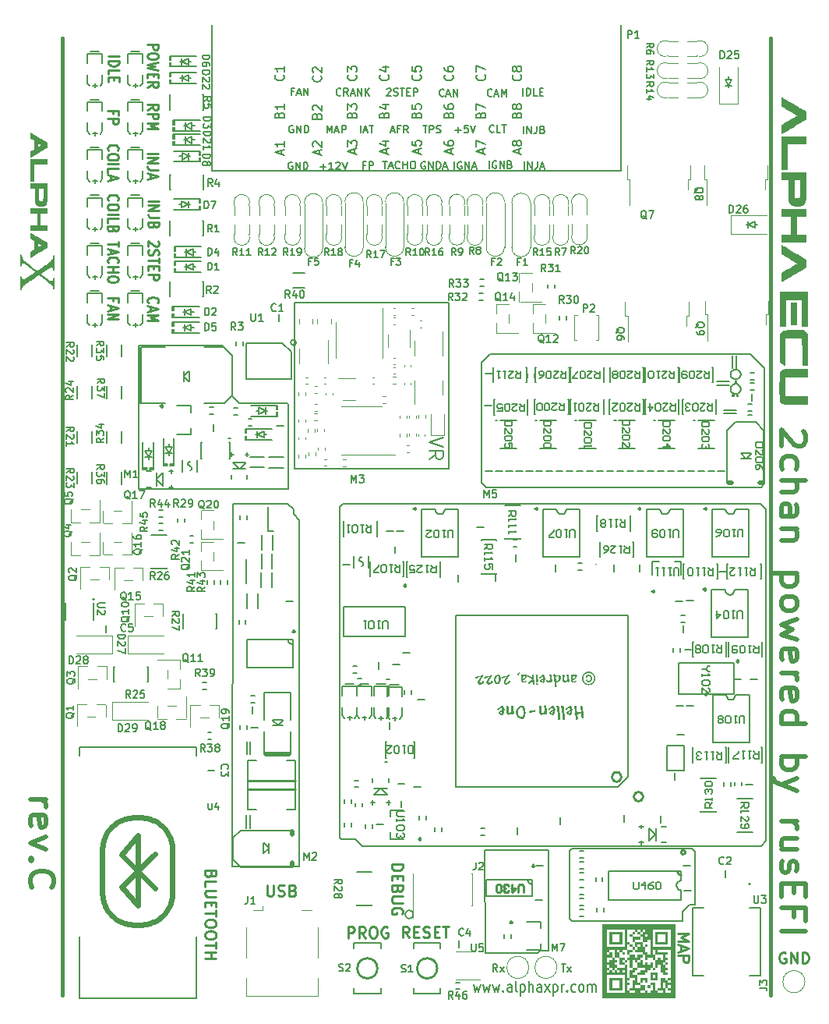
<source format=gto>
G75*
G70*
%OFA0B0*%
%FSLAX25Y25*%
%IPPOS*%
%LPD*%
%AMOC8*
5,1,8,0,0,1.08239X$1,22.5*
%
%ADD231C,0.00650*%
%ADD55C,0.00787*%
%ADD56C,0.01575*%
%ADD58C,0.00800*%
%ADD60C,0.01969*%
%ADD61C,0.00472*%
%ADD67C,0.01500*%
%ADD68C,0.00669*%
%ADD69C,0.00984*%
%ADD70C,0.00500*%
%ADD71C,0.00689*%
%ADD72C,0.00591*%
%ADD73C,0.00390*%
%ADD74C,0.01000*%
%ADD75C,0.02484*%
%ADD94C,0.01968*%
X0000000Y0000000D02*
%LPD*%
G01*
D67*
X0322835Y0002362D02*
X0322835Y0411417D01*
X0019685Y0002362D02*
X0019685Y0411417D01*
D68*
X0216969Y0370839D02*
X0216969Y0373989D01*
X0218468Y0370839D02*
X0218468Y0373989D01*
X0220268Y0370839D01*
X0220268Y0373989D01*
X0222668Y0373989D02*
X0222668Y0371739D01*
X0222518Y0371289D01*
X0222218Y0370989D01*
X0221768Y0370839D01*
X0221468Y0370839D01*
X0225218Y0372489D02*
X0225667Y0372339D01*
X0225817Y0372189D01*
X0225967Y0371889D01*
X0225967Y0371439D01*
X0225817Y0371139D01*
X0225667Y0370989D01*
X0225367Y0370839D01*
X0224168Y0370839D01*
X0224168Y0373989D01*
X0225218Y0373989D01*
X0225517Y0373839D01*
X0225667Y0373689D01*
X0225817Y0373389D01*
X0225817Y0373089D01*
X0225667Y0372789D01*
X0225517Y0372639D01*
X0225218Y0372489D01*
X0224168Y0372489D01*
X0182904Y0386922D02*
X0182754Y0386772D01*
X0182304Y0386622D01*
X0182004Y0386622D01*
X0181555Y0386772D01*
X0181255Y0387072D01*
X0181105Y0387372D01*
X0180955Y0387972D01*
X0180955Y0388422D01*
X0181105Y0389022D01*
X0181255Y0389322D01*
X0181555Y0389622D01*
X0182004Y0389772D01*
X0182304Y0389772D01*
X0182754Y0389622D01*
X0182904Y0389472D01*
X0184104Y0387522D02*
X0185604Y0387522D01*
X0183804Y0386622D02*
X0184854Y0389772D01*
X0185904Y0386622D01*
X0186954Y0386622D02*
X0186954Y0389772D01*
X0188754Y0386622D01*
X0188754Y0389772D01*
X0118073Y0358465D02*
X0117773Y0358615D01*
X0117323Y0358615D01*
X0116873Y0358465D01*
X0116573Y0358165D01*
X0116423Y0357865D01*
X0116273Y0357265D01*
X0116273Y0356815D01*
X0116423Y0356215D01*
X0116573Y0355915D01*
X0116873Y0355615D01*
X0117323Y0355465D01*
X0117623Y0355465D01*
X0118073Y0355615D01*
X0118223Y0355765D01*
X0118223Y0356815D01*
X0117623Y0356815D01*
X0119573Y0355465D02*
X0119573Y0358615D01*
X0121372Y0355465D01*
X0121372Y0358615D01*
X0122872Y0355465D02*
X0122872Y0358615D01*
X0123622Y0358615D01*
X0124072Y0358465D01*
X0124372Y0358165D01*
X0124522Y0357865D01*
X0124672Y0357265D01*
X0124672Y0356815D01*
X0124522Y0356215D01*
X0124372Y0355915D01*
X0124072Y0355615D01*
X0123622Y0355465D01*
X0122872Y0355465D01*
D69*
X0056580Y0298388D02*
X0056355Y0298575D01*
X0056130Y0299138D01*
X0056130Y0299513D01*
X0056355Y0300075D01*
X0056805Y0300450D01*
X0057255Y0300637D01*
X0058155Y0300825D01*
X0058830Y0300825D01*
X0059730Y0300637D01*
X0060180Y0300450D01*
X0060630Y0300075D01*
X0060855Y0299513D01*
X0060855Y0299138D01*
X0060630Y0298575D01*
X0060405Y0298388D01*
X0057480Y0296888D02*
X0057480Y0295013D01*
X0056130Y0297263D02*
X0060855Y0295951D01*
X0056130Y0294638D01*
X0056130Y0293326D02*
X0060855Y0293326D01*
X0057480Y0292014D01*
X0060855Y0290701D01*
X0056130Y0290701D01*
X0060602Y0324784D02*
X0060827Y0324597D01*
X0061052Y0324222D01*
X0061052Y0323285D01*
X0060827Y0322910D01*
X0060602Y0322722D01*
X0060152Y0322535D01*
X0059702Y0322535D01*
X0059027Y0322722D01*
X0056327Y0324972D01*
X0056327Y0322535D01*
X0056552Y0321035D02*
X0056327Y0320472D01*
X0056327Y0319535D01*
X0056552Y0319160D01*
X0056777Y0318973D01*
X0057227Y0318785D01*
X0057677Y0318785D01*
X0058127Y0318973D01*
X0058352Y0319160D01*
X0058577Y0319535D01*
X0058802Y0320285D01*
X0059027Y0320660D01*
X0059252Y0320847D01*
X0059702Y0321035D01*
X0060152Y0321035D01*
X0060602Y0320847D01*
X0060827Y0320660D01*
X0061052Y0320285D01*
X0061052Y0319348D01*
X0060827Y0318785D01*
X0061052Y0317660D02*
X0061052Y0315411D01*
X0056327Y0316535D02*
X0061052Y0316535D01*
X0058802Y0314098D02*
X0058802Y0312786D01*
X0056327Y0312223D02*
X0056327Y0314098D01*
X0061052Y0314098D01*
X0061052Y0312223D01*
X0056327Y0310536D02*
X0061052Y0310536D01*
X0061052Y0309036D01*
X0060827Y0308661D01*
X0060602Y0308474D01*
X0060152Y0308286D01*
X0059477Y0308286D01*
X0059027Y0308474D01*
X0058802Y0308661D01*
X0058577Y0309036D01*
X0058577Y0310536D01*
X0056130Y0380952D02*
X0058380Y0382265D01*
X0056130Y0383202D02*
X0060855Y0383202D01*
X0060855Y0381702D01*
X0060630Y0381327D01*
X0060405Y0381140D01*
X0059955Y0380952D01*
X0059280Y0380952D01*
X0058830Y0381140D01*
X0058605Y0381327D01*
X0058380Y0381702D01*
X0058380Y0383202D01*
X0056130Y0379265D02*
X0060855Y0379265D01*
X0060855Y0377765D01*
X0060630Y0377390D01*
X0060405Y0377203D01*
X0059955Y0377015D01*
X0059280Y0377015D01*
X0058830Y0377203D01*
X0058605Y0377390D01*
X0058380Y0377765D01*
X0058380Y0379265D01*
X0056130Y0375328D02*
X0060855Y0375328D01*
X0057480Y0374016D01*
X0060855Y0372703D01*
X0056130Y0372703D01*
D68*
X0158527Y0389797D02*
X0158677Y0389947D01*
X0158977Y0390097D01*
X0159727Y0390097D01*
X0160027Y0389947D01*
X0160176Y0389797D01*
X0160326Y0389497D01*
X0160326Y0389197D01*
X0160176Y0388747D01*
X0158377Y0386947D01*
X0160326Y0386947D01*
X0161526Y0387097D02*
X0161976Y0386947D01*
X0162726Y0386947D01*
X0163026Y0387097D01*
X0163176Y0387247D01*
X0163326Y0387547D01*
X0163326Y0387847D01*
X0163176Y0388147D01*
X0163026Y0388297D01*
X0162726Y0388447D01*
X0162126Y0388597D01*
X0161826Y0388747D01*
X0161676Y0388897D01*
X0161526Y0389197D01*
X0161526Y0389497D01*
X0161676Y0389797D01*
X0161826Y0389947D01*
X0162126Y0390097D01*
X0162876Y0390097D01*
X0163326Y0389947D01*
X0164226Y0390097D02*
X0166026Y0390097D01*
X0165126Y0386947D02*
X0165126Y0390097D01*
X0167076Y0388597D02*
X0168125Y0388597D01*
X0168575Y0386947D02*
X0167076Y0386947D01*
X0167076Y0390097D01*
X0168575Y0390097D01*
X0169925Y0386947D02*
X0169925Y0390097D01*
X0171125Y0390097D01*
X0171425Y0389947D01*
X0171575Y0389797D01*
X0171725Y0389497D01*
X0171725Y0389047D01*
X0171575Y0388747D01*
X0171425Y0388597D01*
X0171125Y0388447D01*
X0169925Y0388447D01*
D69*
X0056130Y0362336D02*
X0060855Y0362336D01*
X0056130Y0360461D02*
X0060855Y0360461D01*
X0056130Y0358211D01*
X0060855Y0358211D01*
X0060855Y0355212D02*
X0057480Y0355212D01*
X0056805Y0355399D01*
X0056355Y0355774D01*
X0056130Y0356337D01*
X0056130Y0356712D01*
X0057480Y0353525D02*
X0057480Y0351650D01*
X0056130Y0353900D02*
X0060855Y0352587D01*
X0056130Y0351275D01*
D68*
X0138819Y0387247D02*
X0138669Y0387097D01*
X0138219Y0386947D01*
X0137919Y0386947D01*
X0137469Y0387097D01*
X0137169Y0387397D01*
X0137019Y0387697D01*
X0136869Y0388297D01*
X0136869Y0388747D01*
X0137019Y0389347D01*
X0137169Y0389647D01*
X0137469Y0389947D01*
X0137919Y0390097D01*
X0138219Y0390097D01*
X0138669Y0389947D01*
X0138819Y0389797D01*
X0141968Y0386947D02*
X0140919Y0388447D01*
X0140169Y0386947D02*
X0140169Y0390097D01*
X0141368Y0390097D01*
X0141668Y0389947D01*
X0141818Y0389797D01*
X0141968Y0389497D01*
X0141968Y0389047D01*
X0141818Y0388747D01*
X0141668Y0388597D01*
X0141368Y0388447D01*
X0140169Y0388447D01*
X0143168Y0387847D02*
X0144668Y0387847D01*
X0142868Y0386947D02*
X0143918Y0390097D01*
X0144968Y0386947D01*
X0146018Y0386947D02*
X0146018Y0390097D01*
X0147818Y0386947D01*
X0147818Y0390097D01*
X0149317Y0386947D02*
X0149317Y0390097D01*
X0151117Y0386947D02*
X0149767Y0388747D01*
X0151117Y0390097D02*
X0149317Y0388297D01*
X0132923Y0371020D02*
X0132923Y0374169D01*
X0133973Y0371920D01*
X0135023Y0374169D01*
X0135023Y0371020D01*
X0136373Y0371920D02*
X0137873Y0371920D01*
X0136073Y0371020D02*
X0137123Y0374169D01*
X0138173Y0371020D01*
X0139222Y0371020D02*
X0139222Y0374169D01*
X0140422Y0374169D01*
X0140722Y0374019D01*
X0140872Y0373869D01*
X0141022Y0373569D01*
X0141022Y0373119D01*
X0140872Y0372820D01*
X0140722Y0372670D01*
X0140422Y0372520D01*
X0139222Y0372520D01*
D69*
X0039454Y0342154D02*
X0039229Y0342342D01*
X0039004Y0342904D01*
X0039004Y0343279D01*
X0039229Y0343841D01*
X0039679Y0344216D01*
X0040129Y0344404D01*
X0041029Y0344591D01*
X0041704Y0344591D01*
X0042604Y0344404D01*
X0043054Y0344216D01*
X0043504Y0343841D01*
X0043729Y0343279D01*
X0043729Y0342904D01*
X0043504Y0342342D01*
X0043279Y0342154D01*
X0043729Y0339717D02*
X0043729Y0338967D01*
X0043504Y0338592D01*
X0043054Y0338217D01*
X0042154Y0338030D01*
X0040579Y0338030D01*
X0039679Y0338217D01*
X0039229Y0338592D01*
X0039004Y0338967D01*
X0039004Y0339717D01*
X0039229Y0340092D01*
X0039679Y0340467D01*
X0040579Y0340654D01*
X0042154Y0340654D01*
X0043054Y0340467D01*
X0043504Y0340092D01*
X0043729Y0339717D01*
X0039004Y0336342D02*
X0043729Y0336342D01*
X0039004Y0332593D02*
X0039004Y0334468D01*
X0043729Y0334468D01*
X0041479Y0329968D02*
X0041254Y0329406D01*
X0041029Y0329218D01*
X0040579Y0329031D01*
X0039904Y0329031D01*
X0039454Y0329218D01*
X0039229Y0329406D01*
X0039004Y0329781D01*
X0039004Y0331280D01*
X0043729Y0331280D01*
X0043729Y0329968D01*
X0043504Y0329593D01*
X0043279Y0329406D01*
X0042829Y0329218D01*
X0042379Y0329218D01*
X0041929Y0329406D01*
X0041704Y0329593D01*
X0041479Y0329968D01*
X0041479Y0331280D01*
D68*
X0233204Y0015744D02*
X0235049Y0015744D01*
X0234126Y0012516D02*
X0234126Y0015744D01*
X0235817Y0012516D02*
X0237508Y0014668D01*
X0235817Y0014668D02*
X0237508Y0012516D01*
X0130081Y0356665D02*
X0132480Y0356665D01*
X0131280Y0355465D02*
X0131280Y0357865D01*
X0135630Y0355465D02*
X0133830Y0355465D01*
X0134730Y0355465D02*
X0134730Y0358615D01*
X0134430Y0358165D01*
X0134130Y0357865D01*
X0133830Y0357715D01*
X0136830Y0358315D02*
X0136980Y0358465D01*
X0137280Y0358615D01*
X0138030Y0358615D01*
X0138330Y0358465D01*
X0138480Y0358315D01*
X0138630Y0358015D01*
X0138630Y0357715D01*
X0138480Y0357265D01*
X0136680Y0355465D01*
X0138630Y0355465D01*
X0139529Y0358615D02*
X0140579Y0355465D01*
X0141629Y0358615D01*
X0187355Y0355622D02*
X0187355Y0358772D01*
X0190504Y0358622D02*
X0190204Y0358772D01*
X0189754Y0358772D01*
X0189304Y0358622D01*
X0189004Y0358322D01*
X0188855Y0358022D01*
X0188705Y0357422D01*
X0188705Y0356972D01*
X0188855Y0356372D01*
X0189004Y0356072D01*
X0189304Y0355772D01*
X0189754Y0355622D01*
X0190054Y0355622D01*
X0190504Y0355772D01*
X0190654Y0355922D01*
X0190654Y0356972D01*
X0190054Y0356972D01*
X0192004Y0355622D02*
X0192004Y0358772D01*
X0193804Y0355622D01*
X0193804Y0358772D01*
X0195154Y0356522D02*
X0196654Y0356522D01*
X0194854Y0355622D02*
X0195904Y0358772D01*
X0196954Y0355622D01*
X0160237Y0371992D02*
X0161737Y0371992D01*
X0159938Y0371093D02*
X0160987Y0374242D01*
X0162037Y0371093D01*
X0164137Y0372742D02*
X0163087Y0372742D01*
X0163087Y0371093D02*
X0163087Y0374242D01*
X0164587Y0374242D01*
X0167587Y0371093D02*
X0166537Y0372592D01*
X0165787Y0371093D02*
X0165787Y0374242D01*
X0166987Y0374242D01*
X0167287Y0374092D01*
X0167437Y0373942D01*
X0167587Y0373642D01*
X0167587Y0373192D01*
X0167437Y0372892D01*
X0167287Y0372742D01*
X0166987Y0372592D01*
X0165787Y0372592D01*
D60*
X0005876Y0086102D02*
X0012700Y0086102D01*
X0010750Y0086102D02*
X0011725Y0085559D01*
X0012213Y0085015D01*
X0012700Y0083928D01*
X0012700Y0082840D01*
X0006363Y0074685D02*
X0005876Y0075772D01*
X0005876Y0077947D01*
X0006363Y0079034D01*
X0007338Y0079578D01*
X0011238Y0079578D01*
X0012213Y0079034D01*
X0012700Y0077947D01*
X0012700Y0075772D01*
X0012213Y0074685D01*
X0011238Y0074141D01*
X0010263Y0074141D01*
X0009288Y0079578D01*
X0012700Y0070336D02*
X0005876Y0067617D01*
X0012700Y0064899D01*
X0006851Y0060549D02*
X0006363Y0060006D01*
X0005876Y0060549D01*
X0006363Y0061093D01*
X0006851Y0060549D01*
X0005876Y0060549D01*
X0006851Y0048588D02*
X0006363Y0049132D01*
X0005876Y0050763D01*
X0005876Y0051850D01*
X0006363Y0053481D01*
X0007338Y0054569D01*
X0008313Y0055112D01*
X0010263Y0055656D01*
X0011725Y0055656D01*
X0013675Y0055112D01*
X0014650Y0054569D01*
X0015625Y0053481D01*
X0016112Y0051850D01*
X0016112Y0050763D01*
X0015625Y0049132D01*
X0015137Y0048588D01*
D69*
X0041479Y0379162D02*
X0041479Y0380474D01*
X0039004Y0380474D02*
X0043729Y0380474D01*
X0043729Y0378600D01*
X0039004Y0377100D02*
X0043729Y0377100D01*
X0043729Y0375600D01*
X0043504Y0375225D01*
X0043279Y0375037D01*
X0042829Y0374850D01*
X0042154Y0374850D01*
X0041704Y0375037D01*
X0041479Y0375225D01*
X0041254Y0375600D01*
X0041254Y0377100D01*
D60*
X0336560Y0243593D02*
X0337047Y0243049D01*
X0337535Y0241962D01*
X0337535Y0239244D01*
X0337047Y0238156D01*
X0336560Y0237612D01*
X0335585Y0237069D01*
X0334610Y0237069D01*
X0333148Y0237612D01*
X0327298Y0244137D01*
X0327298Y0237069D01*
X0327786Y0227283D02*
X0327298Y0228370D01*
X0327298Y0230545D01*
X0327786Y0231632D01*
X0328273Y0232176D01*
X0329248Y0232719D01*
X0332173Y0232719D01*
X0333148Y0232176D01*
X0333635Y0231632D01*
X0334123Y0230545D01*
X0334123Y0228370D01*
X0333635Y0227283D01*
X0327298Y0222389D02*
X0337535Y0222389D01*
X0327298Y0217496D02*
X0332660Y0217496D01*
X0333635Y0218040D01*
X0334123Y0219127D01*
X0334123Y0220758D01*
X0333635Y0221846D01*
X0333148Y0222389D01*
X0327298Y0207166D02*
X0332660Y0207166D01*
X0333635Y0207710D01*
X0334123Y0208797D01*
X0334123Y0210972D01*
X0333635Y0212059D01*
X0327786Y0207166D02*
X0327298Y0208254D01*
X0327298Y0210972D01*
X0327786Y0212059D01*
X0328761Y0212603D01*
X0329736Y0212603D01*
X0330711Y0212059D01*
X0331198Y0210972D01*
X0331198Y0208254D01*
X0331685Y0207166D01*
X0334123Y0201729D02*
X0327298Y0201729D01*
X0333148Y0201729D02*
X0333635Y0201186D01*
X0334123Y0200098D01*
X0334123Y0198467D01*
X0333635Y0197380D01*
X0332660Y0196836D01*
X0327298Y0196836D01*
X0334123Y0182701D02*
X0323886Y0182701D01*
X0333635Y0182701D02*
X0334123Y0181613D01*
X0334123Y0179439D01*
X0333635Y0178351D01*
X0333148Y0177807D01*
X0332173Y0177264D01*
X0329248Y0177264D01*
X0328273Y0177807D01*
X0327786Y0178351D01*
X0327298Y0179439D01*
X0327298Y0181613D01*
X0327786Y0182701D01*
X0327298Y0170740D02*
X0327786Y0171827D01*
X0328273Y0172371D01*
X0329248Y0172914D01*
X0332173Y0172914D01*
X0333148Y0172371D01*
X0333635Y0171827D01*
X0334123Y0170740D01*
X0334123Y0169109D01*
X0333635Y0168021D01*
X0333148Y0167478D01*
X0332173Y0166934D01*
X0329248Y0166934D01*
X0328273Y0167478D01*
X0327786Y0168021D01*
X0327298Y0169109D01*
X0327298Y0170740D01*
X0334123Y0163128D02*
X0327298Y0160953D01*
X0332173Y0158779D01*
X0327298Y0156604D01*
X0334123Y0154429D01*
X0327786Y0145730D02*
X0327298Y0146818D01*
X0327298Y0148992D01*
X0327786Y0150080D01*
X0328761Y0150623D01*
X0332660Y0150623D01*
X0333635Y0150080D01*
X0334123Y0148992D01*
X0334123Y0146818D01*
X0333635Y0145730D01*
X0332660Y0145187D01*
X0331685Y0145187D01*
X0330711Y0150623D01*
X0327298Y0140293D02*
X0334123Y0140293D01*
X0332173Y0140293D02*
X0333148Y0139750D01*
X0333635Y0139206D01*
X0334123Y0138119D01*
X0334123Y0137031D01*
X0327786Y0128876D02*
X0327298Y0129963D01*
X0327298Y0132138D01*
X0327786Y0133226D01*
X0328761Y0133769D01*
X0332660Y0133769D01*
X0333635Y0133226D01*
X0334123Y0132138D01*
X0334123Y0129963D01*
X0333635Y0128876D01*
X0332660Y0128332D01*
X0331685Y0128332D01*
X0330711Y0133769D01*
X0327298Y0118546D02*
X0337535Y0118546D01*
X0327786Y0118546D02*
X0327298Y0119633D01*
X0327298Y0121808D01*
X0327786Y0122896D01*
X0328273Y0123439D01*
X0329248Y0123983D01*
X0332173Y0123983D01*
X0333148Y0123439D01*
X0333635Y0122896D01*
X0334123Y0121808D01*
X0334123Y0119633D01*
X0333635Y0118546D01*
X0327298Y0104410D02*
X0337535Y0104410D01*
X0333635Y0104410D02*
X0334123Y0103323D01*
X0334123Y0101148D01*
X0333635Y0100061D01*
X0333148Y0099517D01*
X0332173Y0098974D01*
X0329248Y0098974D01*
X0328273Y0099517D01*
X0327786Y0100061D01*
X0327298Y0101148D01*
X0327298Y0103323D01*
X0327786Y0104410D01*
X0334123Y0095168D02*
X0327298Y0092449D01*
X0334123Y0089731D02*
X0327298Y0092449D01*
X0324861Y0093537D01*
X0324374Y0094080D01*
X0323886Y0095168D01*
X0327298Y0076683D02*
X0334123Y0076683D01*
X0332173Y0076683D02*
X0333148Y0076139D01*
X0333635Y0075595D01*
X0334123Y0074508D01*
X0334123Y0073421D01*
X0334123Y0064722D02*
X0327298Y0064722D01*
X0334123Y0069615D02*
X0328761Y0069615D01*
X0327786Y0069071D01*
X0327298Y0067984D01*
X0327298Y0066353D01*
X0327786Y0065265D01*
X0328273Y0064722D01*
X0327786Y0059828D02*
X0327298Y0058741D01*
X0327298Y0056566D01*
X0327786Y0055479D01*
X0328761Y0054935D01*
X0329248Y0054935D01*
X0330223Y0055479D01*
X0330711Y0056566D01*
X0330711Y0058197D01*
X0331198Y0059285D01*
X0332173Y0059828D01*
X0332660Y0059828D01*
X0333635Y0059285D01*
X0334123Y0058197D01*
X0334123Y0056566D01*
X0333635Y0055479D01*
X0332660Y0050042D02*
X0332660Y0046236D01*
X0327298Y0044605D02*
X0327298Y0050042D01*
X0337535Y0050042D01*
X0337535Y0044605D01*
X0332660Y0035906D02*
X0332660Y0039712D01*
X0327298Y0039712D02*
X0337535Y0039712D01*
X0337535Y0034275D01*
X0327298Y0029926D02*
X0337535Y0029926D01*
D68*
X0118620Y0388681D02*
X0117570Y0388681D01*
X0117570Y0387032D02*
X0117570Y0390181D01*
X0119070Y0390181D01*
X0120120Y0387932D02*
X0121620Y0387932D01*
X0119820Y0387032D02*
X0120870Y0390181D01*
X0121920Y0387032D01*
X0122970Y0387032D02*
X0122970Y0390181D01*
X0124769Y0387032D01*
X0124769Y0390181D01*
X0118461Y0374140D02*
X0118161Y0374290D01*
X0117711Y0374290D01*
X0117261Y0374140D01*
X0116961Y0373840D01*
X0116811Y0373540D01*
X0116661Y0372940D01*
X0116661Y0372490D01*
X0116811Y0371890D01*
X0116961Y0371590D01*
X0117261Y0371290D01*
X0117711Y0371140D01*
X0118011Y0371140D01*
X0118461Y0371290D01*
X0118611Y0371440D01*
X0118611Y0372490D01*
X0118011Y0372490D01*
X0119961Y0371140D02*
X0119961Y0374290D01*
X0121761Y0371140D01*
X0121761Y0374290D01*
X0123260Y0371140D02*
X0123260Y0374290D01*
X0124010Y0374290D01*
X0124460Y0374140D01*
X0124760Y0373840D01*
X0124910Y0373540D01*
X0125060Y0372940D01*
X0125060Y0372490D01*
X0124910Y0371890D01*
X0124760Y0371590D01*
X0124460Y0371290D01*
X0124010Y0371140D01*
X0123260Y0371140D01*
X0203496Y0386946D02*
X0203346Y0386796D01*
X0202896Y0386646D01*
X0202596Y0386646D01*
X0202146Y0386796D01*
X0201846Y0387096D01*
X0201696Y0387396D01*
X0201546Y0387996D01*
X0201546Y0388446D01*
X0201696Y0389046D01*
X0201846Y0389346D01*
X0202146Y0389646D01*
X0202596Y0389796D01*
X0202896Y0389796D01*
X0203346Y0389646D01*
X0203496Y0389496D01*
X0204695Y0387546D02*
X0206195Y0387546D01*
X0204395Y0386646D02*
X0205445Y0389796D01*
X0206495Y0386646D01*
X0207545Y0386646D02*
X0207545Y0389796D01*
X0208595Y0387546D01*
X0209645Y0389796D01*
X0209645Y0386646D01*
X0217278Y0355623D02*
X0217278Y0358773D01*
X0218778Y0355623D02*
X0218778Y0358773D01*
X0220578Y0355623D01*
X0220578Y0358773D01*
X0222977Y0358773D02*
X0222977Y0356523D01*
X0222827Y0356073D01*
X0222527Y0355773D01*
X0222077Y0355623D01*
X0221777Y0355623D01*
X0224327Y0356523D02*
X0225827Y0356523D01*
X0224027Y0355623D02*
X0225077Y0358773D01*
X0226127Y0355623D01*
D69*
X0141915Y0027010D02*
X0141915Y0031734D01*
X0143715Y0031734D01*
X0144165Y0031509D01*
X0144390Y0031284D01*
X0144615Y0030834D01*
X0144615Y0030159D01*
X0144390Y0029710D01*
X0144165Y0029485D01*
X0143715Y0029260D01*
X0141915Y0029260D01*
X0149339Y0027010D02*
X0147765Y0029260D01*
X0146640Y0027010D02*
X0146640Y0031734D01*
X0148439Y0031734D01*
X0148889Y0031509D01*
X0149114Y0031284D01*
X0149339Y0030834D01*
X0149339Y0030159D01*
X0149114Y0029710D01*
X0148889Y0029485D01*
X0148439Y0029260D01*
X0146640Y0029260D01*
X0152264Y0031734D02*
X0153164Y0031734D01*
X0153614Y0031509D01*
X0154064Y0031059D01*
X0154289Y0030159D01*
X0154289Y0028585D01*
X0154064Y0027685D01*
X0153614Y0027235D01*
X0153164Y0027010D01*
X0152264Y0027010D01*
X0151814Y0027235D01*
X0151364Y0027685D01*
X0151139Y0028585D01*
X0151139Y0030159D01*
X0151364Y0031059D01*
X0151814Y0031509D01*
X0152264Y0031734D01*
X0158788Y0031509D02*
X0158338Y0031734D01*
X0157663Y0031734D01*
X0156988Y0031509D01*
X0156538Y0031059D01*
X0156313Y0030609D01*
X0156089Y0029710D01*
X0156089Y0029035D01*
X0156313Y0028135D01*
X0156538Y0027685D01*
X0156988Y0027235D01*
X0157663Y0027010D01*
X0158113Y0027010D01*
X0158788Y0027235D01*
X0159013Y0027460D01*
X0159013Y0029035D01*
X0158113Y0029035D01*
D68*
X0187842Y0372292D02*
X0190242Y0372292D01*
X0189042Y0371093D02*
X0189042Y0373492D01*
X0193242Y0374242D02*
X0191742Y0374242D01*
X0191592Y0372742D01*
X0191742Y0372892D01*
X0192042Y0373042D01*
X0192792Y0373042D01*
X0193092Y0372892D01*
X0193242Y0372742D01*
X0193392Y0372442D01*
X0193392Y0371692D01*
X0193242Y0371392D01*
X0193092Y0371243D01*
X0192792Y0371093D01*
X0192042Y0371093D01*
X0191742Y0371243D01*
X0191592Y0371392D01*
X0194291Y0374242D02*
X0195341Y0371093D01*
X0196391Y0374242D01*
X0147315Y0371130D02*
X0147315Y0374279D01*
X0148665Y0372030D02*
X0150165Y0372030D01*
X0148365Y0371130D02*
X0149415Y0374279D01*
X0150465Y0371130D01*
X0151065Y0374279D02*
X0152864Y0374279D01*
X0151964Y0371130D02*
X0151964Y0374279D01*
X0216780Y0386984D02*
X0216780Y0390134D01*
X0218280Y0386984D02*
X0218280Y0390134D01*
X0219030Y0390134D01*
X0219480Y0389984D01*
X0219780Y0389684D01*
X0219930Y0389384D01*
X0220080Y0388784D01*
X0220080Y0388334D01*
X0219930Y0387734D01*
X0219780Y0387434D01*
X0219480Y0387134D01*
X0219030Y0386984D01*
X0218280Y0386984D01*
X0222930Y0386984D02*
X0221430Y0386984D01*
X0221430Y0390134D01*
X0223980Y0388634D02*
X0225029Y0388634D01*
X0225479Y0386984D02*
X0223980Y0386984D01*
X0223980Y0390134D01*
X0225479Y0390134D01*
D69*
X0107302Y0049591D02*
X0107302Y0045767D01*
X0107527Y0045317D01*
X0107752Y0045092D01*
X0108202Y0044867D01*
X0109102Y0044867D01*
X0109552Y0045092D01*
X0109777Y0045317D01*
X0110002Y0045767D01*
X0110002Y0049591D01*
X0112026Y0045092D02*
X0112701Y0044867D01*
X0113826Y0044867D01*
X0114276Y0045092D01*
X0114501Y0045317D01*
X0114726Y0045767D01*
X0114726Y0046217D01*
X0114501Y0046667D01*
X0114276Y0046892D01*
X0113826Y0047117D01*
X0112926Y0047342D01*
X0112476Y0047567D01*
X0112251Y0047792D01*
X0112026Y0048242D01*
X0112026Y0048692D01*
X0112251Y0049141D01*
X0112476Y0049366D01*
X0112926Y0049591D01*
X0114051Y0049591D01*
X0114726Y0049366D01*
X0118326Y0047342D02*
X0119001Y0047117D01*
X0119226Y0046892D01*
X0119451Y0046442D01*
X0119451Y0045767D01*
X0119226Y0045317D01*
X0119001Y0045092D01*
X0118551Y0044867D01*
X0116751Y0044867D01*
X0116751Y0049591D01*
X0118326Y0049591D01*
X0118776Y0049366D01*
X0119001Y0049141D01*
X0119226Y0048692D01*
X0119226Y0048242D01*
X0119001Y0047792D01*
X0118776Y0047567D01*
X0118326Y0047342D01*
X0116751Y0047342D01*
X0041479Y0299053D02*
X0041479Y0300366D01*
X0039004Y0300366D02*
X0043729Y0300366D01*
X0043729Y0298491D01*
X0040354Y0297178D02*
X0040354Y0295304D01*
X0039004Y0297553D02*
X0043729Y0296241D01*
X0039004Y0294929D01*
X0039004Y0293616D02*
X0043729Y0293616D01*
X0039004Y0291367D01*
X0043729Y0291367D01*
X0329078Y0020669D02*
X0328628Y0020894D01*
X0327953Y0020894D01*
X0327278Y0020669D01*
X0326828Y0020219D01*
X0326603Y0019769D01*
X0326378Y0018870D01*
X0326378Y0018195D01*
X0326603Y0017295D01*
X0326828Y0016845D01*
X0327278Y0016395D01*
X0327953Y0016170D01*
X0328403Y0016170D01*
X0329078Y0016395D01*
X0329303Y0016620D01*
X0329303Y0018195D01*
X0328403Y0018195D01*
X0331327Y0016170D02*
X0331327Y0020894D01*
X0334027Y0016170D01*
X0334027Y0020894D01*
X0336277Y0016170D02*
X0336277Y0020894D01*
X0337402Y0020894D01*
X0338076Y0020669D01*
X0338526Y0020219D01*
X0338751Y0019769D01*
X0338976Y0018870D01*
X0338976Y0018195D01*
X0338751Y0017295D01*
X0338526Y0016845D01*
X0338076Y0016395D01*
X0337402Y0016170D01*
X0336277Y0016170D01*
X0160577Y0058402D02*
X0165302Y0058402D01*
X0165302Y0057277D01*
X0165077Y0056602D01*
X0164627Y0056152D01*
X0164177Y0055927D01*
X0163277Y0055702D01*
X0162602Y0055702D01*
X0161702Y0055927D01*
X0161252Y0056152D01*
X0160802Y0056602D01*
X0160577Y0057277D01*
X0160577Y0058402D01*
X0163052Y0053678D02*
X0163052Y0052103D01*
X0160577Y0051428D02*
X0160577Y0053678D01*
X0165302Y0053678D01*
X0165302Y0051428D01*
X0163052Y0047828D02*
X0162827Y0047153D01*
X0162602Y0046929D01*
X0162152Y0046704D01*
X0161477Y0046704D01*
X0161027Y0046929D01*
X0160802Y0047153D01*
X0160577Y0047603D01*
X0160577Y0049403D01*
X0165302Y0049403D01*
X0165302Y0047828D01*
X0165077Y0047378D01*
X0164852Y0047153D01*
X0164402Y0046929D01*
X0163952Y0046929D01*
X0163502Y0047153D01*
X0163277Y0047378D01*
X0163052Y0047828D01*
X0163052Y0049403D01*
X0165302Y0044679D02*
X0161477Y0044679D01*
X0161027Y0044454D01*
X0160802Y0044229D01*
X0160577Y0043779D01*
X0160577Y0042879D01*
X0160802Y0042429D01*
X0161027Y0042204D01*
X0161477Y0041979D01*
X0165302Y0041979D01*
X0165077Y0037255D02*
X0165302Y0037705D01*
X0165302Y0038380D01*
X0165077Y0039054D01*
X0164627Y0039504D01*
X0164177Y0039729D01*
X0163277Y0039954D01*
X0162602Y0039954D01*
X0161702Y0039729D01*
X0161252Y0039504D01*
X0160802Y0039054D01*
X0160577Y0038380D01*
X0160577Y0037930D01*
X0160802Y0037255D01*
X0161027Y0037030D01*
X0162602Y0037030D01*
X0162602Y0037930D01*
D68*
X0204340Y0371562D02*
X0204190Y0371412D01*
X0203740Y0371262D01*
X0203440Y0371262D01*
X0202990Y0371412D01*
X0202690Y0371712D01*
X0202540Y0372011D01*
X0202390Y0372611D01*
X0202390Y0373061D01*
X0202540Y0373661D01*
X0202690Y0373961D01*
X0202990Y0374261D01*
X0203440Y0374411D01*
X0203740Y0374411D01*
X0204190Y0374261D01*
X0204340Y0374111D01*
X0207189Y0371262D02*
X0205689Y0371262D01*
X0205689Y0374411D01*
X0207789Y0374411D02*
X0209589Y0374411D01*
X0208689Y0371262D02*
X0208689Y0374411D01*
X0202223Y0355877D02*
X0202223Y0359027D01*
X0205373Y0358877D02*
X0205073Y0359027D01*
X0204623Y0359027D01*
X0204173Y0358877D01*
X0203873Y0358577D01*
X0203723Y0358277D01*
X0203573Y0357677D01*
X0203573Y0357227D01*
X0203723Y0356627D01*
X0203873Y0356327D01*
X0204173Y0356027D01*
X0204623Y0355877D01*
X0204923Y0355877D01*
X0205373Y0356027D01*
X0205523Y0356177D01*
X0205523Y0357227D01*
X0204923Y0357227D01*
X0206873Y0355877D02*
X0206873Y0359027D01*
X0208673Y0355877D01*
X0208673Y0359027D01*
X0211222Y0357527D02*
X0211672Y0357377D01*
X0211822Y0357227D01*
X0211972Y0356927D01*
X0211972Y0356477D01*
X0211822Y0356177D01*
X0211672Y0356027D01*
X0211372Y0355877D01*
X0210172Y0355877D01*
X0210172Y0359027D01*
X0211222Y0359027D01*
X0211522Y0358877D01*
X0211672Y0358727D01*
X0211822Y0358427D01*
X0211822Y0358127D01*
X0211672Y0357827D01*
X0211522Y0357677D01*
X0211222Y0357527D01*
X0210172Y0357527D01*
X0156788Y0358942D02*
X0158588Y0358942D01*
X0157688Y0355792D02*
X0157688Y0358942D01*
X0159488Y0356692D02*
X0160987Y0356692D01*
X0159188Y0355792D02*
X0160237Y0358942D01*
X0161287Y0355792D01*
X0164137Y0356092D02*
X0163987Y0355942D01*
X0163537Y0355792D01*
X0163237Y0355792D01*
X0162787Y0355942D01*
X0162487Y0356242D01*
X0162337Y0356542D01*
X0162187Y0357142D01*
X0162187Y0357592D01*
X0162337Y0358192D01*
X0162487Y0358492D01*
X0162787Y0358792D01*
X0163237Y0358942D01*
X0163537Y0358942D01*
X0163987Y0358792D01*
X0164137Y0358642D01*
X0165487Y0355792D02*
X0165487Y0358942D01*
X0165487Y0357442D02*
X0167287Y0357442D01*
X0167287Y0355792D02*
X0167287Y0358942D01*
X0169386Y0358942D02*
X0169986Y0358942D01*
X0170286Y0358792D01*
X0170586Y0358492D01*
X0170736Y0357892D01*
X0170736Y0356842D01*
X0170586Y0356242D01*
X0170286Y0355942D01*
X0169986Y0355792D01*
X0169386Y0355792D01*
X0169086Y0355942D01*
X0168786Y0356242D01*
X0168636Y0356842D01*
X0168636Y0357892D01*
X0168786Y0358492D01*
X0169086Y0358792D01*
X0169386Y0358942D01*
D69*
X0168078Y0027147D02*
X0166503Y0029397D01*
X0165378Y0027147D02*
X0165378Y0031872D01*
X0167178Y0031872D01*
X0167628Y0031647D01*
X0167853Y0031422D01*
X0168078Y0030972D01*
X0168078Y0030297D01*
X0167853Y0029847D01*
X0167628Y0029622D01*
X0167178Y0029397D01*
X0165378Y0029397D01*
X0170103Y0029622D02*
X0171678Y0029622D01*
X0172352Y0027147D02*
X0170103Y0027147D01*
X0170103Y0031872D01*
X0172352Y0031872D01*
X0174152Y0027372D02*
X0174827Y0027147D01*
X0175952Y0027147D01*
X0176402Y0027372D01*
X0176627Y0027597D01*
X0176852Y0028047D01*
X0176852Y0028497D01*
X0176627Y0028947D01*
X0176402Y0029172D01*
X0175952Y0029397D01*
X0175052Y0029622D01*
X0174602Y0029847D01*
X0174377Y0030072D01*
X0174152Y0030522D01*
X0174152Y0030972D01*
X0174377Y0031422D01*
X0174602Y0031647D01*
X0175052Y0031872D01*
X0176177Y0031872D01*
X0176852Y0031647D01*
X0178877Y0029622D02*
X0180451Y0029622D01*
X0181126Y0027147D02*
X0178877Y0027147D01*
X0178877Y0031872D01*
X0181126Y0031872D01*
X0182476Y0031872D02*
X0185176Y0031872D01*
X0183826Y0027147D02*
X0183826Y0031872D01*
D68*
X0174955Y0358623D02*
X0174655Y0358773D01*
X0174205Y0358773D01*
X0173756Y0358623D01*
X0173456Y0358323D01*
X0173306Y0358023D01*
X0173156Y0357423D01*
X0173156Y0356973D01*
X0173306Y0356373D01*
X0173456Y0356073D01*
X0173756Y0355773D01*
X0174205Y0355623D01*
X0174505Y0355623D01*
X0174955Y0355773D01*
X0175105Y0355923D01*
X0175105Y0356973D01*
X0174505Y0356973D01*
X0176455Y0355623D02*
X0176455Y0358773D01*
X0178255Y0355623D01*
X0178255Y0358773D01*
X0179755Y0355623D02*
X0179755Y0358773D01*
X0180505Y0358773D01*
X0180955Y0358623D01*
X0181255Y0358323D01*
X0181405Y0358023D01*
X0181555Y0357423D01*
X0181555Y0356973D01*
X0181405Y0356373D01*
X0181255Y0356073D01*
X0180955Y0355773D01*
X0180505Y0355623D01*
X0179755Y0355623D01*
X0182754Y0356523D02*
X0184254Y0356523D01*
X0182454Y0355623D02*
X0183504Y0358773D01*
X0184554Y0355623D01*
D55*
X0195589Y0007060D02*
X0196339Y0003910D01*
X0197088Y0006160D01*
X0197838Y0003910D01*
X0198588Y0007060D01*
X0199713Y0007060D02*
X0200463Y0003910D01*
X0201213Y0006160D01*
X0201963Y0003910D01*
X0202713Y0007060D01*
X0203838Y0007060D02*
X0204588Y0003910D01*
X0205337Y0006160D01*
X0206087Y0003910D01*
X0206837Y0007060D01*
X0208337Y0004360D02*
X0208525Y0004135D01*
X0208337Y0003910D01*
X0208150Y0004135D01*
X0208337Y0004360D01*
X0208337Y0003910D01*
X0211899Y0003910D02*
X0211899Y0006385D01*
X0211712Y0006835D01*
X0211337Y0007060D01*
X0210587Y0007060D01*
X0210212Y0006835D01*
X0211899Y0004135D02*
X0211524Y0003910D01*
X0210587Y0003910D01*
X0210212Y0004135D01*
X0210024Y0004585D01*
X0210024Y0005035D01*
X0210212Y0005485D01*
X0210587Y0005710D01*
X0211524Y0005710D01*
X0211899Y0005935D01*
X0214336Y0003910D02*
X0213961Y0004135D01*
X0213774Y0004585D01*
X0213774Y0008634D01*
X0215836Y0007060D02*
X0215836Y0002335D01*
X0215836Y0006835D02*
X0216211Y0007060D01*
X0216961Y0007060D01*
X0217336Y0006835D01*
X0217523Y0006610D01*
X0217711Y0006160D01*
X0217711Y0004810D01*
X0217523Y0004360D01*
X0217336Y0004135D01*
X0216961Y0003910D01*
X0216211Y0003910D01*
X0215836Y0004135D01*
X0219398Y0003910D02*
X0219398Y0008634D01*
X0221085Y0003910D02*
X0221085Y0006385D01*
X0220898Y0006835D01*
X0220523Y0007060D01*
X0219961Y0007060D01*
X0219586Y0006835D01*
X0219398Y0006610D01*
X0224648Y0003910D02*
X0224648Y0006385D01*
X0224460Y0006835D01*
X0224085Y0007060D01*
X0223335Y0007060D01*
X0222960Y0006835D01*
X0224648Y0004135D02*
X0224273Y0003910D01*
X0223335Y0003910D01*
X0222960Y0004135D01*
X0222773Y0004585D01*
X0222773Y0005035D01*
X0222960Y0005485D01*
X0223335Y0005710D01*
X0224273Y0005710D01*
X0224648Y0005935D01*
X0226147Y0003910D02*
X0228210Y0007060D01*
X0226147Y0007060D02*
X0228210Y0003910D01*
X0229709Y0007060D02*
X0229709Y0002335D01*
X0229709Y0006835D02*
X0230084Y0007060D01*
X0230834Y0007060D01*
X0231209Y0006835D01*
X0231397Y0006610D01*
X0231584Y0006160D01*
X0231584Y0004810D01*
X0231397Y0004360D01*
X0231209Y0004135D01*
X0230834Y0003910D01*
X0230084Y0003910D01*
X0229709Y0004135D01*
X0233271Y0003910D02*
X0233271Y0007060D01*
X0233271Y0006160D02*
X0233459Y0006610D01*
X0233646Y0006835D01*
X0234021Y0007060D01*
X0234396Y0007060D01*
X0235709Y0004360D02*
X0235896Y0004135D01*
X0235709Y0003910D01*
X0235521Y0004135D01*
X0235709Y0004360D01*
X0235709Y0003910D01*
X0239271Y0004135D02*
X0238896Y0003910D01*
X0238146Y0003910D01*
X0237771Y0004135D01*
X0237583Y0004360D01*
X0237396Y0004810D01*
X0237396Y0006160D01*
X0237583Y0006610D01*
X0237771Y0006835D01*
X0238146Y0007060D01*
X0238896Y0007060D01*
X0239271Y0006835D01*
X0241520Y0003910D02*
X0241145Y0004135D01*
X0240958Y0004360D01*
X0240771Y0004810D01*
X0240771Y0006160D01*
X0240958Y0006610D01*
X0241145Y0006835D01*
X0241520Y0007060D01*
X0242083Y0007060D01*
X0242458Y0006835D01*
X0242645Y0006610D01*
X0242833Y0006160D01*
X0242833Y0004810D01*
X0242645Y0004360D01*
X0242458Y0004135D01*
X0242083Y0003910D01*
X0241520Y0003910D01*
X0244520Y0003910D02*
X0244520Y0007060D01*
X0244520Y0006610D02*
X0244708Y0006835D01*
X0245082Y0007060D01*
X0245645Y0007060D01*
X0246020Y0006835D01*
X0246207Y0006385D01*
X0246207Y0003910D01*
X0246207Y0006385D02*
X0246395Y0006835D01*
X0246770Y0007060D01*
X0247332Y0007060D01*
X0247707Y0006835D01*
X0247895Y0006385D01*
X0247895Y0003910D01*
D69*
X0043729Y0324653D02*
X0043729Y0322403D01*
X0039004Y0323528D02*
X0043729Y0323528D01*
X0040354Y0321279D02*
X0040354Y0319404D01*
X0039004Y0321654D02*
X0043729Y0320341D01*
X0039004Y0319029D01*
X0039454Y0315467D02*
X0039229Y0315654D01*
X0039004Y0316217D01*
X0039004Y0316592D01*
X0039229Y0317154D01*
X0039679Y0317529D01*
X0040129Y0317717D01*
X0041029Y0317904D01*
X0041704Y0317904D01*
X0042604Y0317717D01*
X0043054Y0317529D01*
X0043504Y0317154D01*
X0043729Y0316592D01*
X0043729Y0316217D01*
X0043504Y0315654D01*
X0043279Y0315467D01*
X0039004Y0313780D02*
X0043729Y0313780D01*
X0041479Y0313780D02*
X0041479Y0311530D01*
X0039004Y0311530D02*
X0043729Y0311530D01*
X0043729Y0308905D02*
X0043729Y0308155D01*
X0043504Y0307780D01*
X0043054Y0307405D01*
X0042154Y0307218D01*
X0040579Y0307218D01*
X0039679Y0307405D01*
X0039229Y0307780D01*
X0039004Y0308155D01*
X0039004Y0308905D01*
X0039229Y0309280D01*
X0039679Y0309655D01*
X0040579Y0309843D01*
X0042154Y0309843D01*
X0043054Y0309655D01*
X0043504Y0309280D01*
X0043729Y0308905D01*
X0056130Y0408896D02*
X0060855Y0408896D01*
X0060855Y0407396D01*
X0060630Y0407021D01*
X0060405Y0406834D01*
X0059955Y0406646D01*
X0059280Y0406646D01*
X0058830Y0406834D01*
X0058605Y0407021D01*
X0058380Y0407396D01*
X0058380Y0408896D01*
X0060855Y0404209D02*
X0060855Y0403459D01*
X0060630Y0403084D01*
X0060180Y0402709D01*
X0059280Y0402522D01*
X0057705Y0402522D01*
X0056805Y0402709D01*
X0056355Y0403084D01*
X0056130Y0403459D01*
X0056130Y0404209D01*
X0056355Y0404584D01*
X0056805Y0404959D01*
X0057705Y0405146D01*
X0059280Y0405146D01*
X0060180Y0404959D01*
X0060630Y0404584D01*
X0060855Y0404209D01*
X0060855Y0401209D02*
X0056130Y0400272D01*
X0059505Y0399522D01*
X0056130Y0398772D01*
X0060855Y0397835D01*
X0058605Y0396335D02*
X0058605Y0395022D01*
X0056130Y0394460D02*
X0056130Y0396335D01*
X0060855Y0396335D01*
X0060855Y0394460D01*
X0056130Y0390523D02*
X0058380Y0391835D01*
X0056130Y0392773D02*
X0060855Y0392773D01*
X0060855Y0391273D01*
X0060630Y0390898D01*
X0060405Y0390711D01*
X0059955Y0390523D01*
X0059280Y0390523D01*
X0058830Y0390711D01*
X0058605Y0390898D01*
X0058380Y0391273D01*
X0058380Y0392773D01*
D68*
X0173970Y0374242D02*
X0175769Y0374242D01*
X0174870Y0371093D02*
X0174870Y0374242D01*
X0176819Y0371093D02*
X0176819Y0374242D01*
X0178019Y0374242D01*
X0178319Y0374092D01*
X0178469Y0373942D01*
X0178619Y0373642D01*
X0178619Y0373192D01*
X0178469Y0372892D01*
X0178319Y0372742D01*
X0178019Y0372592D01*
X0176819Y0372592D01*
X0179819Y0371243D02*
X0180269Y0371093D01*
X0181019Y0371093D01*
X0181319Y0371243D01*
X0181469Y0371392D01*
X0181619Y0371692D01*
X0181619Y0371992D01*
X0181469Y0372292D01*
X0181319Y0372442D01*
X0181019Y0372592D01*
X0180419Y0372742D01*
X0180119Y0372892D01*
X0179969Y0373042D01*
X0179819Y0373342D01*
X0179819Y0373642D01*
X0179969Y0373942D01*
X0180119Y0374092D01*
X0180419Y0374242D01*
X0181169Y0374242D01*
X0181619Y0374092D01*
D69*
X0039454Y0363526D02*
X0039229Y0363714D01*
X0039004Y0364276D01*
X0039004Y0364651D01*
X0039229Y0365214D01*
X0039679Y0365589D01*
X0040129Y0365776D01*
X0041029Y0365964D01*
X0041704Y0365964D01*
X0042604Y0365776D01*
X0043054Y0365589D01*
X0043504Y0365214D01*
X0043729Y0364651D01*
X0043729Y0364276D01*
X0043504Y0363714D01*
X0043279Y0363526D01*
X0043729Y0361089D02*
X0043729Y0360339D01*
X0043504Y0359964D01*
X0043054Y0359589D01*
X0042154Y0359402D01*
X0040579Y0359402D01*
X0039679Y0359589D01*
X0039229Y0359964D01*
X0039004Y0360339D01*
X0039004Y0361089D01*
X0039229Y0361464D01*
X0039679Y0361839D01*
X0040579Y0362027D01*
X0042154Y0362027D01*
X0043054Y0361839D01*
X0043504Y0361464D01*
X0043729Y0361089D01*
X0039004Y0357715D02*
X0043729Y0357715D01*
X0039004Y0353965D02*
X0039004Y0355840D01*
X0043729Y0355840D01*
X0040354Y0352840D02*
X0040354Y0350966D01*
X0039004Y0353215D02*
X0043729Y0351903D01*
X0039004Y0350591D01*
D68*
X0205795Y0012516D02*
X0204719Y0014053D01*
X0203950Y0012516D02*
X0203950Y0015744D01*
X0205180Y0015744D01*
X0205487Y0015591D01*
X0205641Y0015437D01*
X0205795Y0015129D01*
X0205795Y0014668D01*
X0205641Y0014361D01*
X0205487Y0014207D01*
X0205180Y0014053D01*
X0203950Y0014053D01*
X0206871Y0012516D02*
X0208562Y0014668D01*
X0206871Y0014668D02*
X0208562Y0012516D01*
X0149262Y0357273D02*
X0148212Y0357273D01*
X0148212Y0355623D02*
X0148212Y0358773D01*
X0149712Y0358773D01*
X0150912Y0355623D02*
X0150912Y0358773D01*
X0152112Y0358773D01*
X0152412Y0358623D01*
X0152562Y0358473D01*
X0152712Y0358173D01*
X0152712Y0357723D01*
X0152562Y0357423D01*
X0152412Y0357273D01*
X0152112Y0357123D01*
X0150912Y0357123D01*
D69*
X0039201Y0403768D02*
X0043926Y0403768D01*
X0039201Y0401894D02*
X0043926Y0401894D01*
X0043926Y0400956D01*
X0043701Y0400394D01*
X0043251Y0400019D01*
X0042801Y0399831D01*
X0041901Y0399644D01*
X0041226Y0399644D01*
X0040326Y0399831D01*
X0039876Y0400019D01*
X0039426Y0400394D01*
X0039201Y0400956D01*
X0039201Y0401894D01*
X0039201Y0396082D02*
X0039201Y0397957D01*
X0043926Y0397957D01*
X0041676Y0394769D02*
X0041676Y0393457D01*
X0039201Y0392895D02*
X0039201Y0394769D01*
X0043926Y0394769D01*
X0043926Y0392895D01*
X0283051Y0028825D02*
X0287776Y0028825D01*
X0284401Y0027250D01*
X0287776Y0025675D01*
X0283051Y0025675D01*
X0284401Y0023650D02*
X0284401Y0021401D01*
X0283051Y0024100D02*
X0287776Y0022526D01*
X0283051Y0020951D01*
X0283051Y0019376D02*
X0287776Y0019376D01*
X0287776Y0017576D01*
X0287551Y0017126D01*
X0287326Y0016901D01*
X0286876Y0016676D01*
X0286201Y0016676D01*
X0285751Y0016901D01*
X0285526Y0017126D01*
X0285301Y0017576D01*
X0285301Y0019376D01*
X0056327Y0341948D02*
X0061052Y0341948D01*
X0056327Y0340073D02*
X0061052Y0340073D01*
X0056327Y0337823D01*
X0061052Y0337823D01*
X0061052Y0334824D02*
X0057677Y0334824D01*
X0057002Y0335011D01*
X0056552Y0335386D01*
X0056327Y0335949D01*
X0056327Y0336324D01*
X0058802Y0331637D02*
X0058577Y0331074D01*
X0058352Y0330887D01*
X0057902Y0330699D01*
X0057227Y0330699D01*
X0056777Y0330887D01*
X0056552Y0331074D01*
X0056327Y0331449D01*
X0056327Y0332949D01*
X0061052Y0332949D01*
X0061052Y0331637D01*
X0060827Y0331262D01*
X0060602Y0331074D01*
X0060152Y0330887D01*
X0059702Y0330887D01*
X0059252Y0331074D01*
X0059027Y0331262D01*
X0058802Y0331637D01*
X0058802Y0332949D01*
X0083267Y0054258D02*
X0083042Y0053583D01*
X0082817Y0053358D01*
X0082367Y0053133D01*
X0081692Y0053133D01*
X0081242Y0053358D01*
X0081017Y0053583D01*
X0080792Y0054033D01*
X0080792Y0055832D01*
X0085516Y0055832D01*
X0085516Y0054258D01*
X0085291Y0053808D01*
X0085066Y0053583D01*
X0084616Y0053358D01*
X0084166Y0053358D01*
X0083717Y0053583D01*
X0083492Y0053808D01*
X0083267Y0054258D01*
X0083267Y0055832D01*
X0080792Y0048858D02*
X0080792Y0051108D01*
X0085516Y0051108D01*
X0085516Y0047283D02*
X0081692Y0047283D01*
X0081242Y0047058D01*
X0081017Y0046834D01*
X0080792Y0046384D01*
X0080792Y0045484D01*
X0081017Y0045034D01*
X0081242Y0044809D01*
X0081692Y0044584D01*
X0085516Y0044584D01*
X0083267Y0042334D02*
X0083267Y0040759D01*
X0080792Y0040084D02*
X0080792Y0042334D01*
X0085516Y0042334D01*
X0085516Y0040084D01*
X0085516Y0038735D02*
X0085516Y0036035D01*
X0080792Y0037385D02*
X0085516Y0037385D01*
X0085516Y0033560D02*
X0085516Y0032660D01*
X0085291Y0032210D01*
X0084841Y0031760D01*
X0083942Y0031535D01*
X0082367Y0031535D01*
X0081467Y0031760D01*
X0081017Y0032210D01*
X0080792Y0032660D01*
X0080792Y0033560D01*
X0081017Y0034010D01*
X0081467Y0034460D01*
X0082367Y0034685D01*
X0083942Y0034685D01*
X0084841Y0034460D01*
X0085291Y0034010D01*
X0085516Y0033560D01*
X0085516Y0028611D02*
X0085516Y0027711D01*
X0085291Y0027261D01*
X0084841Y0026811D01*
X0083942Y0026586D01*
X0082367Y0026586D01*
X0081467Y0026811D01*
X0081017Y0027261D01*
X0080792Y0027711D01*
X0080792Y0028611D01*
X0081017Y0029061D01*
X0081467Y0029511D01*
X0082367Y0029736D01*
X0083942Y0029736D01*
X0084841Y0029511D01*
X0085291Y0029061D01*
X0085516Y0028611D01*
X0085516Y0025236D02*
X0085516Y0022537D01*
X0080792Y0023886D02*
X0085516Y0023886D01*
X0080792Y0020962D02*
X0085516Y0020962D01*
X0083267Y0020962D02*
X0083267Y0018262D01*
X0080792Y0018262D02*
X0085516Y0018262D01*
D70*
X0195706Y0319339D02*
X0194706Y0320768D01*
X0193992Y0319339D02*
X0193992Y0322339D01*
X0195135Y0322339D01*
X0195421Y0322197D01*
X0195564Y0322054D01*
X0195706Y0321768D01*
X0195706Y0321339D01*
X0195564Y0321054D01*
X0195421Y0320911D01*
X0195135Y0320768D01*
X0193992Y0320768D01*
X0197421Y0321054D02*
X0197135Y0321197D01*
X0196992Y0321339D01*
X0196849Y0321625D01*
X0196849Y0321768D01*
X0196992Y0322054D01*
X0197135Y0322197D01*
X0197421Y0322339D01*
X0197992Y0322339D01*
X0198278Y0322197D01*
X0198421Y0322054D01*
X0198564Y0321768D01*
X0198564Y0321625D01*
X0198421Y0321339D01*
X0198278Y0321197D01*
X0197992Y0321054D01*
X0197421Y0321054D01*
X0197135Y0320911D01*
X0196992Y0320768D01*
X0196849Y0320482D01*
X0196849Y0319911D01*
X0196992Y0319625D01*
X0197135Y0319482D01*
X0197421Y0319339D01*
X0197992Y0319339D01*
X0198278Y0319482D01*
X0198421Y0319625D01*
X0198564Y0319911D01*
X0198564Y0320482D01*
X0198421Y0320768D01*
X0198278Y0320911D01*
X0197992Y0321054D01*
D68*
X0069319Y0211191D02*
X0068243Y0212728D01*
X0067475Y0211191D02*
X0067475Y0214419D01*
X0068704Y0214419D01*
X0069012Y0214265D01*
X0069166Y0214112D01*
X0069319Y0213804D01*
X0069319Y0213343D01*
X0069166Y0213035D01*
X0069012Y0212882D01*
X0068704Y0212728D01*
X0067475Y0212728D01*
X0070549Y0214112D02*
X0070703Y0214265D01*
X0071010Y0214419D01*
X0071779Y0214419D01*
X0072087Y0214265D01*
X0072240Y0214112D01*
X0072394Y0213804D01*
X0072394Y0213497D01*
X0072240Y0213035D01*
X0070396Y0211191D01*
X0072394Y0211191D01*
X0073931Y0211191D02*
X0074546Y0211191D01*
X0074854Y0211344D01*
X0075007Y0211498D01*
X0075315Y0211959D01*
X0075469Y0212574D01*
X0075469Y0213804D01*
X0075315Y0214112D01*
X0075161Y0214265D01*
X0074854Y0214419D01*
X0074239Y0214419D01*
X0073931Y0214265D01*
X0073778Y0214112D01*
X0073624Y0213804D01*
X0073624Y0213035D01*
X0073778Y0212728D01*
X0073931Y0212574D01*
X0074239Y0212421D01*
X0074854Y0212421D01*
X0075161Y0212574D01*
X0075315Y0212728D01*
X0075469Y0213035D01*
X0083300Y0302512D02*
X0082250Y0304012D01*
X0081500Y0302512D02*
X0081500Y0305662D01*
X0082700Y0305662D01*
X0083000Y0305512D01*
X0083150Y0305362D01*
X0083300Y0305062D01*
X0083300Y0304612D01*
X0083150Y0304312D01*
X0083000Y0304162D01*
X0082700Y0304012D01*
X0081500Y0304012D01*
X0084500Y0305362D02*
X0084650Y0305512D01*
X0084949Y0305662D01*
X0085699Y0305662D01*
X0085999Y0305512D01*
X0086149Y0305362D01*
X0086299Y0305062D01*
X0086299Y0304762D01*
X0086149Y0304312D01*
X0084350Y0302512D01*
X0086299Y0302512D01*
X0083914Y0348197D02*
X0082864Y0349697D01*
X0082114Y0348197D02*
X0082114Y0351347D01*
X0083314Y0351347D01*
X0083614Y0351197D01*
X0083764Y0351047D01*
X0083914Y0350747D01*
X0083914Y0350297D01*
X0083764Y0349997D01*
X0083614Y0349847D01*
X0083314Y0349697D01*
X0082114Y0349697D01*
X0086614Y0350297D02*
X0086614Y0348197D01*
X0085864Y0351497D02*
X0085114Y0349247D01*
X0087063Y0349247D01*
X0087863Y0099274D02*
X0087709Y0099428D01*
X0087555Y0099889D01*
X0087555Y0100197D01*
X0087709Y0100658D01*
X0088016Y0100965D01*
X0088324Y0101119D01*
X0088939Y0101273D01*
X0089400Y0101273D01*
X0090015Y0101119D01*
X0090322Y0100965D01*
X0090630Y0100658D01*
X0090784Y0100197D01*
X0090784Y0099889D01*
X0090630Y0099428D01*
X0090476Y0099274D01*
X0090784Y0098198D02*
X0090784Y0096200D01*
X0089554Y0097276D01*
X0089554Y0096815D01*
X0089400Y0096507D01*
X0089246Y0096353D01*
X0088939Y0096200D01*
X0088170Y0096200D01*
X0087863Y0096353D01*
X0087709Y0096507D01*
X0087555Y0096815D01*
X0087555Y0097737D01*
X0087709Y0098045D01*
X0087863Y0098198D01*
D70*
X0188014Y0318812D02*
X0187014Y0320241D01*
X0186300Y0318812D02*
X0186300Y0321812D01*
X0187443Y0321812D01*
X0187728Y0321669D01*
X0187871Y0321527D01*
X0188014Y0321241D01*
X0188014Y0320812D01*
X0187871Y0320527D01*
X0187728Y0320384D01*
X0187443Y0320241D01*
X0186300Y0320241D01*
X0189443Y0318812D02*
X0190014Y0318812D01*
X0190300Y0318955D01*
X0190443Y0319098D01*
X0190728Y0319527D01*
X0190871Y0320098D01*
X0190871Y0321241D01*
X0190728Y0321527D01*
X0190585Y0321669D01*
X0190300Y0321812D01*
X0189728Y0321812D01*
X0189443Y0321669D01*
X0189300Y0321527D01*
X0189157Y0321241D01*
X0189157Y0320527D01*
X0189300Y0320241D01*
X0189443Y0320098D01*
X0189728Y0319955D01*
X0190300Y0319955D01*
X0190585Y0320098D01*
X0190728Y0320241D01*
X0190871Y0320527D01*
D68*
X0021374Y0243414D02*
X0022912Y0244490D01*
X0021374Y0245259D02*
X0024603Y0245259D01*
X0024603Y0244029D01*
X0024449Y0243721D01*
X0024295Y0243568D01*
X0023988Y0243414D01*
X0023526Y0243414D01*
X0023219Y0243568D01*
X0023065Y0243721D01*
X0022912Y0244029D01*
X0022912Y0245259D01*
X0024295Y0242184D02*
X0024449Y0242030D01*
X0024603Y0241723D01*
X0024603Y0240954D01*
X0024449Y0240647D01*
X0024295Y0240493D01*
X0023988Y0240339D01*
X0023680Y0240339D01*
X0023219Y0240493D01*
X0021374Y0242338D01*
X0021374Y0240339D01*
X0021374Y0237265D02*
X0021374Y0239109D01*
X0021374Y0238187D02*
X0024603Y0238187D01*
X0024141Y0238495D01*
X0023834Y0238802D01*
X0023680Y0239109D01*
D70*
X0143685Y0315372D02*
X0142685Y0315372D01*
X0142685Y0313800D02*
X0142685Y0316800D01*
X0144114Y0316800D01*
X0146542Y0315800D02*
X0146542Y0313800D01*
X0145828Y0316943D02*
X0145114Y0314800D01*
X0146971Y0314800D01*
D68*
X0208234Y0307681D02*
X0207927Y0307835D01*
X0207619Y0308142D01*
X0207158Y0308603D01*
X0206850Y0308757D01*
X0206543Y0308757D01*
X0206697Y0307988D02*
X0206389Y0308142D01*
X0206082Y0308450D01*
X0205928Y0309064D01*
X0205928Y0310141D01*
X0206082Y0310756D01*
X0206389Y0311063D01*
X0206697Y0311217D01*
X0207312Y0311217D01*
X0207619Y0311063D01*
X0207927Y0310756D01*
X0208080Y0310141D01*
X0208080Y0309064D01*
X0207927Y0308450D01*
X0207619Y0308142D01*
X0207312Y0307988D01*
X0206697Y0307988D01*
X0211155Y0307988D02*
X0209310Y0307988D01*
X0210232Y0307988D02*
X0210232Y0311217D01*
X0209925Y0310756D01*
X0209618Y0310448D01*
X0209310Y0310294D01*
X0212231Y0311217D02*
X0214229Y0311217D01*
X0213153Y0309987D01*
X0213615Y0309987D01*
X0213922Y0309833D01*
X0214076Y0309679D01*
X0214229Y0309372D01*
X0214229Y0308603D01*
X0214076Y0308296D01*
X0213922Y0308142D01*
X0213615Y0307988D01*
X0212692Y0307988D01*
X0212385Y0308142D01*
X0212231Y0308296D01*
X0200133Y0215201D02*
X0200133Y0218429D01*
X0201209Y0216123D01*
X0202285Y0218429D01*
X0202285Y0215201D01*
X0205360Y0218429D02*
X0203822Y0218429D01*
X0203669Y0216892D01*
X0203822Y0217046D01*
X0204130Y0217199D01*
X0204898Y0217199D01*
X0205206Y0217046D01*
X0205360Y0216892D01*
X0205513Y0216585D01*
X0205513Y0215816D01*
X0205360Y0215508D01*
X0205206Y0215355D01*
X0204898Y0215201D01*
X0204130Y0215201D01*
X0203822Y0215355D01*
X0203669Y0215508D01*
X0081894Y0312355D02*
X0081894Y0315504D01*
X0082644Y0315504D01*
X0083093Y0315354D01*
X0083393Y0315054D01*
X0083543Y0314754D01*
X0083693Y0314154D01*
X0083693Y0313705D01*
X0083543Y0313105D01*
X0083393Y0312805D01*
X0083093Y0312505D01*
X0082644Y0312355D01*
X0081894Y0312355D01*
X0086693Y0312355D02*
X0084893Y0312355D01*
X0085793Y0312355D02*
X0085793Y0315504D01*
X0085493Y0315054D01*
X0085193Y0314754D01*
X0084893Y0314604D01*
X0111119Y0295146D02*
X0110966Y0294993D01*
X0110504Y0294839D01*
X0110197Y0294839D01*
X0109736Y0294993D01*
X0109428Y0295300D01*
X0109275Y0295607D01*
X0109121Y0296222D01*
X0109121Y0296684D01*
X0109275Y0297298D01*
X0109428Y0297606D01*
X0109736Y0297913D01*
X0110197Y0298067D01*
X0110504Y0298067D01*
X0110966Y0297913D01*
X0111119Y0297760D01*
X0114194Y0294839D02*
X0112349Y0294839D01*
X0113272Y0294839D02*
X0113272Y0298067D01*
X0112964Y0297606D01*
X0112657Y0297298D01*
X0112349Y0297145D01*
X0164814Y0012505D02*
X0165264Y0012355D01*
X0166014Y0012355D01*
X0166314Y0012505D01*
X0166464Y0012655D01*
X0166614Y0012955D01*
X0166614Y0013255D01*
X0166464Y0013555D01*
X0166314Y0013705D01*
X0166014Y0013855D01*
X0165414Y0014005D01*
X0165114Y0014154D01*
X0164964Y0014304D01*
X0164814Y0014604D01*
X0164814Y0014904D01*
X0164964Y0015204D01*
X0165114Y0015354D01*
X0165414Y0015504D01*
X0166164Y0015504D01*
X0166614Y0015354D01*
X0169614Y0012355D02*
X0167814Y0012355D01*
X0168714Y0012355D02*
X0168714Y0015504D01*
X0168414Y0015054D01*
X0168114Y0014754D01*
X0167814Y0014604D01*
X0079565Y0404304D02*
X0082715Y0404304D01*
X0082715Y0403554D01*
X0082565Y0403104D01*
X0082265Y0402804D01*
X0081965Y0402654D01*
X0081365Y0402504D01*
X0080915Y0402504D01*
X0080315Y0402654D01*
X0080015Y0402804D01*
X0079715Y0403104D01*
X0079565Y0403554D01*
X0079565Y0404304D01*
X0082715Y0399804D02*
X0082715Y0400404D01*
X0082565Y0400704D01*
X0082415Y0400854D01*
X0081965Y0401154D01*
X0081365Y0401304D01*
X0080165Y0401304D01*
X0079865Y0401154D01*
X0079715Y0401004D01*
X0079565Y0400704D01*
X0079565Y0400104D01*
X0079715Y0399804D01*
X0079865Y0399654D01*
X0080165Y0399504D01*
X0080915Y0399504D01*
X0081215Y0399654D01*
X0081365Y0399804D01*
X0081515Y0400104D01*
X0081515Y0400704D01*
X0081365Y0401004D01*
X0081215Y0401154D01*
X0080915Y0401304D01*
X0191277Y0028217D02*
X0191123Y0028063D01*
X0190662Y0027910D01*
X0190354Y0027910D01*
X0189893Y0028063D01*
X0189586Y0028371D01*
X0189432Y0028678D01*
X0189278Y0029293D01*
X0189278Y0029754D01*
X0189432Y0030369D01*
X0189586Y0030677D01*
X0189893Y0030984D01*
X0190354Y0031138D01*
X0190662Y0031138D01*
X0191123Y0030984D01*
X0191277Y0030831D01*
X0194044Y0030062D02*
X0194044Y0027910D01*
X0193275Y0031292D02*
X0192507Y0028986D01*
X0194505Y0028986D01*
X0024799Y0123315D02*
X0024646Y0123007D01*
X0024338Y0122700D01*
X0023877Y0122238D01*
X0023723Y0121931D01*
X0023723Y0121624D01*
X0024492Y0121777D02*
X0024338Y0121470D01*
X0024031Y0121162D01*
X0023416Y0121009D01*
X0022340Y0121009D01*
X0021725Y0121162D01*
X0021417Y0121470D01*
X0021264Y0121777D01*
X0021264Y0122392D01*
X0021417Y0122700D01*
X0021725Y0123007D01*
X0022340Y0123161D01*
X0023416Y0123161D01*
X0024031Y0123007D01*
X0024338Y0122700D01*
X0024492Y0122392D01*
X0024492Y0121777D01*
X0024492Y0126235D02*
X0024492Y0124391D01*
X0024492Y0125313D02*
X0021264Y0125313D01*
X0021725Y0125006D01*
X0022032Y0124698D01*
X0022186Y0124391D01*
X0024390Y0258972D02*
X0022852Y0257896D01*
X0024390Y0257127D02*
X0021161Y0257127D01*
X0021161Y0258357D01*
X0021315Y0258664D01*
X0021469Y0258818D01*
X0021776Y0258972D01*
X0022237Y0258972D01*
X0022545Y0258818D01*
X0022699Y0258664D01*
X0022852Y0258357D01*
X0022852Y0257127D01*
X0021469Y0260202D02*
X0021315Y0260355D01*
X0021161Y0260663D01*
X0021161Y0261432D01*
X0021315Y0261739D01*
X0021469Y0261893D01*
X0021776Y0262046D01*
X0022084Y0262046D01*
X0022545Y0261893D01*
X0024390Y0260048D01*
X0024390Y0262046D01*
X0022237Y0264814D02*
X0024390Y0264814D01*
X0021007Y0264045D02*
X0023313Y0263276D01*
X0023313Y0265275D01*
X0022600Y0144154D02*
X0022600Y0147382D01*
X0023368Y0147382D01*
X0023829Y0147228D01*
X0024137Y0146921D01*
X0024291Y0146613D01*
X0024444Y0145999D01*
X0024444Y0145537D01*
X0024291Y0144922D01*
X0024137Y0144615D01*
X0023829Y0144307D01*
X0023368Y0144154D01*
X0022600Y0144154D01*
X0025674Y0147075D02*
X0025828Y0147228D01*
X0026135Y0147382D01*
X0026904Y0147382D01*
X0027211Y0147228D01*
X0027365Y0147075D01*
X0027519Y0146767D01*
X0027519Y0146460D01*
X0027365Y0145999D01*
X0025520Y0144154D01*
X0027519Y0144154D01*
X0029364Y0145999D02*
X0029056Y0146152D01*
X0028903Y0146306D01*
X0028749Y0146613D01*
X0028749Y0146767D01*
X0028903Y0147075D01*
X0029056Y0147228D01*
X0029364Y0147382D01*
X0029979Y0147382D01*
X0030286Y0147228D01*
X0030440Y0147075D01*
X0030594Y0146767D01*
X0030594Y0146613D01*
X0030440Y0146306D01*
X0030286Y0146152D01*
X0029979Y0145999D01*
X0029364Y0145999D01*
X0029056Y0145845D01*
X0028903Y0145691D01*
X0028749Y0145384D01*
X0028749Y0144769D01*
X0028903Y0144461D01*
X0029056Y0144307D01*
X0029364Y0144154D01*
X0029979Y0144154D01*
X0030286Y0144307D01*
X0030440Y0144461D01*
X0030594Y0144769D01*
X0030594Y0145384D01*
X0030440Y0145691D01*
X0030286Y0145845D01*
X0029979Y0145999D01*
X0242546Y0294587D02*
X0242546Y0297815D01*
X0243776Y0297815D01*
X0244084Y0297661D01*
X0244237Y0297508D01*
X0244391Y0297200D01*
X0244391Y0296739D01*
X0244237Y0296432D01*
X0244084Y0296278D01*
X0243776Y0296124D01*
X0242546Y0296124D01*
X0245621Y0297508D02*
X0245775Y0297661D01*
X0246082Y0297815D01*
X0246851Y0297815D01*
X0247158Y0297661D01*
X0247312Y0297508D01*
X0247466Y0297200D01*
X0247466Y0296893D01*
X0247312Y0296432D01*
X0245467Y0294587D01*
X0247466Y0294587D01*
X0080726Y0106540D02*
X0079650Y0108077D01*
X0078881Y0106540D02*
X0078881Y0109768D01*
X0080111Y0109768D01*
X0080418Y0109614D01*
X0080572Y0109460D01*
X0080726Y0109153D01*
X0080726Y0108692D01*
X0080572Y0108384D01*
X0080418Y0108231D01*
X0080111Y0108077D01*
X0078881Y0108077D01*
X0081802Y0109768D02*
X0083800Y0109768D01*
X0082724Y0108538D01*
X0083185Y0108538D01*
X0083493Y0108384D01*
X0083647Y0108231D01*
X0083800Y0107923D01*
X0083800Y0107154D01*
X0083647Y0106847D01*
X0083493Y0106693D01*
X0083185Y0106540D01*
X0082263Y0106540D01*
X0081955Y0106693D01*
X0081802Y0106847D01*
X0085645Y0108384D02*
X0085338Y0108538D01*
X0085184Y0108692D01*
X0085030Y0108999D01*
X0085030Y0109153D01*
X0085184Y0109460D01*
X0085338Y0109614D01*
X0085645Y0109768D01*
X0086260Y0109768D01*
X0086567Y0109614D01*
X0086721Y0109460D01*
X0086875Y0109153D01*
X0086875Y0108999D01*
X0086721Y0108692D01*
X0086567Y0108538D01*
X0086260Y0108384D01*
X0085645Y0108384D01*
X0085338Y0108231D01*
X0085184Y0108077D01*
X0085030Y0107769D01*
X0085030Y0107154D01*
X0085184Y0106847D01*
X0085338Y0106693D01*
X0085645Y0106540D01*
X0086260Y0106540D01*
X0086567Y0106693D01*
X0086721Y0106847D01*
X0086875Y0107154D01*
X0086875Y0107769D01*
X0086721Y0108077D01*
X0086567Y0108231D01*
X0086260Y0108384D01*
X0079650Y0397795D02*
X0082799Y0397795D01*
X0082799Y0397045D01*
X0082649Y0396595D01*
X0082349Y0396295D01*
X0082049Y0396145D01*
X0081450Y0395995D01*
X0081000Y0395995D01*
X0080400Y0396145D01*
X0080100Y0396295D01*
X0079800Y0396595D01*
X0079650Y0397045D01*
X0079650Y0397795D01*
X0082499Y0394795D02*
X0082649Y0394645D01*
X0082799Y0394345D01*
X0082799Y0393595D01*
X0082649Y0393295D01*
X0082499Y0393145D01*
X0082199Y0392995D01*
X0081899Y0392995D01*
X0081450Y0393145D01*
X0079650Y0394945D01*
X0079650Y0392995D01*
X0082499Y0391796D02*
X0082649Y0391646D01*
X0082799Y0391346D01*
X0082799Y0390596D01*
X0082649Y0390296D01*
X0082499Y0390146D01*
X0082199Y0389996D01*
X0081899Y0389996D01*
X0081450Y0390146D01*
X0079650Y0391946D01*
X0079650Y0389996D01*
X0186710Y0299429D02*
X0185634Y0300967D01*
X0184865Y0299429D02*
X0184865Y0302658D01*
X0186095Y0302658D01*
X0186402Y0302504D01*
X0186556Y0302350D01*
X0186710Y0302043D01*
X0186710Y0301582D01*
X0186556Y0301274D01*
X0186402Y0301120D01*
X0186095Y0300967D01*
X0184865Y0300967D01*
X0187786Y0302658D02*
X0189784Y0302658D01*
X0188708Y0301428D01*
X0189170Y0301428D01*
X0189477Y0301274D01*
X0189631Y0301120D01*
X0189784Y0300813D01*
X0189784Y0300044D01*
X0189631Y0299737D01*
X0189477Y0299583D01*
X0189170Y0299429D01*
X0188247Y0299429D01*
X0187940Y0299583D01*
X0187786Y0299737D01*
X0191014Y0302350D02*
X0191168Y0302504D01*
X0191476Y0302658D01*
X0192244Y0302658D01*
X0192552Y0302504D01*
X0192705Y0302350D01*
X0192859Y0302043D01*
X0192859Y0301735D01*
X0192705Y0301274D01*
X0190861Y0299429D01*
X0192859Y0299429D01*
D70*
X0094528Y0318722D02*
X0093528Y0320150D01*
X0092814Y0318722D02*
X0092814Y0321722D01*
X0093957Y0321722D01*
X0094242Y0321579D01*
X0094385Y0321436D01*
X0094528Y0321150D01*
X0094528Y0320722D01*
X0094385Y0320436D01*
X0094242Y0320293D01*
X0093957Y0320150D01*
X0092814Y0320150D01*
X0097385Y0318722D02*
X0095671Y0318722D01*
X0096528Y0318722D02*
X0096528Y0321722D01*
X0096242Y0321293D01*
X0095957Y0321007D01*
X0095671Y0320864D01*
X0100242Y0318722D02*
X0098528Y0318722D01*
X0099385Y0318722D02*
X0099385Y0321722D01*
X0099100Y0321293D01*
X0098814Y0321007D01*
X0098528Y0320864D01*
X0269572Y0407547D02*
X0271001Y0408547D01*
X0269572Y0409262D02*
X0272572Y0409262D01*
X0272572Y0408119D01*
X0272429Y0407833D01*
X0272286Y0407690D01*
X0272001Y0407547D01*
X0271572Y0407547D01*
X0271286Y0407690D01*
X0271143Y0407833D01*
X0271001Y0408119D01*
X0271001Y0409262D01*
X0272572Y0404976D02*
X0272572Y0405547D01*
X0272429Y0405833D01*
X0272286Y0405976D01*
X0271858Y0406262D01*
X0271286Y0406404D01*
X0270143Y0406404D01*
X0269858Y0406262D01*
X0269715Y0406119D01*
X0269572Y0405833D01*
X0269572Y0405262D01*
X0269715Y0404976D01*
X0269858Y0404833D01*
X0270143Y0404690D01*
X0270858Y0404690D01*
X0271143Y0404833D01*
X0271286Y0404976D01*
X0271429Y0405262D01*
X0271429Y0405833D01*
X0271286Y0406119D01*
X0271143Y0406262D01*
X0270858Y0406404D01*
D68*
X0098924Y0044681D02*
X0098924Y0042375D01*
X0098770Y0041914D01*
X0098463Y0041607D01*
X0098001Y0041453D01*
X0097694Y0041453D01*
X0102152Y0041453D02*
X0100307Y0041453D01*
X0101230Y0041453D02*
X0101230Y0044681D01*
X0100922Y0044220D01*
X0100615Y0043913D01*
X0100307Y0043759D01*
X0034453Y0227312D02*
X0035991Y0228388D01*
X0034453Y0229156D02*
X0037682Y0229156D01*
X0037682Y0227926D01*
X0037528Y0227619D01*
X0037374Y0227465D01*
X0037067Y0227312D01*
X0036605Y0227312D01*
X0036298Y0227465D01*
X0036144Y0227619D01*
X0035991Y0227926D01*
X0035991Y0229156D01*
X0037682Y0226235D02*
X0037682Y0224237D01*
X0036452Y0225313D01*
X0036452Y0224852D01*
X0036298Y0224544D01*
X0036144Y0224391D01*
X0035837Y0224237D01*
X0035068Y0224237D01*
X0034761Y0224391D01*
X0034607Y0224544D01*
X0034453Y0224852D01*
X0034453Y0225774D01*
X0034607Y0226082D01*
X0034761Y0226235D01*
X0037682Y0221470D02*
X0037682Y0222085D01*
X0037528Y0222392D01*
X0037374Y0222546D01*
X0036913Y0222853D01*
X0036298Y0223007D01*
X0035068Y0223007D01*
X0034761Y0222853D01*
X0034607Y0222700D01*
X0034453Y0222392D01*
X0034453Y0221777D01*
X0034607Y0221470D01*
X0034761Y0221316D01*
X0035068Y0221162D01*
X0035837Y0221162D01*
X0036144Y0221316D01*
X0036298Y0221470D01*
X0036452Y0221777D01*
X0036452Y0222392D01*
X0036298Y0222700D01*
X0036144Y0222853D01*
X0035837Y0223007D01*
X0290161Y0345355D02*
X0290315Y0345662D01*
X0290622Y0345970D01*
X0291084Y0346431D01*
X0291237Y0346738D01*
X0291237Y0347046D01*
X0290469Y0346892D02*
X0290622Y0347199D01*
X0290930Y0347507D01*
X0291545Y0347661D01*
X0292621Y0347661D01*
X0293236Y0347507D01*
X0293543Y0347199D01*
X0293697Y0346892D01*
X0293697Y0346277D01*
X0293543Y0345970D01*
X0293236Y0345662D01*
X0292621Y0345508D01*
X0291545Y0345508D01*
X0290930Y0345662D01*
X0290622Y0345970D01*
X0290469Y0346277D01*
X0290469Y0346892D01*
X0292313Y0343664D02*
X0292467Y0343971D01*
X0292621Y0344125D01*
X0292928Y0344279D01*
X0293082Y0344279D01*
X0293390Y0344125D01*
X0293543Y0343971D01*
X0293697Y0343664D01*
X0293697Y0343049D01*
X0293543Y0342741D01*
X0293390Y0342588D01*
X0293082Y0342434D01*
X0292928Y0342434D01*
X0292621Y0342588D01*
X0292467Y0342741D01*
X0292313Y0343049D01*
X0292313Y0343664D01*
X0292160Y0343971D01*
X0292006Y0344125D01*
X0291699Y0344279D01*
X0291084Y0344279D01*
X0290776Y0344125D01*
X0290622Y0343971D01*
X0290469Y0343664D01*
X0290469Y0343049D01*
X0290622Y0342741D01*
X0290776Y0342588D01*
X0291084Y0342434D01*
X0291699Y0342434D01*
X0292006Y0342588D01*
X0292160Y0342741D01*
X0292313Y0343049D01*
X0023815Y0200874D02*
X0023661Y0200566D01*
X0023354Y0200259D01*
X0022893Y0199798D01*
X0022739Y0199490D01*
X0022739Y0199183D01*
X0023508Y0199336D02*
X0023354Y0199029D01*
X0023046Y0198721D01*
X0022432Y0198568D01*
X0021355Y0198568D01*
X0020741Y0198721D01*
X0020433Y0199029D01*
X0020279Y0199336D01*
X0020279Y0199951D01*
X0020433Y0200259D01*
X0020741Y0200566D01*
X0021355Y0200720D01*
X0022432Y0200720D01*
X0023046Y0200566D01*
X0023354Y0200259D01*
X0023508Y0199951D01*
X0023508Y0199336D01*
X0021355Y0203487D02*
X0023508Y0203487D01*
X0020126Y0202718D02*
X0022432Y0201950D01*
X0022432Y0203948D01*
X0025193Y0137882D02*
X0025039Y0137574D01*
X0024732Y0137267D01*
X0024271Y0136805D01*
X0024117Y0136498D01*
X0024117Y0136190D01*
X0024886Y0136344D02*
X0024732Y0136037D01*
X0024424Y0135729D01*
X0023810Y0135576D01*
X0022733Y0135576D01*
X0022118Y0135729D01*
X0021811Y0136037D01*
X0021657Y0136344D01*
X0021657Y0136959D01*
X0021811Y0137267D01*
X0022118Y0137574D01*
X0022733Y0137728D01*
X0023810Y0137728D01*
X0024424Y0137574D01*
X0024732Y0137267D01*
X0024886Y0136959D01*
X0024886Y0136344D01*
X0021657Y0138804D02*
X0021657Y0140802D01*
X0022887Y0139726D01*
X0022887Y0140187D01*
X0023041Y0140495D01*
X0023195Y0140649D01*
X0023502Y0140802D01*
X0024271Y0140802D01*
X0024578Y0140649D01*
X0024732Y0140495D01*
X0024886Y0140187D01*
X0024886Y0139265D01*
X0024732Y0138958D01*
X0024578Y0138804D01*
X0234245Y0298201D02*
X0233169Y0299738D01*
X0232401Y0298201D02*
X0232401Y0301429D01*
X0233630Y0301429D01*
X0233938Y0301276D01*
X0234092Y0301122D01*
X0234245Y0300814D01*
X0234245Y0300353D01*
X0234092Y0300046D01*
X0233938Y0299892D01*
X0233630Y0299738D01*
X0232401Y0299738D01*
X0235321Y0301429D02*
X0237320Y0301429D01*
X0236244Y0300199D01*
X0236705Y0300199D01*
X0237012Y0300046D01*
X0237166Y0299892D01*
X0237320Y0299585D01*
X0237320Y0298816D01*
X0237166Y0298508D01*
X0237012Y0298355D01*
X0236705Y0298201D01*
X0235783Y0298201D01*
X0235475Y0298355D01*
X0235321Y0298508D01*
X0239318Y0301429D02*
X0239626Y0301429D01*
X0239933Y0301276D01*
X0240087Y0301122D01*
X0240241Y0300814D01*
X0240395Y0300199D01*
X0240395Y0299431D01*
X0240241Y0298816D01*
X0240087Y0298508D01*
X0239933Y0298355D01*
X0239626Y0298201D01*
X0239318Y0298201D01*
X0239011Y0298355D01*
X0238857Y0298508D01*
X0238704Y0298816D01*
X0238550Y0299431D01*
X0238550Y0300199D01*
X0238704Y0300814D01*
X0238857Y0301122D01*
X0239011Y0301276D01*
X0239318Y0301429D01*
X0076421Y0177064D02*
X0074884Y0175988D01*
X0076421Y0175219D02*
X0073193Y0175219D01*
X0073193Y0176449D01*
X0073346Y0176757D01*
X0073500Y0176910D01*
X0073808Y0177064D01*
X0074269Y0177064D01*
X0074576Y0176910D01*
X0074730Y0176757D01*
X0074884Y0176449D01*
X0074884Y0175219D01*
X0074269Y0179831D02*
X0076421Y0179831D01*
X0073039Y0179063D02*
X0075345Y0178294D01*
X0075345Y0180293D01*
X0076421Y0183213D02*
X0076421Y0181369D01*
X0076421Y0182291D02*
X0073193Y0182291D01*
X0073654Y0181984D01*
X0073961Y0181676D01*
X0074115Y0181369D01*
D71*
X0037945Y0170062D02*
X0035396Y0170062D01*
X0035096Y0169912D01*
X0034946Y0169762D01*
X0034796Y0169462D01*
X0034796Y0168862D01*
X0034946Y0168562D01*
X0035096Y0168412D01*
X0035396Y0168262D01*
X0037945Y0168262D01*
X0037645Y0166912D02*
X0037795Y0166763D01*
X0037945Y0166463D01*
X0037945Y0165713D01*
X0037795Y0165413D01*
X0037645Y0165263D01*
X0037345Y0165113D01*
X0037045Y0165113D01*
X0036595Y0165263D01*
X0034796Y0167062D01*
X0034796Y0165113D01*
D68*
X0194784Y0024406D02*
X0194784Y0021792D01*
X0194938Y0021485D01*
X0195092Y0021331D01*
X0195399Y0021177D01*
X0196014Y0021177D01*
X0196322Y0021331D01*
X0196475Y0021485D01*
X0196629Y0021792D01*
X0196629Y0024406D01*
X0199704Y0024406D02*
X0198166Y0024406D01*
X0198013Y0022868D01*
X0198166Y0023022D01*
X0198474Y0023176D01*
X0199243Y0023176D01*
X0199550Y0023022D01*
X0199704Y0022868D01*
X0199858Y0022561D01*
X0199858Y0021792D01*
X0199704Y0021485D01*
X0199550Y0021331D01*
X0199243Y0021177D01*
X0198474Y0021177D01*
X0198166Y0021331D01*
X0198013Y0021485D01*
X0047084Y0171279D02*
X0046777Y0171433D01*
X0046469Y0171741D01*
X0046008Y0172202D01*
X0045701Y0172355D01*
X0045393Y0172355D01*
X0045547Y0171587D02*
X0045240Y0171741D01*
X0044932Y0172048D01*
X0044778Y0172663D01*
X0044778Y0173739D01*
X0044932Y0174354D01*
X0045240Y0174661D01*
X0045547Y0174815D01*
X0046162Y0174815D01*
X0046469Y0174661D01*
X0046777Y0174354D01*
X0046931Y0173739D01*
X0046931Y0172663D01*
X0046777Y0172048D01*
X0046469Y0171741D01*
X0046162Y0171587D01*
X0045547Y0171587D01*
X0050005Y0171587D02*
X0048160Y0171587D01*
X0049083Y0171587D02*
X0049083Y0174815D01*
X0048775Y0174354D01*
X0048468Y0174046D01*
X0048160Y0173893D01*
X0052926Y0174815D02*
X0051389Y0174815D01*
X0051235Y0173278D01*
X0051389Y0173432D01*
X0051696Y0173585D01*
X0052465Y0173585D01*
X0052772Y0173432D01*
X0052926Y0173278D01*
X0053080Y0172970D01*
X0053080Y0172202D01*
X0052926Y0171894D01*
X0052772Y0171741D01*
X0052465Y0171587D01*
X0051696Y0171587D01*
X0051389Y0171741D01*
X0051235Y0171894D01*
D70*
X0151812Y0317690D02*
X0150812Y0319119D01*
X0150097Y0317690D02*
X0150097Y0320690D01*
X0151240Y0320690D01*
X0151526Y0320547D01*
X0151669Y0320404D01*
X0151812Y0320119D01*
X0151812Y0319690D01*
X0151669Y0319404D01*
X0151526Y0319262D01*
X0151240Y0319119D01*
X0150097Y0319119D01*
X0154669Y0317690D02*
X0152954Y0317690D01*
X0153812Y0317690D02*
X0153812Y0320690D01*
X0153526Y0320262D01*
X0153240Y0319976D01*
X0152954Y0319833D01*
X0155669Y0320690D02*
X0157669Y0320690D01*
X0156383Y0317690D01*
D68*
X0187104Y0305232D02*
X0186027Y0306770D01*
X0185259Y0305232D02*
X0185259Y0308461D01*
X0186489Y0308461D01*
X0186796Y0308307D01*
X0186950Y0308153D01*
X0187104Y0307846D01*
X0187104Y0307385D01*
X0186950Y0307077D01*
X0186796Y0306924D01*
X0186489Y0306770D01*
X0185259Y0306770D01*
X0188180Y0308461D02*
X0190178Y0308461D01*
X0189102Y0307231D01*
X0189563Y0307231D01*
X0189871Y0307077D01*
X0190024Y0306924D01*
X0190178Y0306616D01*
X0190178Y0305847D01*
X0190024Y0305540D01*
X0189871Y0305386D01*
X0189563Y0305232D01*
X0188641Y0305232D01*
X0188333Y0305386D01*
X0188180Y0305540D01*
X0191254Y0308461D02*
X0193253Y0308461D01*
X0192177Y0307231D01*
X0192638Y0307231D01*
X0192945Y0307077D01*
X0193099Y0306924D01*
X0193253Y0306616D01*
X0193253Y0305847D01*
X0193099Y0305540D01*
X0192945Y0305386D01*
X0192638Y0305232D01*
X0191716Y0305232D01*
X0191408Y0305386D01*
X0191254Y0305540D01*
X0091288Y0118769D02*
X0091134Y0118462D01*
X0090826Y0118154D01*
X0090365Y0117693D01*
X0090211Y0117386D01*
X0090211Y0117078D01*
X0090980Y0117232D02*
X0090826Y0116925D01*
X0090519Y0116617D01*
X0089904Y0116463D01*
X0088828Y0116463D01*
X0088213Y0116617D01*
X0087906Y0116925D01*
X0087752Y0117232D01*
X0087752Y0117847D01*
X0087906Y0118154D01*
X0088213Y0118462D01*
X0088828Y0118616D01*
X0089904Y0118616D01*
X0090519Y0118462D01*
X0090826Y0118154D01*
X0090980Y0117847D01*
X0090980Y0117232D01*
X0090980Y0121690D02*
X0090980Y0119846D01*
X0090980Y0120768D02*
X0087752Y0120768D01*
X0088213Y0120460D01*
X0088520Y0120153D01*
X0088674Y0119846D01*
X0090980Y0123228D02*
X0090980Y0123843D01*
X0090826Y0124150D01*
X0090673Y0124304D01*
X0090211Y0124611D01*
X0089597Y0124765D01*
X0088367Y0124765D01*
X0088059Y0124611D01*
X0087906Y0124457D01*
X0087752Y0124150D01*
X0087752Y0123535D01*
X0087906Y0123228D01*
X0088059Y0123074D01*
X0088367Y0122920D01*
X0089135Y0122920D01*
X0089443Y0123074D01*
X0089597Y0123228D01*
X0089750Y0123535D01*
X0089750Y0124150D01*
X0089597Y0124457D01*
X0089443Y0124611D01*
X0089135Y0124765D01*
X0138043Y0012898D02*
X0138493Y0012748D01*
X0139243Y0012748D01*
X0139543Y0012898D01*
X0139693Y0013048D01*
X0139843Y0013348D01*
X0139843Y0013648D01*
X0139693Y0013948D01*
X0139543Y0014098D01*
X0139243Y0014248D01*
X0138643Y0014398D01*
X0138343Y0014548D01*
X0138193Y0014698D01*
X0138043Y0014998D01*
X0138043Y0015298D01*
X0138193Y0015598D01*
X0138343Y0015748D01*
X0138643Y0015898D01*
X0139393Y0015898D01*
X0139843Y0015748D01*
X0141042Y0015598D02*
X0141192Y0015748D01*
X0141492Y0015898D01*
X0142242Y0015898D01*
X0142542Y0015748D01*
X0142692Y0015598D01*
X0142842Y0015298D01*
X0142842Y0014998D01*
X0142692Y0014548D01*
X0140892Y0012748D01*
X0142842Y0012748D01*
X0057675Y0115846D02*
X0057367Y0116000D01*
X0057060Y0116307D01*
X0056599Y0116769D01*
X0056291Y0116922D01*
X0055984Y0116922D01*
X0056138Y0116154D02*
X0055830Y0116307D01*
X0055523Y0116615D01*
X0055369Y0117230D01*
X0055369Y0118306D01*
X0055523Y0118921D01*
X0055830Y0119228D01*
X0056138Y0119382D01*
X0056753Y0119382D01*
X0057060Y0119228D01*
X0057367Y0118921D01*
X0057521Y0118306D01*
X0057521Y0117230D01*
X0057367Y0116615D01*
X0057060Y0116307D01*
X0056753Y0116154D01*
X0056138Y0116154D01*
X0060596Y0116154D02*
X0058751Y0116154D01*
X0059673Y0116154D02*
X0059673Y0119382D01*
X0059366Y0118921D01*
X0059058Y0118613D01*
X0058751Y0118460D01*
X0062441Y0117999D02*
X0062133Y0118152D01*
X0061979Y0118306D01*
X0061826Y0118613D01*
X0061826Y0118767D01*
X0061979Y0119075D01*
X0062133Y0119228D01*
X0062441Y0119382D01*
X0063055Y0119382D01*
X0063363Y0119228D01*
X0063517Y0119075D01*
X0063670Y0118767D01*
X0063670Y0118613D01*
X0063517Y0118306D01*
X0063363Y0118152D01*
X0063055Y0117999D01*
X0062441Y0117999D01*
X0062133Y0117845D01*
X0061979Y0117691D01*
X0061826Y0117384D01*
X0061826Y0116769D01*
X0061979Y0116461D01*
X0062133Y0116307D01*
X0062441Y0116154D01*
X0063055Y0116154D01*
X0063363Y0116307D01*
X0063517Y0116461D01*
X0063670Y0116769D01*
X0063670Y0117384D01*
X0063517Y0117691D01*
X0063363Y0117845D01*
X0063055Y0117999D01*
X0037484Y0240641D02*
X0035947Y0239565D01*
X0037484Y0238796D02*
X0034256Y0238796D01*
X0034256Y0240026D01*
X0034409Y0240334D01*
X0034563Y0240487D01*
X0034871Y0240641D01*
X0035332Y0240641D01*
X0035639Y0240487D01*
X0035793Y0240334D01*
X0035947Y0240026D01*
X0035947Y0238796D01*
X0034256Y0241717D02*
X0034256Y0243716D01*
X0035486Y0242640D01*
X0035486Y0243101D01*
X0035639Y0243408D01*
X0035793Y0243562D01*
X0036100Y0243716D01*
X0036869Y0243716D01*
X0037177Y0243562D01*
X0037330Y0243408D01*
X0037484Y0243101D01*
X0037484Y0242178D01*
X0037330Y0241871D01*
X0037177Y0241717D01*
X0035332Y0246483D02*
X0037484Y0246483D01*
X0034102Y0245714D02*
X0036408Y0244946D01*
X0036408Y0246944D01*
X0305009Y0336925D02*
X0305009Y0340154D01*
X0305778Y0340154D01*
X0306239Y0340000D01*
X0306546Y0339693D01*
X0306700Y0339385D01*
X0306854Y0338770D01*
X0306854Y0338309D01*
X0306700Y0337694D01*
X0306546Y0337387D01*
X0306239Y0337079D01*
X0305778Y0336925D01*
X0305009Y0336925D01*
X0308084Y0339846D02*
X0308237Y0340000D01*
X0308545Y0340154D01*
X0309313Y0340154D01*
X0309621Y0340000D01*
X0309775Y0339846D01*
X0309928Y0339539D01*
X0309928Y0339231D01*
X0309775Y0338770D01*
X0307930Y0336925D01*
X0309928Y0336925D01*
X0312696Y0340154D02*
X0312081Y0340154D01*
X0311773Y0340000D01*
X0311619Y0339846D01*
X0311312Y0339385D01*
X0311158Y0338770D01*
X0311158Y0337540D01*
X0311312Y0337233D01*
X0311466Y0337079D01*
X0311773Y0336925D01*
X0312388Y0336925D01*
X0312696Y0337079D01*
X0312849Y0337233D01*
X0313003Y0337540D01*
X0313003Y0338309D01*
X0312849Y0338616D01*
X0312696Y0338770D01*
X0312388Y0338924D01*
X0311773Y0338924D01*
X0311466Y0338770D01*
X0311312Y0338616D01*
X0311158Y0338309D01*
D70*
X0176812Y0318722D02*
X0175812Y0320150D01*
X0175097Y0318722D02*
X0175097Y0321722D01*
X0176240Y0321722D01*
X0176526Y0321579D01*
X0176669Y0321436D01*
X0176812Y0321150D01*
X0176812Y0320722D01*
X0176669Y0320436D01*
X0176526Y0320293D01*
X0176240Y0320150D01*
X0175097Y0320150D01*
X0179669Y0318722D02*
X0177954Y0318722D01*
X0178812Y0318722D02*
X0178812Y0321722D01*
X0178526Y0321293D01*
X0178240Y0321007D01*
X0177954Y0320864D01*
X0182240Y0321722D02*
X0181669Y0321722D01*
X0181383Y0321579D01*
X0181240Y0321436D01*
X0180954Y0321007D01*
X0180812Y0320436D01*
X0180812Y0319293D01*
X0180954Y0319007D01*
X0181097Y0318864D01*
X0181383Y0318722D01*
X0181954Y0318722D01*
X0182240Y0318864D01*
X0182383Y0319007D01*
X0182526Y0319293D01*
X0182526Y0320007D01*
X0182383Y0320293D01*
X0182240Y0320436D01*
X0181954Y0320579D01*
X0181383Y0320579D01*
X0181097Y0320436D01*
X0180954Y0320293D01*
X0180812Y0320007D01*
D68*
X0229229Y0021398D02*
X0229229Y0024626D01*
X0230305Y0022320D01*
X0231381Y0024626D01*
X0231381Y0021398D01*
X0232611Y0024626D02*
X0234763Y0024626D01*
X0233379Y0021398D01*
X0079819Y0361869D02*
X0082968Y0361869D01*
X0082968Y0361119D01*
X0082818Y0360669D01*
X0082518Y0360369D01*
X0082219Y0360219D01*
X0081619Y0360069D01*
X0081169Y0360069D01*
X0080569Y0360219D01*
X0080269Y0360369D01*
X0079969Y0360669D01*
X0079819Y0361119D01*
X0079819Y0361869D01*
X0081619Y0358270D02*
X0081769Y0358570D01*
X0081919Y0358720D01*
X0082219Y0358870D01*
X0082368Y0358870D01*
X0082668Y0358720D01*
X0082818Y0358570D01*
X0082968Y0358270D01*
X0082968Y0357670D01*
X0082818Y0357370D01*
X0082668Y0357220D01*
X0082368Y0357070D01*
X0082219Y0357070D01*
X0081919Y0357220D01*
X0081769Y0357370D01*
X0081619Y0357670D01*
X0081619Y0358270D01*
X0081469Y0358570D01*
X0081319Y0358720D01*
X0081019Y0358870D01*
X0080419Y0358870D01*
X0080119Y0358720D01*
X0079969Y0358570D01*
X0079819Y0358270D01*
X0079819Y0357670D01*
X0079969Y0357370D01*
X0080119Y0357220D01*
X0080419Y0357070D01*
X0081019Y0357070D01*
X0081319Y0357220D01*
X0081469Y0357370D01*
X0081619Y0357670D01*
X0046479Y0223776D02*
X0046479Y0227004D01*
X0047555Y0224698D01*
X0048632Y0227004D01*
X0048632Y0223776D01*
X0051860Y0223776D02*
X0050015Y0223776D01*
X0050937Y0223776D02*
X0050937Y0227004D01*
X0050630Y0226543D01*
X0050323Y0226235D01*
X0050015Y0226082D01*
X0034213Y0280106D02*
X0035751Y0281182D01*
X0034213Y0281951D02*
X0037442Y0281951D01*
X0037442Y0280721D01*
X0037288Y0280414D01*
X0037134Y0280260D01*
X0036827Y0280106D01*
X0036365Y0280106D01*
X0036058Y0280260D01*
X0035904Y0280414D01*
X0035751Y0280721D01*
X0035751Y0281951D01*
X0037442Y0279030D02*
X0037442Y0277032D01*
X0036212Y0278108D01*
X0036212Y0277647D01*
X0036058Y0277339D01*
X0035904Y0277185D01*
X0035597Y0277032D01*
X0034828Y0277032D01*
X0034521Y0277185D01*
X0034367Y0277339D01*
X0034213Y0277647D01*
X0034213Y0278569D01*
X0034367Y0278877D01*
X0034521Y0279030D01*
X0037442Y0274111D02*
X0037442Y0275648D01*
X0035904Y0275802D01*
X0036058Y0275648D01*
X0036212Y0275341D01*
X0036212Y0274572D01*
X0036058Y0274265D01*
X0035904Y0274111D01*
X0035597Y0273957D01*
X0034828Y0273957D01*
X0034521Y0274111D01*
X0034367Y0274265D01*
X0034213Y0274572D01*
X0034213Y0275341D01*
X0034367Y0275648D01*
X0034521Y0275802D01*
X0207210Y0299216D02*
X0206903Y0299370D01*
X0206595Y0299678D01*
X0206134Y0300139D01*
X0205827Y0300292D01*
X0205519Y0300292D01*
X0205673Y0299524D02*
X0205366Y0299678D01*
X0205058Y0299985D01*
X0204904Y0300600D01*
X0204904Y0301676D01*
X0205058Y0302291D01*
X0205366Y0302598D01*
X0205673Y0302752D01*
X0206288Y0302752D01*
X0206595Y0302598D01*
X0206903Y0302291D01*
X0207057Y0301676D01*
X0207057Y0300600D01*
X0206903Y0299985D01*
X0206595Y0299678D01*
X0206288Y0299524D01*
X0205673Y0299524D01*
X0210131Y0299524D02*
X0208286Y0299524D01*
X0209209Y0299524D02*
X0209209Y0302752D01*
X0208901Y0302291D01*
X0208594Y0301984D01*
X0208286Y0301830D01*
X0212898Y0301676D02*
X0212898Y0299524D01*
X0212130Y0302906D02*
X0211361Y0300600D01*
X0213360Y0300600D01*
X0043600Y0115154D02*
X0043600Y0118382D01*
X0044368Y0118382D01*
X0044829Y0118228D01*
X0045137Y0117921D01*
X0045291Y0117613D01*
X0045444Y0116999D01*
X0045444Y0116537D01*
X0045291Y0115922D01*
X0045137Y0115615D01*
X0044829Y0115307D01*
X0044368Y0115154D01*
X0043600Y0115154D01*
X0046674Y0118075D02*
X0046828Y0118228D01*
X0047135Y0118382D01*
X0047904Y0118382D01*
X0048211Y0118228D01*
X0048365Y0118075D01*
X0048519Y0117767D01*
X0048519Y0117460D01*
X0048365Y0116999D01*
X0046520Y0115154D01*
X0048519Y0115154D01*
X0050056Y0115154D02*
X0050671Y0115154D01*
X0050979Y0115307D01*
X0051132Y0115461D01*
X0051440Y0115922D01*
X0051594Y0116537D01*
X0051594Y0117767D01*
X0051440Y0118075D01*
X0051286Y0118228D01*
X0050979Y0118382D01*
X0050364Y0118382D01*
X0050056Y0118228D01*
X0049903Y0118075D01*
X0049749Y0117767D01*
X0049749Y0116999D01*
X0049903Y0116691D01*
X0050056Y0116537D01*
X0050364Y0116384D01*
X0050979Y0116384D01*
X0051286Y0116537D01*
X0051440Y0116691D01*
X0051594Y0116999D01*
X0046796Y0158319D02*
X0046643Y0158166D01*
X0046182Y0158012D01*
X0045874Y0158012D01*
X0045413Y0158166D01*
X0045105Y0158473D01*
X0044952Y0158781D01*
X0044798Y0159396D01*
X0044798Y0159857D01*
X0044952Y0160472D01*
X0045105Y0160779D01*
X0045413Y0161087D01*
X0045874Y0161240D01*
X0046182Y0161240D01*
X0046643Y0161087D01*
X0046796Y0160933D01*
X0049717Y0161240D02*
X0048180Y0161240D01*
X0048026Y0159703D01*
X0048180Y0159857D01*
X0048488Y0160011D01*
X0049256Y0160011D01*
X0049564Y0159857D01*
X0049717Y0159703D01*
X0049871Y0159396D01*
X0049871Y0158627D01*
X0049717Y0158319D01*
X0049564Y0158166D01*
X0049256Y0158012D01*
X0048488Y0158012D01*
X0048180Y0158166D01*
X0048026Y0158319D01*
X0143316Y0221587D02*
X0143316Y0224815D01*
X0144392Y0222509D01*
X0145468Y0224815D01*
X0145468Y0221587D01*
X0146698Y0224815D02*
X0148696Y0224815D01*
X0147620Y0223585D01*
X0148081Y0223585D01*
X0148389Y0223432D01*
X0148543Y0223278D01*
X0148696Y0222970D01*
X0148696Y0222202D01*
X0148543Y0221894D01*
X0148389Y0221741D01*
X0148081Y0221587D01*
X0147159Y0221587D01*
X0146852Y0221741D01*
X0146698Y0221894D01*
X0093802Y0286790D02*
X0092726Y0288328D01*
X0091957Y0286790D02*
X0091957Y0290019D01*
X0093187Y0290019D01*
X0093494Y0289865D01*
X0093648Y0289711D01*
X0093802Y0289404D01*
X0093802Y0288943D01*
X0093648Y0288635D01*
X0093494Y0288481D01*
X0093187Y0288328D01*
X0091957Y0288328D01*
X0094878Y0290019D02*
X0096876Y0290019D01*
X0095800Y0288789D01*
X0096261Y0288789D01*
X0096569Y0288635D01*
X0096723Y0288481D01*
X0096876Y0288174D01*
X0096876Y0287405D01*
X0096723Y0287098D01*
X0096569Y0286944D01*
X0096261Y0286790D01*
X0095339Y0286790D01*
X0095032Y0286944D01*
X0094878Y0287098D01*
X0021374Y0225697D02*
X0022912Y0226774D01*
X0021374Y0227542D02*
X0024603Y0227542D01*
X0024603Y0226312D01*
X0024449Y0226005D01*
X0024295Y0225851D01*
X0023988Y0225697D01*
X0023526Y0225697D01*
X0023219Y0225851D01*
X0023065Y0226005D01*
X0022912Y0226312D01*
X0022912Y0227542D01*
X0024295Y0224468D02*
X0024449Y0224314D01*
X0024603Y0224006D01*
X0024603Y0223238D01*
X0024449Y0222930D01*
X0024295Y0222777D01*
X0023988Y0222623D01*
X0023680Y0222623D01*
X0023219Y0222777D01*
X0021374Y0224621D01*
X0021374Y0222623D01*
X0024603Y0221547D02*
X0024603Y0219548D01*
X0023373Y0220624D01*
X0023373Y0220163D01*
X0023219Y0219856D01*
X0023065Y0219702D01*
X0022758Y0219548D01*
X0021989Y0219548D01*
X0021682Y0219702D01*
X0021528Y0219856D01*
X0021374Y0220163D01*
X0021374Y0221085D01*
X0021528Y0221393D01*
X0021682Y0221547D01*
D70*
X0168544Y0318722D02*
X0167544Y0320150D01*
X0166830Y0318722D02*
X0166830Y0321722D01*
X0167972Y0321722D01*
X0168258Y0321579D01*
X0168401Y0321436D01*
X0168544Y0321150D01*
X0168544Y0320722D01*
X0168401Y0320436D01*
X0168258Y0320293D01*
X0167972Y0320150D01*
X0166830Y0320150D01*
X0171401Y0318722D02*
X0169687Y0318722D01*
X0170544Y0318722D02*
X0170544Y0321722D01*
X0170258Y0321293D01*
X0169972Y0321007D01*
X0169687Y0320864D01*
X0173258Y0321722D02*
X0173544Y0321722D01*
X0173830Y0321579D01*
X0173972Y0321436D01*
X0174115Y0321150D01*
X0174258Y0320579D01*
X0174258Y0319864D01*
X0174115Y0319293D01*
X0173972Y0319007D01*
X0173830Y0318864D01*
X0173544Y0318722D01*
X0173258Y0318722D01*
X0172972Y0318864D01*
X0172830Y0319007D01*
X0172687Y0319293D01*
X0172544Y0319864D01*
X0172544Y0320579D01*
X0172687Y0321150D01*
X0172830Y0321436D01*
X0172972Y0321579D01*
X0173258Y0321722D01*
D68*
X0080181Y0371587D02*
X0083331Y0371587D01*
X0083331Y0370837D01*
X0083181Y0370387D01*
X0082881Y0370087D01*
X0082581Y0369937D01*
X0081981Y0369787D01*
X0081531Y0369787D01*
X0080931Y0369937D01*
X0080631Y0370087D01*
X0080331Y0370387D01*
X0080181Y0370837D01*
X0080181Y0371587D01*
X0083031Y0368587D02*
X0083181Y0368437D01*
X0083331Y0368137D01*
X0083331Y0367387D01*
X0083181Y0367087D01*
X0083031Y0366937D01*
X0082731Y0366787D01*
X0082431Y0366787D01*
X0081981Y0366937D01*
X0080181Y0368737D01*
X0080181Y0366787D01*
X0080181Y0363788D02*
X0080181Y0365587D01*
X0080181Y0364688D02*
X0083331Y0364688D01*
X0082881Y0364988D01*
X0082581Y0365287D01*
X0082431Y0365587D01*
X0226513Y0311768D02*
X0225437Y0313305D01*
X0224668Y0311768D02*
X0224668Y0314996D01*
X0225898Y0314996D01*
X0226206Y0314843D01*
X0226359Y0314689D01*
X0226513Y0314381D01*
X0226513Y0313920D01*
X0226359Y0313613D01*
X0226206Y0313459D01*
X0225898Y0313305D01*
X0224668Y0313305D01*
X0227589Y0314996D02*
X0229588Y0314996D01*
X0228512Y0313766D01*
X0228973Y0313766D01*
X0229280Y0313613D01*
X0229434Y0313459D01*
X0229588Y0313151D01*
X0229588Y0312383D01*
X0229434Y0312075D01*
X0229280Y0311922D01*
X0228973Y0311768D01*
X0228050Y0311768D01*
X0227743Y0311922D01*
X0227589Y0312075D01*
X0232662Y0311768D02*
X0230817Y0311768D01*
X0231740Y0311768D02*
X0231740Y0314996D01*
X0231432Y0314535D01*
X0231125Y0314228D01*
X0230817Y0314074D01*
X0100469Y0293815D02*
X0100469Y0291202D01*
X0100623Y0290894D01*
X0100777Y0290741D01*
X0101084Y0290587D01*
X0101699Y0290587D01*
X0102007Y0290741D01*
X0102160Y0290894D01*
X0102314Y0291202D01*
X0102314Y0293815D01*
X0105543Y0290587D02*
X0103698Y0290587D01*
X0104620Y0290587D02*
X0104620Y0293815D01*
X0104313Y0293354D01*
X0104005Y0293046D01*
X0103698Y0292893D01*
X0048746Y0214571D02*
X0048438Y0214724D01*
X0048131Y0215032D01*
X0047670Y0215493D01*
X0047362Y0215647D01*
X0047055Y0215647D01*
X0047208Y0214878D02*
X0046901Y0215032D01*
X0046594Y0215339D01*
X0046440Y0215954D01*
X0046440Y0217030D01*
X0046594Y0217645D01*
X0046901Y0217953D01*
X0047208Y0218106D01*
X0047823Y0218106D01*
X0048131Y0217953D01*
X0048438Y0217645D01*
X0048592Y0217030D01*
X0048592Y0215954D01*
X0048438Y0215339D01*
X0048131Y0215032D01*
X0047823Y0214878D01*
X0047208Y0214878D01*
X0051667Y0214878D02*
X0049822Y0214878D01*
X0050744Y0214878D02*
X0050744Y0218106D01*
X0050437Y0217645D01*
X0050129Y0217338D01*
X0049822Y0217184D01*
X0052743Y0218106D02*
X0054895Y0218106D01*
X0053511Y0214878D01*
X0080268Y0384614D02*
X0081768Y0385664D01*
X0080268Y0386413D02*
X0083418Y0386413D01*
X0083418Y0385214D01*
X0083268Y0384914D01*
X0083118Y0384764D01*
X0082818Y0384614D01*
X0082368Y0384614D01*
X0082068Y0384764D01*
X0081918Y0384914D01*
X0081768Y0385214D01*
X0081768Y0386413D01*
X0083418Y0381764D02*
X0083418Y0383264D01*
X0081918Y0383414D01*
X0082068Y0383264D01*
X0082218Y0382964D01*
X0082218Y0382214D01*
X0082068Y0381914D01*
X0081918Y0381764D01*
X0081618Y0381614D01*
X0080868Y0381614D01*
X0080568Y0381764D01*
X0080418Y0381914D01*
X0080268Y0382214D01*
X0080268Y0382964D01*
X0080418Y0383264D01*
X0080568Y0383414D01*
X0080713Y0293063D02*
X0080713Y0296213D01*
X0081462Y0296213D01*
X0081912Y0296063D01*
X0082212Y0295763D01*
X0082362Y0295463D01*
X0082512Y0294863D01*
X0082512Y0294413D01*
X0082362Y0293813D01*
X0082212Y0293513D01*
X0081912Y0293213D01*
X0081462Y0293063D01*
X0080713Y0293063D01*
X0083712Y0295913D02*
X0083862Y0296063D01*
X0084162Y0296213D01*
X0084912Y0296213D01*
X0085212Y0296063D01*
X0085362Y0295913D01*
X0085512Y0295613D01*
X0085512Y0295313D01*
X0085362Y0294863D01*
X0083562Y0293063D01*
X0085512Y0293063D01*
X0080752Y0176867D02*
X0079214Y0175791D01*
X0080752Y0175023D02*
X0077523Y0175023D01*
X0077523Y0176252D01*
X0077677Y0176560D01*
X0077831Y0176714D01*
X0078138Y0176867D01*
X0078600Y0176867D01*
X0078907Y0176714D01*
X0079061Y0176560D01*
X0079214Y0176252D01*
X0079214Y0175023D01*
X0078600Y0179635D02*
X0080752Y0179635D01*
X0077370Y0178866D02*
X0079676Y0178097D01*
X0079676Y0180096D01*
X0077523Y0181018D02*
X0077523Y0183017D01*
X0078753Y0181940D01*
X0078753Y0182402D01*
X0078907Y0182709D01*
X0079061Y0182863D01*
X0079368Y0183017D01*
X0080137Y0183017D01*
X0080444Y0182863D01*
X0080598Y0182709D01*
X0080752Y0182402D01*
X0080752Y0181479D01*
X0080598Y0181172D01*
X0080444Y0181018D01*
X0080439Y0210437D02*
X0080131Y0210591D01*
X0079824Y0210898D01*
X0079363Y0211359D01*
X0079055Y0211513D01*
X0078748Y0211513D01*
X0078901Y0210744D02*
X0078594Y0210898D01*
X0078286Y0211205D01*
X0078133Y0211820D01*
X0078133Y0212897D01*
X0078286Y0213511D01*
X0078594Y0213819D01*
X0078901Y0213973D01*
X0079516Y0213973D01*
X0079824Y0213819D01*
X0080131Y0213511D01*
X0080285Y0212897D01*
X0080285Y0211820D01*
X0080131Y0211205D01*
X0079824Y0210898D01*
X0079516Y0210744D01*
X0078901Y0210744D01*
X0081515Y0213665D02*
X0081669Y0213819D01*
X0081976Y0213973D01*
X0082745Y0213973D01*
X0083052Y0213819D01*
X0083206Y0213665D01*
X0083360Y0213358D01*
X0083360Y0213050D01*
X0083206Y0212589D01*
X0081361Y0210744D01*
X0083360Y0210744D01*
X0085358Y0213973D02*
X0085666Y0213973D01*
X0085973Y0213819D01*
X0086127Y0213665D01*
X0086280Y0213358D01*
X0086434Y0212743D01*
X0086434Y0211974D01*
X0086280Y0211359D01*
X0086127Y0211052D01*
X0085973Y0210898D01*
X0085666Y0210744D01*
X0085358Y0210744D01*
X0085051Y0210898D01*
X0084897Y0211052D01*
X0084743Y0211359D01*
X0084589Y0211974D01*
X0084589Y0212743D01*
X0084743Y0213358D01*
X0084897Y0213665D01*
X0085051Y0213819D01*
X0085358Y0213973D01*
D70*
X0116182Y0318722D02*
X0115182Y0320150D01*
X0114467Y0318722D02*
X0114467Y0321722D01*
X0115610Y0321722D01*
X0115896Y0321579D01*
X0116039Y0321436D01*
X0116182Y0321150D01*
X0116182Y0320722D01*
X0116039Y0320436D01*
X0115896Y0320293D01*
X0115610Y0320150D01*
X0114467Y0320150D01*
X0119039Y0318722D02*
X0117325Y0318722D01*
X0118182Y0318722D02*
X0118182Y0321722D01*
X0117896Y0321293D01*
X0117610Y0321007D01*
X0117325Y0320864D01*
X0120467Y0318722D02*
X0121039Y0318722D01*
X0121325Y0318864D01*
X0121467Y0319007D01*
X0121753Y0319436D01*
X0121896Y0320007D01*
X0121896Y0321150D01*
X0121753Y0321436D01*
X0121610Y0321579D01*
X0121325Y0321722D01*
X0120753Y0321722D01*
X0120467Y0321579D01*
X0120325Y0321436D01*
X0120182Y0321150D01*
X0120182Y0320436D01*
X0120325Y0320150D01*
X0120467Y0320007D01*
X0120753Y0319864D01*
X0121325Y0319864D01*
X0121610Y0320007D01*
X0121753Y0320150D01*
X0121896Y0320436D01*
D68*
X0024209Y0214653D02*
X0024055Y0214346D01*
X0023748Y0214038D01*
X0023286Y0213577D01*
X0023133Y0213270D01*
X0023133Y0212962D01*
X0023901Y0213116D02*
X0023748Y0212808D01*
X0023440Y0212501D01*
X0022825Y0212347D01*
X0021749Y0212347D01*
X0021134Y0212501D01*
X0020827Y0212808D01*
X0020673Y0213116D01*
X0020673Y0213731D01*
X0020827Y0214038D01*
X0021134Y0214346D01*
X0021749Y0214499D01*
X0022825Y0214499D01*
X0023440Y0214346D01*
X0023748Y0214038D01*
X0023901Y0213731D01*
X0023901Y0213116D01*
X0020673Y0217420D02*
X0020673Y0215883D01*
X0022210Y0215729D01*
X0022057Y0215883D01*
X0021903Y0216190D01*
X0021903Y0216959D01*
X0022057Y0217267D01*
X0022210Y0217420D01*
X0022518Y0217574D01*
X0023286Y0217574D01*
X0023594Y0217420D01*
X0023748Y0217267D01*
X0023901Y0216959D01*
X0023901Y0216190D01*
X0023748Y0215883D01*
X0023594Y0215729D01*
X0225785Y0281279D02*
X0225478Y0281433D01*
X0225170Y0281741D01*
X0224709Y0282202D01*
X0224402Y0282355D01*
X0224094Y0282355D01*
X0224248Y0281587D02*
X0223940Y0281741D01*
X0223633Y0282048D01*
X0223479Y0282663D01*
X0223479Y0283739D01*
X0223633Y0284354D01*
X0223940Y0284661D01*
X0224248Y0284815D01*
X0224863Y0284815D01*
X0225170Y0284661D01*
X0225478Y0284354D01*
X0225631Y0283739D01*
X0225631Y0282663D01*
X0225478Y0282048D01*
X0225170Y0281741D01*
X0224863Y0281587D01*
X0224248Y0281587D01*
X0228706Y0281587D02*
X0226861Y0281587D01*
X0227784Y0281587D02*
X0227784Y0284815D01*
X0227476Y0284354D01*
X0227169Y0284046D01*
X0226861Y0283893D01*
X0229936Y0284508D02*
X0230090Y0284661D01*
X0230397Y0284815D01*
X0231166Y0284815D01*
X0231473Y0284661D01*
X0231627Y0284508D01*
X0231781Y0284200D01*
X0231781Y0283893D01*
X0231627Y0283432D01*
X0229782Y0281587D01*
X0231781Y0281587D01*
X0025981Y0182133D02*
X0025827Y0181826D01*
X0025519Y0181519D01*
X0025058Y0181057D01*
X0024904Y0180750D01*
X0024904Y0180442D01*
X0025673Y0180596D02*
X0025519Y0180289D01*
X0025212Y0179981D01*
X0024597Y0179828D01*
X0023521Y0179828D01*
X0022906Y0179981D01*
X0022598Y0180289D01*
X0022445Y0180596D01*
X0022445Y0181211D01*
X0022598Y0181519D01*
X0022906Y0181826D01*
X0023521Y0181980D01*
X0024597Y0181980D01*
X0025212Y0181826D01*
X0025519Y0181519D01*
X0025673Y0181211D01*
X0025673Y0180596D01*
X0022752Y0183210D02*
X0022598Y0183363D01*
X0022445Y0183671D01*
X0022445Y0184439D01*
X0022598Y0184747D01*
X0022752Y0184901D01*
X0023060Y0185054D01*
X0023367Y0185054D01*
X0023828Y0184901D01*
X0025673Y0183056D01*
X0025673Y0185054D01*
X0080079Y0377862D02*
X0083229Y0377862D01*
X0083229Y0377112D01*
X0083079Y0376662D01*
X0082779Y0376362D01*
X0082479Y0376213D01*
X0081879Y0376063D01*
X0081429Y0376063D01*
X0080829Y0376213D01*
X0080529Y0376362D01*
X0080229Y0376662D01*
X0080079Y0377112D01*
X0080079Y0377862D01*
X0083229Y0375013D02*
X0083229Y0373063D01*
X0082029Y0374113D01*
X0082029Y0373663D01*
X0081879Y0373363D01*
X0081729Y0373213D01*
X0081429Y0373063D01*
X0080679Y0373063D01*
X0080379Y0373213D01*
X0080229Y0373363D01*
X0080079Y0373663D01*
X0080079Y0374563D01*
X0080229Y0374863D01*
X0080379Y0375013D01*
X0315651Y0045075D02*
X0315651Y0042462D01*
X0315804Y0042154D01*
X0315958Y0042000D01*
X0316265Y0041847D01*
X0316880Y0041847D01*
X0317188Y0042000D01*
X0317342Y0042154D01*
X0317495Y0042462D01*
X0317495Y0045075D01*
X0318725Y0045075D02*
X0320724Y0045075D01*
X0319648Y0043845D01*
X0320109Y0043845D01*
X0320416Y0043691D01*
X0320570Y0043538D01*
X0320724Y0043230D01*
X0320724Y0042462D01*
X0320570Y0042154D01*
X0320416Y0042000D01*
X0320109Y0041847D01*
X0319186Y0041847D01*
X0318879Y0042000D01*
X0318725Y0042154D01*
X0053697Y0193202D02*
X0053543Y0192895D01*
X0053236Y0192588D01*
X0052775Y0192126D01*
X0052621Y0191819D01*
X0052621Y0191511D01*
X0053390Y0191665D02*
X0053236Y0191358D01*
X0052928Y0191050D01*
X0052313Y0190897D01*
X0051237Y0190897D01*
X0050622Y0191050D01*
X0050315Y0191358D01*
X0050161Y0191665D01*
X0050161Y0192280D01*
X0050315Y0192588D01*
X0050622Y0192895D01*
X0051237Y0193049D01*
X0052313Y0193049D01*
X0052928Y0192895D01*
X0053236Y0192588D01*
X0053390Y0192280D01*
X0053390Y0191665D01*
X0053390Y0196123D02*
X0053390Y0194279D01*
X0053390Y0195201D02*
X0050161Y0195201D01*
X0050622Y0194894D01*
X0050930Y0194586D01*
X0051084Y0194279D01*
X0050161Y0198891D02*
X0050161Y0198276D01*
X0050315Y0197968D01*
X0050469Y0197814D01*
X0050930Y0197507D01*
X0051545Y0197353D01*
X0052775Y0197353D01*
X0053082Y0197507D01*
X0053236Y0197661D01*
X0053390Y0197968D01*
X0053390Y0198583D01*
X0053236Y0198891D01*
X0053082Y0199044D01*
X0052775Y0199198D01*
X0052006Y0199198D01*
X0051699Y0199044D01*
X0051545Y0198891D01*
X0051391Y0198583D01*
X0051391Y0197968D01*
X0051545Y0197661D01*
X0051699Y0197507D01*
X0052006Y0197353D01*
D72*
X0082150Y0084581D02*
X0082150Y0082348D01*
X0082282Y0082086D01*
X0082413Y0081954D01*
X0082676Y0081823D01*
X0083201Y0081823D01*
X0083464Y0081954D01*
X0083595Y0082086D01*
X0083727Y0082348D01*
X0083727Y0084581D01*
X0086222Y0083662D02*
X0086222Y0081823D01*
X0085566Y0084713D02*
X0084909Y0082742D01*
X0086616Y0082742D01*
D70*
X0215520Y0315962D02*
X0214520Y0315962D01*
X0214520Y0314391D02*
X0214520Y0317391D01*
X0215948Y0317391D01*
X0218663Y0314391D02*
X0216948Y0314391D01*
X0217805Y0314391D02*
X0217805Y0317391D01*
X0217520Y0316962D01*
X0217234Y0316677D01*
X0216948Y0316534D01*
X0269572Y0390976D02*
X0271001Y0391976D01*
X0269572Y0392690D02*
X0272572Y0392690D01*
X0272572Y0391547D01*
X0272429Y0391262D01*
X0272286Y0391119D01*
X0272001Y0390976D01*
X0271572Y0390976D01*
X0271286Y0391119D01*
X0271143Y0391262D01*
X0271001Y0391547D01*
X0271001Y0392690D01*
X0269572Y0388119D02*
X0269572Y0389833D01*
X0269572Y0388976D02*
X0272572Y0388976D01*
X0272143Y0389262D01*
X0271858Y0389547D01*
X0271715Y0389833D01*
X0271572Y0385547D02*
X0269572Y0385547D01*
X0272715Y0386262D02*
X0270572Y0386976D01*
X0270572Y0385119D01*
D68*
X0080713Y0286567D02*
X0080713Y0289717D01*
X0081462Y0289717D01*
X0081912Y0289567D01*
X0082212Y0289267D01*
X0082362Y0288967D01*
X0082512Y0288367D01*
X0082512Y0287917D01*
X0082362Y0287317D01*
X0082212Y0287017D01*
X0081912Y0286717D01*
X0081462Y0286567D01*
X0080713Y0286567D01*
X0085362Y0289717D02*
X0083862Y0289717D01*
X0083712Y0288217D01*
X0083862Y0288367D01*
X0084162Y0288517D01*
X0084912Y0288517D01*
X0085212Y0288367D01*
X0085362Y0288217D01*
X0085512Y0287917D01*
X0085512Y0287167D01*
X0085362Y0286867D01*
X0085212Y0286717D01*
X0084912Y0286567D01*
X0084162Y0286567D01*
X0083862Y0286717D01*
X0083712Y0286867D01*
D70*
X0161205Y0316159D02*
X0160205Y0316159D01*
X0160205Y0314588D02*
X0160205Y0317588D01*
X0161633Y0317588D01*
X0162490Y0317588D02*
X0164348Y0317588D01*
X0163348Y0316445D01*
X0163776Y0316445D01*
X0164062Y0316302D01*
X0164205Y0316159D01*
X0164348Y0315873D01*
X0164348Y0315159D01*
X0164205Y0314873D01*
X0164062Y0314731D01*
X0163776Y0314588D01*
X0162919Y0314588D01*
X0162633Y0314731D01*
X0162490Y0314873D01*
D68*
X0117019Y0300508D02*
X0115943Y0302045D01*
X0115174Y0300508D02*
X0115174Y0303736D01*
X0116404Y0303736D01*
X0116712Y0303583D01*
X0116865Y0303429D01*
X0117019Y0303121D01*
X0117019Y0302660D01*
X0116865Y0302353D01*
X0116712Y0302199D01*
X0116404Y0302045D01*
X0115174Y0302045D01*
X0119786Y0302660D02*
X0119786Y0300508D01*
X0119018Y0303890D02*
X0118249Y0301584D01*
X0120247Y0301584D01*
X0122092Y0303736D02*
X0122400Y0303736D01*
X0122707Y0303583D01*
X0122861Y0303429D01*
X0123015Y0303121D01*
X0123168Y0302507D01*
X0123168Y0301738D01*
X0123015Y0301123D01*
X0122861Y0300816D01*
X0122707Y0300662D01*
X0122400Y0300508D01*
X0122092Y0300508D01*
X0121785Y0300662D01*
X0121631Y0300816D01*
X0121477Y0301123D01*
X0121324Y0301738D01*
X0121324Y0302507D01*
X0121477Y0303121D01*
X0121631Y0303429D01*
X0121785Y0303583D01*
X0122092Y0303736D01*
X0269622Y0334279D02*
X0269314Y0334433D01*
X0269007Y0334741D01*
X0268546Y0335202D01*
X0268238Y0335355D01*
X0267931Y0335355D01*
X0268084Y0334587D02*
X0267777Y0334741D01*
X0267469Y0335048D01*
X0267316Y0335663D01*
X0267316Y0336739D01*
X0267469Y0337354D01*
X0267777Y0337661D01*
X0268084Y0337815D01*
X0268699Y0337815D01*
X0269007Y0337661D01*
X0269314Y0337354D01*
X0269468Y0336739D01*
X0269468Y0335663D01*
X0269314Y0335048D01*
X0269007Y0334741D01*
X0268699Y0334587D01*
X0268084Y0334587D01*
X0270544Y0337815D02*
X0272696Y0337815D01*
X0271313Y0334587D01*
X0256598Y0285445D02*
X0256752Y0285753D01*
X0257059Y0286060D01*
X0257521Y0286521D01*
X0257674Y0286829D01*
X0257674Y0287136D01*
X0256906Y0286983D02*
X0257059Y0287290D01*
X0257367Y0287597D01*
X0257982Y0287751D01*
X0259058Y0287751D01*
X0259673Y0287597D01*
X0259980Y0287290D01*
X0260134Y0286983D01*
X0260134Y0286368D01*
X0259980Y0286060D01*
X0259673Y0285753D01*
X0259058Y0285599D01*
X0257982Y0285599D01*
X0257367Y0285753D01*
X0257059Y0286060D01*
X0256906Y0286368D01*
X0256906Y0286983D01*
X0260134Y0282832D02*
X0260134Y0283447D01*
X0259980Y0283754D01*
X0259827Y0283908D01*
X0259365Y0284215D01*
X0258750Y0284369D01*
X0257521Y0284369D01*
X0257213Y0284215D01*
X0257059Y0284062D01*
X0256906Y0283754D01*
X0256906Y0283139D01*
X0257059Y0282832D01*
X0257213Y0282678D01*
X0257521Y0282524D01*
X0258289Y0282524D01*
X0258597Y0282678D01*
X0258750Y0282832D01*
X0258904Y0283139D01*
X0258904Y0283754D01*
X0258750Y0284062D01*
X0258597Y0284215D01*
X0258289Y0284369D01*
X0074209Y0186738D02*
X0074055Y0186430D01*
X0073748Y0186123D01*
X0073286Y0185662D01*
X0073133Y0185354D01*
X0073133Y0185047D01*
X0073901Y0185201D02*
X0073748Y0184893D01*
X0073440Y0184586D01*
X0072825Y0184432D01*
X0071749Y0184432D01*
X0071134Y0184586D01*
X0070827Y0184893D01*
X0070673Y0185201D01*
X0070673Y0185816D01*
X0070827Y0186123D01*
X0071134Y0186430D01*
X0071749Y0186584D01*
X0072825Y0186584D01*
X0073440Y0186430D01*
X0073748Y0186123D01*
X0073901Y0185816D01*
X0073901Y0185201D01*
X0070980Y0187814D02*
X0070827Y0187968D01*
X0070673Y0188275D01*
X0070673Y0189044D01*
X0070827Y0189351D01*
X0070980Y0189505D01*
X0071288Y0189659D01*
X0071595Y0189659D01*
X0072057Y0189505D01*
X0073901Y0187660D01*
X0073901Y0189659D01*
X0073901Y0192733D02*
X0073901Y0190889D01*
X0073901Y0191811D02*
X0070673Y0191811D01*
X0071134Y0191504D01*
X0071442Y0191196D01*
X0071595Y0190889D01*
X0317917Y0005617D02*
X0320223Y0005617D01*
X0320684Y0005463D01*
X0320992Y0005156D01*
X0321145Y0004694D01*
X0321145Y0004387D01*
X0317917Y0006847D02*
X0317917Y0008845D01*
X0319147Y0007769D01*
X0319147Y0008230D01*
X0319301Y0008538D01*
X0319454Y0008691D01*
X0319762Y0008845D01*
X0320531Y0008845D01*
X0320838Y0008691D01*
X0320992Y0008538D01*
X0321145Y0008230D01*
X0321145Y0007308D01*
X0320992Y0007000D01*
X0320838Y0006847D01*
X0043421Y0156676D02*
X0046650Y0156676D01*
X0046650Y0155907D01*
X0046496Y0155446D01*
X0046189Y0155139D01*
X0045881Y0154985D01*
X0045266Y0154831D01*
X0044805Y0154831D01*
X0044190Y0154985D01*
X0043883Y0155139D01*
X0043575Y0155446D01*
X0043421Y0155907D01*
X0043421Y0156676D01*
X0046342Y0153601D02*
X0046496Y0153448D01*
X0046650Y0153140D01*
X0046650Y0152372D01*
X0046496Y0152064D01*
X0046342Y0151910D01*
X0046035Y0151757D01*
X0045727Y0151757D01*
X0045266Y0151910D01*
X0043421Y0153755D01*
X0043421Y0151757D01*
X0046650Y0150681D02*
X0046650Y0148528D01*
X0043421Y0149912D01*
X0021374Y0279634D02*
X0022912Y0280711D01*
X0021374Y0281479D02*
X0024603Y0281479D01*
X0024603Y0280249D01*
X0024449Y0279942D01*
X0024295Y0279788D01*
X0023988Y0279634D01*
X0023526Y0279634D01*
X0023219Y0279788D01*
X0023065Y0279942D01*
X0022912Y0280249D01*
X0022912Y0281479D01*
X0024295Y0278405D02*
X0024449Y0278251D01*
X0024603Y0277943D01*
X0024603Y0277175D01*
X0024449Y0276867D01*
X0024295Y0276714D01*
X0023988Y0276560D01*
X0023680Y0276560D01*
X0023219Y0276714D01*
X0021374Y0278558D01*
X0021374Y0276560D01*
X0024295Y0275330D02*
X0024449Y0275176D01*
X0024603Y0274869D01*
X0024603Y0274100D01*
X0024449Y0273793D01*
X0024295Y0273639D01*
X0023988Y0273485D01*
X0023680Y0273485D01*
X0023219Y0273639D01*
X0021374Y0275484D01*
X0021374Y0273485D01*
X0056145Y0202655D02*
X0054608Y0201579D01*
X0056145Y0200810D02*
X0052917Y0200810D01*
X0052917Y0202040D01*
X0053071Y0202347D01*
X0053225Y0202501D01*
X0053532Y0202655D01*
X0053993Y0202655D01*
X0054301Y0202501D01*
X0054454Y0202347D01*
X0054608Y0202040D01*
X0054608Y0200810D01*
X0053993Y0205422D02*
X0056145Y0205422D01*
X0052763Y0204653D02*
X0055069Y0203885D01*
X0055069Y0205883D01*
X0052917Y0208650D02*
X0052917Y0207113D01*
X0054454Y0206959D01*
X0054301Y0207113D01*
X0054147Y0207420D01*
X0054147Y0208189D01*
X0054301Y0208497D01*
X0054454Y0208650D01*
X0054762Y0208804D01*
X0055531Y0208804D01*
X0055838Y0208650D01*
X0055992Y0208497D01*
X0056145Y0208189D01*
X0056145Y0207420D01*
X0055992Y0207113D01*
X0055838Y0206959D01*
X0136079Y0050063D02*
X0137579Y0051112D01*
X0136079Y0051862D02*
X0139229Y0051862D01*
X0139229Y0050662D01*
X0139079Y0050362D01*
X0138929Y0050213D01*
X0138629Y0050063D01*
X0138179Y0050063D01*
X0137879Y0050213D01*
X0137729Y0050362D01*
X0137579Y0050662D01*
X0137579Y0051862D01*
X0138929Y0048863D02*
X0139079Y0048713D01*
X0139229Y0048413D01*
X0139229Y0047663D01*
X0139079Y0047363D01*
X0138929Y0047213D01*
X0138629Y0047063D01*
X0138329Y0047063D01*
X0137879Y0047213D01*
X0136079Y0049013D01*
X0136079Y0047063D01*
X0137879Y0045263D02*
X0138029Y0045563D01*
X0138179Y0045713D01*
X0138479Y0045863D01*
X0138629Y0045863D01*
X0138929Y0045713D01*
X0139079Y0045563D01*
X0139229Y0045263D01*
X0139229Y0044663D01*
X0139079Y0044363D01*
X0138929Y0044213D01*
X0138629Y0044063D01*
X0138479Y0044063D01*
X0138179Y0044213D01*
X0138029Y0044363D01*
X0137879Y0044663D01*
X0137879Y0045263D01*
X0137729Y0045563D01*
X0137579Y0045713D01*
X0137279Y0045863D01*
X0136679Y0045863D01*
X0136379Y0045713D01*
X0136229Y0045563D01*
X0136079Y0045263D01*
X0136079Y0044663D01*
X0136229Y0044363D01*
X0136379Y0044213D01*
X0136679Y0044063D01*
X0137279Y0044063D01*
X0137579Y0044213D01*
X0137729Y0044363D01*
X0137879Y0044663D01*
X0059315Y0180229D02*
X0058266Y0181729D01*
X0057516Y0180229D02*
X0057516Y0183378D01*
X0058716Y0183378D01*
X0059015Y0183228D01*
X0059165Y0183078D01*
X0059315Y0182778D01*
X0059315Y0182328D01*
X0059165Y0182028D01*
X0059015Y0181879D01*
X0058716Y0181729D01*
X0057516Y0181729D01*
X0060515Y0183078D02*
X0060665Y0183228D01*
X0060965Y0183378D01*
X0061715Y0183378D01*
X0062015Y0183228D01*
X0062165Y0183078D01*
X0062315Y0182778D01*
X0062315Y0182478D01*
X0062165Y0182028D01*
X0060365Y0180229D01*
X0062315Y0180229D01*
X0065015Y0183378D02*
X0064415Y0183378D01*
X0064115Y0183228D01*
X0063965Y0183078D01*
X0063665Y0182628D01*
X0063515Y0182028D01*
X0063515Y0180829D01*
X0063665Y0180529D01*
X0063815Y0180379D01*
X0064115Y0180229D01*
X0064715Y0180229D01*
X0065015Y0180379D01*
X0065165Y0180529D01*
X0065315Y0180829D01*
X0065315Y0181579D01*
X0065165Y0181879D01*
X0065015Y0182028D01*
X0064715Y0182178D01*
X0064115Y0182178D01*
X0063815Y0182028D01*
X0063665Y0181879D01*
X0063515Y0181579D01*
X0048851Y0129678D02*
X0047801Y0131177D01*
X0047051Y0129678D02*
X0047051Y0132827D01*
X0048251Y0132827D01*
X0048551Y0132677D01*
X0048701Y0132527D01*
X0048851Y0132227D01*
X0048851Y0131777D01*
X0048701Y0131477D01*
X0048551Y0131327D01*
X0048251Y0131177D01*
X0047051Y0131177D01*
X0050051Y0132527D02*
X0050201Y0132677D01*
X0050501Y0132827D01*
X0051251Y0132827D01*
X0051551Y0132677D01*
X0051701Y0132527D01*
X0051850Y0132227D01*
X0051850Y0131927D01*
X0051701Y0131477D01*
X0049901Y0129678D01*
X0051850Y0129678D01*
X0054700Y0132827D02*
X0053200Y0132827D01*
X0053050Y0131327D01*
X0053200Y0131477D01*
X0053500Y0131627D01*
X0054250Y0131627D01*
X0054550Y0131477D01*
X0054700Y0131327D01*
X0054850Y0131027D01*
X0054850Y0130277D01*
X0054700Y0129978D01*
X0054550Y0129828D01*
X0054250Y0129678D01*
X0053500Y0129678D01*
X0053200Y0129828D01*
X0053050Y0129978D01*
X0034563Y0264083D02*
X0036100Y0265159D01*
X0034563Y0265928D02*
X0037792Y0265928D01*
X0037792Y0264698D01*
X0037638Y0264391D01*
X0037484Y0264237D01*
X0037177Y0264083D01*
X0036715Y0264083D01*
X0036408Y0264237D01*
X0036254Y0264391D01*
X0036100Y0264698D01*
X0036100Y0265928D01*
X0037792Y0263007D02*
X0037792Y0261009D01*
X0036562Y0262085D01*
X0036562Y0261624D01*
X0036408Y0261316D01*
X0036254Y0261162D01*
X0035947Y0261009D01*
X0035178Y0261009D01*
X0034871Y0261162D01*
X0034717Y0261316D01*
X0034563Y0261624D01*
X0034563Y0262546D01*
X0034717Y0262853D01*
X0034871Y0263007D01*
X0037792Y0259933D02*
X0037792Y0257780D01*
X0034563Y0259164D01*
X0066670Y0164629D02*
X0068169Y0165679D01*
X0066670Y0166429D02*
X0069819Y0166429D01*
X0069819Y0165229D01*
X0069669Y0164929D01*
X0069519Y0164779D01*
X0069219Y0164629D01*
X0068769Y0164629D01*
X0068469Y0164779D01*
X0068319Y0164929D01*
X0068169Y0165229D01*
X0068169Y0166429D01*
X0069519Y0163430D02*
X0069669Y0163280D01*
X0069819Y0162980D01*
X0069819Y0162230D01*
X0069669Y0161930D01*
X0069519Y0161780D01*
X0069219Y0161630D01*
X0068919Y0161630D01*
X0068469Y0161780D01*
X0066670Y0163580D01*
X0066670Y0161630D01*
X0069819Y0160580D02*
X0069819Y0158480D01*
X0066670Y0159830D01*
X0186710Y0000941D02*
X0185634Y0002478D01*
X0184865Y0000941D02*
X0184865Y0004169D01*
X0186095Y0004169D01*
X0186402Y0004016D01*
X0186556Y0003862D01*
X0186710Y0003555D01*
X0186710Y0003093D01*
X0186556Y0002786D01*
X0186402Y0002632D01*
X0186095Y0002478D01*
X0184865Y0002478D01*
X0189477Y0003093D02*
X0189477Y0000941D01*
X0188708Y0004323D02*
X0187940Y0002017D01*
X0189938Y0002017D01*
X0192552Y0004169D02*
X0191937Y0004169D01*
X0191629Y0004016D01*
X0191476Y0003862D01*
X0191168Y0003401D01*
X0191014Y0002786D01*
X0191014Y0001556D01*
X0191168Y0001249D01*
X0191322Y0001095D01*
X0191629Y0000941D01*
X0192244Y0000941D01*
X0192552Y0001095D01*
X0192705Y0001249D01*
X0192859Y0001556D01*
X0192859Y0002325D01*
X0192705Y0002632D01*
X0192552Y0002786D01*
X0192244Y0002940D01*
X0191629Y0002940D01*
X0191322Y0002786D01*
X0191168Y0002632D01*
X0191014Y0002325D01*
X0048421Y0164494D02*
X0048268Y0164186D01*
X0047960Y0163879D01*
X0047499Y0163418D01*
X0047345Y0163110D01*
X0047345Y0162803D01*
X0048114Y0162957D02*
X0047960Y0162649D01*
X0047653Y0162342D01*
X0047038Y0162188D01*
X0045962Y0162188D01*
X0045347Y0162342D01*
X0045039Y0162649D01*
X0044886Y0162957D01*
X0044886Y0163571D01*
X0045039Y0163879D01*
X0045347Y0164186D01*
X0045962Y0164340D01*
X0047038Y0164340D01*
X0047653Y0164186D01*
X0047960Y0163879D01*
X0048114Y0163571D01*
X0048114Y0162957D01*
X0048114Y0167415D02*
X0048114Y0165570D01*
X0048114Y0166492D02*
X0044886Y0166492D01*
X0045347Y0166185D01*
X0045654Y0165877D01*
X0045808Y0165570D01*
X0044886Y0169413D02*
X0044886Y0169721D01*
X0045039Y0170028D01*
X0045193Y0170182D01*
X0045501Y0170336D01*
X0046115Y0170489D01*
X0046884Y0170489D01*
X0047499Y0170336D01*
X0047807Y0170182D01*
X0047960Y0170028D01*
X0048114Y0169721D01*
X0048114Y0169413D01*
X0047960Y0169106D01*
X0047807Y0168952D01*
X0047499Y0168798D01*
X0046884Y0168645D01*
X0046115Y0168645D01*
X0045501Y0168798D01*
X0045193Y0168952D01*
X0045039Y0169106D01*
X0044886Y0169413D01*
D70*
X0223001Y0318722D02*
X0222001Y0320150D01*
X0221286Y0318722D02*
X0221286Y0321722D01*
X0222429Y0321722D01*
X0222715Y0321579D01*
X0222858Y0321436D01*
X0223001Y0321150D01*
X0223001Y0320722D01*
X0222858Y0320436D01*
X0222715Y0320293D01*
X0222429Y0320150D01*
X0221286Y0320150D01*
X0225858Y0318722D02*
X0224143Y0318722D01*
X0225001Y0318722D02*
X0225001Y0321722D01*
X0224715Y0321293D01*
X0224429Y0321007D01*
X0224143Y0320864D01*
X0228572Y0321722D02*
X0227143Y0321722D01*
X0227001Y0320293D01*
X0227143Y0320436D01*
X0227429Y0320579D01*
X0228143Y0320579D01*
X0228429Y0320436D01*
X0228572Y0320293D01*
X0228715Y0320007D01*
X0228715Y0319293D01*
X0228572Y0319007D01*
X0228429Y0318864D01*
X0228143Y0318722D01*
X0227429Y0318722D01*
X0227143Y0318864D01*
X0227001Y0319007D01*
D68*
X0081894Y0318654D02*
X0081894Y0321804D01*
X0082644Y0321804D01*
X0083093Y0321654D01*
X0083393Y0321354D01*
X0083543Y0321054D01*
X0083693Y0320454D01*
X0083693Y0320004D01*
X0083543Y0319404D01*
X0083393Y0319104D01*
X0083093Y0318804D01*
X0082644Y0318654D01*
X0081894Y0318654D01*
X0086393Y0320754D02*
X0086393Y0318654D01*
X0085643Y0321954D02*
X0084893Y0319704D01*
X0086843Y0319704D01*
X0069728Y0190844D02*
X0068191Y0189768D01*
X0069728Y0188999D02*
X0066500Y0188999D01*
X0066500Y0190229D01*
X0066654Y0190536D01*
X0066807Y0190690D01*
X0067115Y0190844D01*
X0067576Y0190844D01*
X0067883Y0190690D01*
X0068037Y0190536D01*
X0068191Y0190229D01*
X0068191Y0188999D01*
X0067576Y0193611D02*
X0069728Y0193611D01*
X0066346Y0192842D02*
X0068652Y0192074D01*
X0068652Y0194072D01*
X0066807Y0195148D02*
X0066654Y0195302D01*
X0066500Y0195609D01*
X0066500Y0196378D01*
X0066654Y0196686D01*
X0066807Y0196839D01*
X0067115Y0196993D01*
X0067422Y0196993D01*
X0067883Y0196839D01*
X0069728Y0194994D01*
X0069728Y0196993D01*
X0080516Y0338733D02*
X0080516Y0341882D01*
X0081266Y0341882D01*
X0081716Y0341732D01*
X0082015Y0341432D01*
X0082165Y0341132D01*
X0082315Y0340532D01*
X0082315Y0340082D01*
X0082165Y0339483D01*
X0082015Y0339183D01*
X0081716Y0338883D01*
X0081266Y0338733D01*
X0080516Y0338733D01*
X0083365Y0341882D02*
X0085465Y0341882D01*
X0084115Y0338733D01*
X0073675Y0144846D02*
X0073367Y0145000D01*
X0073060Y0145307D01*
X0072599Y0145769D01*
X0072291Y0145922D01*
X0071984Y0145922D01*
X0072138Y0145154D02*
X0071830Y0145307D01*
X0071523Y0145615D01*
X0071369Y0146230D01*
X0071369Y0147306D01*
X0071523Y0147921D01*
X0071830Y0148228D01*
X0072138Y0148382D01*
X0072753Y0148382D01*
X0073060Y0148228D01*
X0073367Y0147921D01*
X0073521Y0147306D01*
X0073521Y0146230D01*
X0073367Y0145615D01*
X0073060Y0145307D01*
X0072753Y0145154D01*
X0072138Y0145154D01*
X0076596Y0145154D02*
X0074751Y0145154D01*
X0075673Y0145154D02*
X0075673Y0148382D01*
X0075366Y0147921D01*
X0075058Y0147613D01*
X0074751Y0147460D01*
X0079670Y0145154D02*
X0077826Y0145154D01*
X0078748Y0145154D02*
X0078748Y0148382D01*
X0078441Y0147921D01*
X0078133Y0147613D01*
X0077826Y0147460D01*
X0078568Y0138768D02*
X0077492Y0140305D01*
X0076723Y0138768D02*
X0076723Y0141996D01*
X0077953Y0141996D01*
X0078261Y0141843D01*
X0078414Y0141689D01*
X0078568Y0141381D01*
X0078568Y0140920D01*
X0078414Y0140613D01*
X0078261Y0140459D01*
X0077953Y0140305D01*
X0076723Y0140305D01*
X0079644Y0141996D02*
X0081643Y0141996D01*
X0080567Y0140766D01*
X0081028Y0140766D01*
X0081335Y0140613D01*
X0081489Y0140459D01*
X0081643Y0140151D01*
X0081643Y0139383D01*
X0081489Y0139075D01*
X0081335Y0138922D01*
X0081028Y0138768D01*
X0080105Y0138768D01*
X0079798Y0138922D01*
X0079644Y0139075D01*
X0083180Y0138768D02*
X0083795Y0138768D01*
X0084102Y0138922D01*
X0084256Y0139075D01*
X0084564Y0139537D01*
X0084717Y0140151D01*
X0084717Y0141381D01*
X0084564Y0141689D01*
X0084410Y0141843D01*
X0084102Y0141996D01*
X0083488Y0141996D01*
X0083180Y0141843D01*
X0083026Y0141689D01*
X0082873Y0141381D01*
X0082873Y0140613D01*
X0083026Y0140305D01*
X0083180Y0140151D01*
X0083488Y0139998D01*
X0084102Y0139998D01*
X0084410Y0140151D01*
X0084564Y0140305D01*
X0084717Y0140613D01*
X0083693Y0328693D02*
X0082644Y0330193D01*
X0081894Y0328693D02*
X0081894Y0331843D01*
X0083093Y0331843D01*
X0083393Y0331693D01*
X0083543Y0331543D01*
X0083693Y0331243D01*
X0083693Y0330793D01*
X0083543Y0330493D01*
X0083393Y0330343D01*
X0083093Y0330193D01*
X0081894Y0330193D01*
X0086693Y0328693D02*
X0084893Y0328693D01*
X0085793Y0328693D02*
X0085793Y0331843D01*
X0085493Y0331393D01*
X0085193Y0331093D01*
X0084893Y0330943D01*
X0301198Y0402870D02*
X0301198Y0406099D01*
X0301967Y0406099D01*
X0302428Y0405945D01*
X0302735Y0405637D01*
X0302889Y0405330D01*
X0303043Y0404715D01*
X0303043Y0404254D01*
X0302889Y0403639D01*
X0302735Y0403331D01*
X0302428Y0403024D01*
X0301967Y0402870D01*
X0301198Y0402870D01*
X0304273Y0405791D02*
X0304426Y0405945D01*
X0304734Y0406099D01*
X0305502Y0406099D01*
X0305810Y0405945D01*
X0305964Y0405791D01*
X0306117Y0405484D01*
X0306117Y0405176D01*
X0305964Y0404715D01*
X0304119Y0402870D01*
X0306117Y0402870D01*
X0309038Y0406099D02*
X0307501Y0406099D01*
X0307347Y0404561D01*
X0307501Y0404715D01*
X0307808Y0404869D01*
X0308577Y0404869D01*
X0308885Y0404715D01*
X0309038Y0404561D01*
X0309192Y0404254D01*
X0309192Y0403485D01*
X0309038Y0403178D01*
X0308885Y0403024D01*
X0308577Y0402870D01*
X0307808Y0402870D01*
X0307501Y0403024D01*
X0307347Y0403178D01*
D70*
X0232429Y0318722D02*
X0231429Y0320150D01*
X0230715Y0318722D02*
X0230715Y0321722D01*
X0231858Y0321722D01*
X0232143Y0321579D01*
X0232286Y0321436D01*
X0232429Y0321150D01*
X0232429Y0320722D01*
X0232286Y0320436D01*
X0232143Y0320293D01*
X0231858Y0320150D01*
X0230715Y0320150D01*
X0233429Y0321722D02*
X0235429Y0321722D01*
X0234143Y0318722D01*
X0269572Y0400157D02*
X0271001Y0401157D01*
X0269572Y0401871D02*
X0272572Y0401871D01*
X0272572Y0400728D01*
X0272429Y0400443D01*
X0272286Y0400300D01*
X0272001Y0400157D01*
X0271572Y0400157D01*
X0271286Y0400300D01*
X0271143Y0400443D01*
X0271001Y0400728D01*
X0271001Y0401871D01*
X0269572Y0397300D02*
X0269572Y0399014D01*
X0269572Y0398157D02*
X0272572Y0398157D01*
X0272143Y0398443D01*
X0271858Y0398728D01*
X0271715Y0399014D01*
X0272572Y0396300D02*
X0272572Y0394443D01*
X0271429Y0395443D01*
X0271429Y0395014D01*
X0271286Y0394728D01*
X0271143Y0394585D01*
X0270858Y0394443D01*
X0270143Y0394443D01*
X0269858Y0394585D01*
X0269715Y0394728D01*
X0269572Y0395014D01*
X0269572Y0395871D01*
X0269715Y0396157D01*
X0269858Y0396300D01*
X0239070Y0319353D02*
X0238070Y0320781D01*
X0237356Y0319353D02*
X0237356Y0322353D01*
X0238499Y0322353D01*
X0238785Y0322210D01*
X0238928Y0322067D01*
X0239070Y0321781D01*
X0239070Y0321353D01*
X0238928Y0321067D01*
X0238785Y0320924D01*
X0238499Y0320781D01*
X0237356Y0320781D01*
X0240213Y0322067D02*
X0240356Y0322210D01*
X0240642Y0322353D01*
X0241356Y0322353D01*
X0241642Y0322210D01*
X0241785Y0322067D01*
X0241928Y0321781D01*
X0241928Y0321496D01*
X0241785Y0321067D01*
X0240070Y0319353D01*
X0241928Y0319353D01*
X0243785Y0322353D02*
X0244070Y0322353D01*
X0244356Y0322210D01*
X0244499Y0322067D01*
X0244642Y0321781D01*
X0244785Y0321210D01*
X0244785Y0320496D01*
X0244642Y0319924D01*
X0244499Y0319639D01*
X0244356Y0319496D01*
X0244070Y0319353D01*
X0243785Y0319353D01*
X0243499Y0319496D01*
X0243356Y0319639D01*
X0243213Y0319924D01*
X0243070Y0320496D01*
X0243070Y0321210D01*
X0243213Y0321781D01*
X0243356Y0322067D01*
X0243499Y0322210D01*
X0243785Y0322353D01*
D68*
X0261546Y0411587D02*
X0261546Y0414815D01*
X0262776Y0414815D01*
X0263084Y0414661D01*
X0263237Y0414508D01*
X0263391Y0414200D01*
X0263391Y0413739D01*
X0263237Y0413432D01*
X0263084Y0413278D01*
X0262776Y0413124D01*
X0261546Y0413124D01*
X0266466Y0411587D02*
X0264621Y0411587D01*
X0265543Y0411587D02*
X0265543Y0414815D01*
X0265236Y0414354D01*
X0264928Y0414046D01*
X0264621Y0413893D01*
D72*
X0171175Y0378717D02*
X0171363Y0379280D01*
X0171550Y0379467D01*
X0171925Y0379655D01*
X0172488Y0379655D01*
X0172863Y0379467D01*
X0173050Y0379280D01*
X0173238Y0378905D01*
X0173238Y0377405D01*
X0169301Y0377405D01*
X0169301Y0378717D01*
X0169488Y0379092D01*
X0169676Y0379280D01*
X0170051Y0379467D01*
X0170426Y0379467D01*
X0170801Y0379280D01*
X0170988Y0379092D01*
X0171175Y0378717D01*
X0171175Y0377405D01*
X0169301Y0383217D02*
X0169301Y0381342D01*
X0171175Y0381155D01*
X0170988Y0381342D01*
X0170801Y0381717D01*
X0170801Y0382654D01*
X0170988Y0383029D01*
X0171175Y0383217D01*
X0171550Y0383404D01*
X0172488Y0383404D01*
X0172863Y0383217D01*
X0173050Y0383029D01*
X0173238Y0382654D01*
X0173238Y0381717D01*
X0173050Y0381342D01*
X0172863Y0381155D01*
X0144554Y0362145D02*
X0144554Y0364019D01*
X0145679Y0361770D02*
X0141742Y0363082D01*
X0145679Y0364394D01*
X0141742Y0365332D02*
X0141742Y0367769D01*
X0143241Y0366457D01*
X0143241Y0367019D01*
X0143429Y0367394D01*
X0143616Y0367581D01*
X0143991Y0367769D01*
X0144929Y0367769D01*
X0145304Y0367581D01*
X0145491Y0367394D01*
X0145679Y0367019D01*
X0145679Y0365894D01*
X0145491Y0365519D01*
X0145304Y0365332D01*
X0130343Y0395403D02*
X0130531Y0395215D01*
X0130718Y0394653D01*
X0130718Y0394278D01*
X0130531Y0393716D01*
X0130156Y0393341D01*
X0129781Y0393153D01*
X0129031Y0392966D01*
X0128468Y0392966D01*
X0127718Y0393153D01*
X0127343Y0393341D01*
X0126969Y0393716D01*
X0126781Y0394278D01*
X0126781Y0394653D01*
X0126969Y0395215D01*
X0127156Y0395403D01*
X0127156Y0396903D02*
X0126969Y0397090D01*
X0126781Y0397465D01*
X0126781Y0398403D01*
X0126969Y0398777D01*
X0127156Y0398965D01*
X0127531Y0399152D01*
X0127906Y0399152D01*
X0128468Y0398965D01*
X0130718Y0396715D01*
X0130718Y0399152D01*
X0214089Y0378717D02*
X0214276Y0379280D01*
X0214464Y0379467D01*
X0214839Y0379655D01*
X0215401Y0379655D01*
X0215776Y0379467D01*
X0215964Y0379280D01*
X0216151Y0378905D01*
X0216151Y0377405D01*
X0212214Y0377405D01*
X0212214Y0378717D01*
X0212402Y0379092D01*
X0212589Y0379280D01*
X0212964Y0379467D01*
X0213339Y0379467D01*
X0213714Y0379280D01*
X0213901Y0379092D01*
X0214089Y0378717D01*
X0214089Y0377405D01*
X0213901Y0381905D02*
X0213714Y0381530D01*
X0213526Y0381342D01*
X0213151Y0381155D01*
X0212964Y0381155D01*
X0212589Y0381342D01*
X0212402Y0381530D01*
X0212214Y0381905D01*
X0212214Y0382654D01*
X0212402Y0383029D01*
X0212589Y0383217D01*
X0212964Y0383404D01*
X0213151Y0383404D01*
X0213526Y0383217D01*
X0213714Y0383029D01*
X0213901Y0382654D01*
X0213901Y0381905D01*
X0214089Y0381530D01*
X0214276Y0381342D01*
X0214651Y0381155D01*
X0215401Y0381155D01*
X0215776Y0381342D01*
X0215964Y0381530D01*
X0216151Y0381905D01*
X0216151Y0382654D01*
X0215964Y0383029D01*
X0215776Y0383217D01*
X0215401Y0383404D01*
X0214651Y0383404D01*
X0214276Y0383217D01*
X0214089Y0383029D01*
X0213901Y0382654D01*
X0215026Y0362145D02*
X0215026Y0364019D01*
X0216151Y0361770D02*
X0212214Y0363082D01*
X0216151Y0364394D01*
X0213901Y0366269D02*
X0213714Y0365894D01*
X0213526Y0365707D01*
X0213151Y0365519D01*
X0212964Y0365519D01*
X0212589Y0365707D01*
X0212402Y0365894D01*
X0212214Y0366269D01*
X0212214Y0367019D01*
X0212402Y0367394D01*
X0212589Y0367581D01*
X0212964Y0367769D01*
X0213151Y0367769D01*
X0213526Y0367581D01*
X0213714Y0367394D01*
X0213901Y0367019D01*
X0213901Y0366269D01*
X0214089Y0365894D01*
X0214276Y0365707D01*
X0214651Y0365519D01*
X0215401Y0365519D01*
X0215776Y0365707D01*
X0215964Y0365894D01*
X0216151Y0366269D01*
X0216151Y0367019D01*
X0215964Y0367394D01*
X0215776Y0367581D01*
X0215401Y0367769D01*
X0214651Y0367769D01*
X0214276Y0367581D01*
X0214089Y0367394D01*
X0213901Y0367019D01*
X0185892Y0362145D02*
X0185892Y0364019D01*
X0187017Y0361770D02*
X0183080Y0363082D01*
X0187017Y0364394D01*
X0183080Y0367394D02*
X0183080Y0366644D01*
X0183268Y0366269D01*
X0183455Y0366082D01*
X0184018Y0365707D01*
X0184768Y0365519D01*
X0186267Y0365519D01*
X0186642Y0365707D01*
X0186830Y0365894D01*
X0187017Y0366269D01*
X0187017Y0367019D01*
X0186830Y0367394D01*
X0186642Y0367581D01*
X0186267Y0367769D01*
X0185330Y0367769D01*
X0184955Y0367581D01*
X0184768Y0367394D01*
X0184580Y0367019D01*
X0184580Y0366269D01*
X0184768Y0365894D01*
X0184955Y0365707D01*
X0185330Y0365519D01*
X0172113Y0362145D02*
X0172113Y0364019D01*
X0173238Y0361770D02*
X0169301Y0363082D01*
X0173238Y0364394D01*
X0169301Y0367581D02*
X0169301Y0365707D01*
X0171175Y0365519D01*
X0170988Y0365707D01*
X0170801Y0366082D01*
X0170801Y0367019D01*
X0170988Y0367394D01*
X0171175Y0367581D01*
X0171550Y0367769D01*
X0172488Y0367769D01*
X0172863Y0367581D01*
X0173050Y0367394D01*
X0173238Y0367019D01*
X0173238Y0366082D01*
X0173050Y0365707D01*
X0172863Y0365519D01*
X0199672Y0362145D02*
X0199672Y0364019D01*
X0200797Y0361770D02*
X0196860Y0363082D01*
X0200797Y0364394D01*
X0196860Y0365332D02*
X0196860Y0367956D01*
X0200797Y0366269D01*
X0172863Y0395797D02*
X0173050Y0395609D01*
X0173238Y0395047D01*
X0173238Y0394672D01*
X0173050Y0394109D01*
X0172675Y0393734D01*
X0172300Y0393547D01*
X0171550Y0393359D01*
X0170988Y0393359D01*
X0170238Y0393547D01*
X0169863Y0393734D01*
X0169488Y0394109D01*
X0169301Y0394672D01*
X0169301Y0395047D01*
X0169488Y0395609D01*
X0169676Y0395797D01*
X0169301Y0399359D02*
X0169301Y0397484D01*
X0171175Y0397296D01*
X0170988Y0397484D01*
X0170801Y0397859D01*
X0170801Y0398796D01*
X0170988Y0399171D01*
X0171175Y0399359D01*
X0171550Y0399546D01*
X0172488Y0399546D01*
X0172863Y0399359D01*
X0173050Y0399171D01*
X0173238Y0398796D01*
X0173238Y0397859D01*
X0173050Y0397484D01*
X0172863Y0397296D01*
X0159083Y0395797D02*
X0159271Y0395609D01*
X0159458Y0395047D01*
X0159458Y0394672D01*
X0159271Y0394109D01*
X0158896Y0393734D01*
X0158521Y0393547D01*
X0157771Y0393359D01*
X0157208Y0393359D01*
X0156459Y0393547D01*
X0156084Y0393734D01*
X0155709Y0394109D01*
X0155521Y0394672D01*
X0155521Y0395047D01*
X0155709Y0395609D01*
X0155896Y0395797D01*
X0156834Y0399171D02*
X0159458Y0399171D01*
X0155334Y0398234D02*
X0158146Y0397296D01*
X0158146Y0399734D01*
X0112514Y0378717D02*
X0112702Y0379280D01*
X0112889Y0379467D01*
X0113264Y0379655D01*
X0113826Y0379655D01*
X0114201Y0379467D01*
X0114389Y0379280D01*
X0114576Y0378905D01*
X0114576Y0377405D01*
X0110639Y0377405D01*
X0110639Y0378717D01*
X0110827Y0379092D01*
X0111014Y0379280D01*
X0111389Y0379467D01*
X0111764Y0379467D01*
X0112139Y0379280D01*
X0112327Y0379092D01*
X0112514Y0378717D01*
X0112514Y0377405D01*
X0114576Y0383404D02*
X0114576Y0381155D01*
X0114576Y0382280D02*
X0110639Y0382280D01*
X0111202Y0381905D01*
X0111577Y0381530D01*
X0111764Y0381155D01*
X0158333Y0362145D02*
X0158333Y0364019D01*
X0159458Y0361770D02*
X0155521Y0363082D01*
X0159458Y0364394D01*
X0156834Y0367394D02*
X0159458Y0367394D01*
X0155334Y0366457D02*
X0158146Y0365519D01*
X0158146Y0367956D01*
X0145304Y0395797D02*
X0145491Y0395609D01*
X0145679Y0395047D01*
X0145679Y0394672D01*
X0145491Y0394109D01*
X0145116Y0393734D01*
X0144741Y0393547D01*
X0143991Y0393359D01*
X0143429Y0393359D01*
X0142679Y0393547D01*
X0142304Y0393734D01*
X0141929Y0394109D01*
X0141742Y0394672D01*
X0141742Y0395047D01*
X0141929Y0395609D01*
X0142117Y0395797D01*
X0141742Y0397109D02*
X0141742Y0399546D01*
X0143241Y0398234D01*
X0143241Y0398796D01*
X0143429Y0399171D01*
X0143616Y0399359D01*
X0143991Y0399546D01*
X0144929Y0399546D01*
X0145304Y0399359D01*
X0145491Y0399171D01*
X0145679Y0398796D01*
X0145679Y0397671D01*
X0145491Y0397296D01*
X0145304Y0397109D01*
X0113451Y0361751D02*
X0113451Y0363626D01*
X0114576Y0361376D02*
X0110639Y0362688D01*
X0114576Y0364001D01*
X0114576Y0367375D02*
X0114576Y0365125D01*
X0114576Y0366250D02*
X0110639Y0366250D01*
X0111202Y0365875D01*
X0111577Y0365500D01*
X0111764Y0365125D01*
X0128656Y0378324D02*
X0128843Y0378886D01*
X0129031Y0379074D01*
X0129406Y0379261D01*
X0129968Y0379261D01*
X0130343Y0379074D01*
X0130531Y0378886D01*
X0130718Y0378511D01*
X0130718Y0377011D01*
X0126781Y0377011D01*
X0126781Y0378324D01*
X0126969Y0378699D01*
X0127156Y0378886D01*
X0127531Y0379074D01*
X0127906Y0379074D01*
X0128281Y0378886D01*
X0128468Y0378699D01*
X0128656Y0378324D01*
X0128656Y0377011D01*
X0127156Y0380761D02*
X0126969Y0380948D01*
X0126781Y0381323D01*
X0126781Y0382261D01*
X0126969Y0382636D01*
X0127156Y0382823D01*
X0127531Y0383011D01*
X0127906Y0383011D01*
X0128468Y0382823D01*
X0130718Y0380573D01*
X0130718Y0383011D01*
X0129593Y0361751D02*
X0129593Y0363626D01*
X0130718Y0361376D02*
X0126781Y0362688D01*
X0130718Y0364001D01*
X0127156Y0365125D02*
X0126969Y0365313D01*
X0126781Y0365688D01*
X0126781Y0366625D01*
X0126969Y0367000D01*
X0127156Y0367188D01*
X0127531Y0367375D01*
X0127906Y0367375D01*
X0128468Y0367188D01*
X0130718Y0364938D01*
X0130718Y0367375D01*
X0184955Y0378717D02*
X0185142Y0379280D01*
X0185330Y0379467D01*
X0185705Y0379655D01*
X0186267Y0379655D01*
X0186642Y0379467D01*
X0186830Y0379280D01*
X0187017Y0378905D01*
X0187017Y0377405D01*
X0183080Y0377405D01*
X0183080Y0378717D01*
X0183268Y0379092D01*
X0183455Y0379280D01*
X0183830Y0379467D01*
X0184205Y0379467D01*
X0184580Y0379280D01*
X0184768Y0379092D01*
X0184955Y0378717D01*
X0184955Y0377405D01*
X0183080Y0383029D02*
X0183080Y0382280D01*
X0183268Y0381905D01*
X0183455Y0381717D01*
X0184018Y0381342D01*
X0184768Y0381155D01*
X0186267Y0381155D01*
X0186642Y0381342D01*
X0186830Y0381530D01*
X0187017Y0381905D01*
X0187017Y0382654D01*
X0186830Y0383029D01*
X0186642Y0383217D01*
X0186267Y0383404D01*
X0185330Y0383404D01*
X0184955Y0383217D01*
X0184768Y0383029D01*
X0184580Y0382654D01*
X0184580Y0381905D01*
X0184768Y0381530D01*
X0184955Y0381342D01*
X0185330Y0381155D01*
X0200422Y0395797D02*
X0200609Y0395609D01*
X0200797Y0395047D01*
X0200797Y0394672D01*
X0200609Y0394109D01*
X0200234Y0393734D01*
X0199859Y0393547D01*
X0199109Y0393359D01*
X0198547Y0393359D01*
X0197797Y0393547D01*
X0197422Y0393734D01*
X0197047Y0394109D01*
X0196860Y0394672D01*
X0196860Y0395047D01*
X0197047Y0395609D01*
X0197235Y0395797D01*
X0196860Y0397109D02*
X0196860Y0399734D01*
X0200797Y0398046D01*
X0143616Y0378717D02*
X0143804Y0379280D01*
X0143991Y0379467D01*
X0144366Y0379655D01*
X0144929Y0379655D01*
X0145304Y0379467D01*
X0145491Y0379280D01*
X0145679Y0378905D01*
X0145679Y0377405D01*
X0141742Y0377405D01*
X0141742Y0378717D01*
X0141929Y0379092D01*
X0142117Y0379280D01*
X0142492Y0379467D01*
X0142867Y0379467D01*
X0143241Y0379280D01*
X0143429Y0379092D01*
X0143616Y0378717D01*
X0143616Y0377405D01*
X0141742Y0380967D02*
X0141742Y0383404D01*
X0143241Y0382092D01*
X0143241Y0382654D01*
X0143429Y0383029D01*
X0143616Y0383217D01*
X0143991Y0383404D01*
X0144929Y0383404D01*
X0145304Y0383217D01*
X0145491Y0383029D01*
X0145679Y0382654D01*
X0145679Y0381530D01*
X0145491Y0381155D01*
X0145304Y0380967D01*
X0186642Y0395797D02*
X0186830Y0395609D01*
X0187017Y0395047D01*
X0187017Y0394672D01*
X0186830Y0394109D01*
X0186455Y0393734D01*
X0186080Y0393547D01*
X0185330Y0393359D01*
X0184768Y0393359D01*
X0184018Y0393547D01*
X0183643Y0393734D01*
X0183268Y0394109D01*
X0183080Y0394672D01*
X0183080Y0395047D01*
X0183268Y0395609D01*
X0183455Y0395797D01*
X0183080Y0399171D02*
X0183080Y0398421D01*
X0183268Y0398046D01*
X0183455Y0397859D01*
X0184018Y0397484D01*
X0184768Y0397296D01*
X0186267Y0397296D01*
X0186642Y0397484D01*
X0186830Y0397671D01*
X0187017Y0398046D01*
X0187017Y0398796D01*
X0186830Y0399171D01*
X0186642Y0399359D01*
X0186267Y0399546D01*
X0185330Y0399546D01*
X0184955Y0399359D01*
X0184768Y0399171D01*
X0184580Y0398796D01*
X0184580Y0398046D01*
X0184768Y0397671D01*
X0184955Y0397484D01*
X0185330Y0397296D01*
X0215776Y0395797D02*
X0215964Y0395609D01*
X0216151Y0395047D01*
X0216151Y0394672D01*
X0215964Y0394109D01*
X0215589Y0393734D01*
X0215214Y0393547D01*
X0214464Y0393359D01*
X0213901Y0393359D01*
X0213151Y0393547D01*
X0212777Y0393734D01*
X0212402Y0394109D01*
X0212214Y0394672D01*
X0212214Y0395047D01*
X0212402Y0395609D01*
X0212589Y0395797D01*
X0213901Y0398046D02*
X0213714Y0397671D01*
X0213526Y0397484D01*
X0213151Y0397296D01*
X0212964Y0397296D01*
X0212589Y0397484D01*
X0212402Y0397671D01*
X0212214Y0398046D01*
X0212214Y0398796D01*
X0212402Y0399171D01*
X0212589Y0399359D01*
X0212964Y0399546D01*
X0213151Y0399546D01*
X0213526Y0399359D01*
X0213714Y0399171D01*
X0213901Y0398796D01*
X0213901Y0398046D01*
X0214089Y0397671D01*
X0214276Y0397484D01*
X0214651Y0397296D01*
X0215401Y0397296D01*
X0215776Y0397484D01*
X0215964Y0397671D01*
X0216151Y0398046D01*
X0216151Y0398796D01*
X0215964Y0399171D01*
X0215776Y0399359D01*
X0215401Y0399546D01*
X0214651Y0399546D01*
X0214276Y0399359D01*
X0214089Y0399171D01*
X0213901Y0398796D01*
X0114201Y0395797D02*
X0114389Y0395609D01*
X0114576Y0395047D01*
X0114576Y0394672D01*
X0114389Y0394109D01*
X0114014Y0393734D01*
X0113639Y0393547D01*
X0112889Y0393359D01*
X0112327Y0393359D01*
X0111577Y0393547D01*
X0111202Y0393734D01*
X0110827Y0394109D01*
X0110639Y0394672D01*
X0110639Y0395047D01*
X0110827Y0395609D01*
X0111014Y0395797D01*
X0114576Y0399546D02*
X0114576Y0397296D01*
X0114576Y0398421D02*
X0110639Y0398421D01*
X0111202Y0398046D01*
X0111577Y0397671D01*
X0111764Y0397296D01*
X0198735Y0378717D02*
X0198922Y0379280D01*
X0199109Y0379467D01*
X0199484Y0379655D01*
X0200047Y0379655D01*
X0200422Y0379467D01*
X0200609Y0379280D01*
X0200797Y0378905D01*
X0200797Y0377405D01*
X0196860Y0377405D01*
X0196860Y0378717D01*
X0197047Y0379092D01*
X0197235Y0379280D01*
X0197610Y0379467D01*
X0197985Y0379467D01*
X0198360Y0379280D01*
X0198547Y0379092D01*
X0198735Y0378717D01*
X0198735Y0377405D01*
X0196860Y0380967D02*
X0196860Y0383592D01*
X0200797Y0381905D01*
X0157396Y0378717D02*
X0157583Y0379280D01*
X0157771Y0379467D01*
X0158146Y0379655D01*
X0158708Y0379655D01*
X0159083Y0379467D01*
X0159271Y0379280D01*
X0159458Y0378905D01*
X0159458Y0377405D01*
X0155521Y0377405D01*
X0155521Y0378717D01*
X0155709Y0379092D01*
X0155896Y0379280D01*
X0156271Y0379467D01*
X0156646Y0379467D01*
X0157021Y0379280D01*
X0157208Y0379092D01*
X0157396Y0378717D01*
X0157396Y0377405D01*
X0156834Y0383029D02*
X0159458Y0383029D01*
X0155334Y0382092D02*
X0158146Y0381155D01*
X0158146Y0383592D01*
D68*
X0302655Y0058729D02*
X0302501Y0058575D01*
X0302040Y0058421D01*
X0301732Y0058421D01*
X0301271Y0058575D01*
X0300964Y0058883D01*
X0300810Y0059190D01*
X0300656Y0059805D01*
X0300656Y0060266D01*
X0300810Y0060881D01*
X0300964Y0061189D01*
X0301271Y0061496D01*
X0301732Y0061650D01*
X0302040Y0061650D01*
X0302501Y0061496D01*
X0302655Y0061342D01*
X0303885Y0061342D02*
X0304038Y0061496D01*
X0304346Y0061650D01*
X0305114Y0061650D01*
X0305422Y0061496D01*
X0305576Y0061342D01*
X0305729Y0061035D01*
X0305729Y0060727D01*
X0305576Y0060266D01*
X0303731Y0058421D01*
X0305729Y0058421D01*
X0123133Y0060201D02*
X0123133Y0063429D01*
X0124209Y0061123D01*
X0125285Y0063429D01*
X0125285Y0060201D01*
X0126669Y0063122D02*
X0126822Y0063276D01*
X0127130Y0063429D01*
X0127898Y0063429D01*
X0128206Y0063276D01*
X0128360Y0063122D01*
X0128513Y0062814D01*
X0128513Y0062507D01*
X0128360Y0062046D01*
X0126515Y0060201D01*
X0128513Y0060201D01*
D70*
X0105355Y0318722D02*
X0104355Y0320150D01*
X0103641Y0318722D02*
X0103641Y0321722D01*
X0104783Y0321722D01*
X0105069Y0321579D01*
X0105212Y0321436D01*
X0105355Y0321150D01*
X0105355Y0320722D01*
X0105212Y0320436D01*
X0105069Y0320293D01*
X0104783Y0320150D01*
X0103641Y0320150D01*
X0108212Y0318722D02*
X0106498Y0318722D01*
X0107355Y0318722D02*
X0107355Y0321722D01*
X0107069Y0321293D01*
X0106783Y0321007D01*
X0106498Y0320864D01*
X0109355Y0321436D02*
X0109498Y0321579D01*
X0109783Y0321722D01*
X0110498Y0321722D01*
X0110783Y0321579D01*
X0110926Y0321436D01*
X0111069Y0321150D01*
X0111069Y0320864D01*
X0110926Y0320436D01*
X0109212Y0318722D01*
X0111069Y0318722D01*
D68*
X0059348Y0211177D02*
X0058272Y0212715D01*
X0057503Y0211177D02*
X0057503Y0214406D01*
X0058733Y0214406D01*
X0059040Y0214252D01*
X0059194Y0214098D01*
X0059348Y0213791D01*
X0059348Y0213330D01*
X0059194Y0213022D01*
X0059040Y0212868D01*
X0058733Y0212715D01*
X0057503Y0212715D01*
X0062115Y0213330D02*
X0062115Y0211177D01*
X0061346Y0214559D02*
X0060578Y0212253D01*
X0062576Y0212253D01*
X0065189Y0213330D02*
X0065189Y0211177D01*
X0064421Y0214559D02*
X0063652Y0212253D01*
X0065651Y0212253D01*
D70*
X0133701Y0318722D02*
X0132701Y0320150D01*
X0131987Y0318722D02*
X0131987Y0321722D01*
X0133130Y0321722D01*
X0133416Y0321579D01*
X0133558Y0321436D01*
X0133701Y0321150D01*
X0133701Y0320722D01*
X0133558Y0320436D01*
X0133416Y0320293D01*
X0133130Y0320150D01*
X0131987Y0320150D01*
X0136558Y0318722D02*
X0134844Y0318722D01*
X0135701Y0318722D02*
X0135701Y0321722D01*
X0135416Y0321293D01*
X0135130Y0321007D01*
X0134844Y0320864D01*
X0138273Y0320436D02*
X0137987Y0320579D01*
X0137844Y0320722D01*
X0137701Y0321007D01*
X0137701Y0321150D01*
X0137844Y0321436D01*
X0137987Y0321579D01*
X0138273Y0321722D01*
X0138844Y0321722D01*
X0139130Y0321579D01*
X0139273Y0321436D01*
X0139416Y0321150D01*
X0139416Y0321007D01*
X0139273Y0320722D01*
X0139130Y0320579D01*
X0138844Y0320436D01*
X0138273Y0320436D01*
X0137987Y0320293D01*
X0137844Y0320150D01*
X0137701Y0319864D01*
X0137701Y0319293D01*
X0137844Y0319007D01*
X0137987Y0318864D01*
X0138273Y0318722D01*
X0138844Y0318722D01*
X0139130Y0318864D01*
X0139273Y0319007D01*
X0139416Y0319293D01*
X0139416Y0319864D01*
X0139273Y0320150D01*
X0139130Y0320293D01*
X0138844Y0320436D01*
D68*
X0290752Y0287709D02*
X0290906Y0288016D01*
X0291213Y0288324D01*
X0291674Y0288785D01*
X0291828Y0289093D01*
X0291828Y0289400D01*
X0291059Y0289246D02*
X0291213Y0289554D01*
X0291520Y0289861D01*
X0292135Y0290015D01*
X0293211Y0290015D01*
X0293826Y0289861D01*
X0294134Y0289554D01*
X0294288Y0289246D01*
X0294288Y0288631D01*
X0294134Y0288324D01*
X0293826Y0288016D01*
X0293211Y0287863D01*
X0292135Y0287863D01*
X0291520Y0288016D01*
X0291213Y0288324D01*
X0291059Y0288631D01*
X0291059Y0289246D01*
X0291059Y0286325D02*
X0291059Y0285711D01*
X0291213Y0285403D01*
X0291367Y0285249D01*
X0291828Y0284942D01*
X0292443Y0284788D01*
X0293673Y0284788D01*
X0293980Y0284942D01*
X0294134Y0285096D01*
X0294288Y0285403D01*
X0294288Y0286018D01*
X0294134Y0286325D01*
X0293980Y0286479D01*
X0293673Y0286633D01*
X0292904Y0286633D01*
X0292597Y0286479D01*
X0292443Y0286325D01*
X0292289Y0286018D01*
X0292289Y0285403D01*
X0292443Y0285096D01*
X0292597Y0284942D01*
X0292904Y0284788D01*
X0196562Y0059248D02*
X0196562Y0056942D01*
X0196408Y0056481D01*
X0196100Y0056174D01*
X0195639Y0056020D01*
X0195332Y0056020D01*
X0197945Y0058941D02*
X0198099Y0059094D01*
X0198406Y0059248D01*
X0199175Y0059248D01*
X0199483Y0059094D01*
X0199636Y0058941D01*
X0199790Y0058633D01*
X0199790Y0058326D01*
X0199636Y0057865D01*
X0197792Y0056020D01*
X0199790Y0056020D01*
D70*
X0126165Y0316159D02*
X0125165Y0316159D01*
X0125165Y0314588D02*
X0125165Y0317588D01*
X0126594Y0317588D01*
X0129165Y0317588D02*
X0127737Y0317588D01*
X0127594Y0316159D01*
X0127737Y0316302D01*
X0128022Y0316445D01*
X0128737Y0316445D01*
X0129022Y0316302D01*
X0129165Y0316159D01*
X0129308Y0315873D01*
X0129308Y0315159D01*
X0129165Y0314873D01*
X0129022Y0314731D01*
X0128737Y0314588D01*
X0128022Y0314588D01*
X0127737Y0314731D01*
X0127594Y0314873D01*
X0204520Y0316159D02*
X0203520Y0316159D01*
X0203520Y0314588D02*
X0203520Y0317588D01*
X0204948Y0317588D01*
X0205948Y0317302D02*
X0206091Y0317445D01*
X0206377Y0317588D01*
X0207091Y0317588D01*
X0207377Y0317445D01*
X0207520Y0317302D01*
X0207663Y0317016D01*
X0207663Y0316731D01*
X0207520Y0316302D01*
X0205805Y0314588D01*
X0207663Y0314588D01*
D55*
X0288044Y0041122D02*
X0290392Y0041122D01*
X0277709Y0034233D02*
X0285091Y0034233D01*
X0237553Y0065138D02*
X0236569Y0064154D01*
X0237552Y0034233D02*
X0277709Y0034233D01*
X0236569Y0064154D02*
X0236569Y0035215D01*
X0236569Y0035215D02*
X0237552Y0034233D01*
X0285091Y0038170D02*
X0285091Y0034233D01*
X0290392Y0063724D02*
X0290392Y0041122D01*
X0288044Y0041122D02*
X0285091Y0038170D01*
X0288977Y0065138D02*
X0290392Y0063724D01*
X0237553Y0065138D02*
X0288977Y0065138D01*
D73*
X0199356Y0331864D02*
X0199356Y0327864D01*
X0193057Y0335864D02*
X0193057Y0339864D01*
X0199356Y0339864D02*
X0199356Y0335864D01*
X0193057Y0327864D02*
X0193057Y0331864D01*
D61*
X0199362Y0340081D02*
G75*
G03*
X0193057Y0340065I-003156J0001283D01*
G01*
X0193057Y0327664D02*
G75*
G03*
X0199370Y0327630I0003150J-001299D01*
G01*
D58*
X0071949Y0206299D02*
X0071949Y0204724D01*
X0069012Y0206303D02*
X0069012Y0204729D01*
D55*
X0080039Y0301083D02*
X0080039Y0307579D01*
X0065630Y0307579D02*
X0065827Y0307579D01*
X0079843Y0307579D02*
X0080039Y0307579D01*
X0065630Y0301083D02*
X0065827Y0301083D01*
X0065630Y0301083D02*
X0065630Y0307579D01*
X0079843Y0301083D02*
X0080039Y0301083D01*
X0080134Y0353295D02*
X0079937Y0353295D01*
X0080134Y0346799D02*
X0079937Y0346799D01*
X0080134Y0353295D02*
X0080134Y0346799D01*
X0065724Y0353295D02*
X0065724Y0346799D01*
X0065921Y0353295D02*
X0065724Y0353295D01*
X0065921Y0346799D02*
X0065724Y0346799D01*
X0084842Y0098425D02*
X0081890Y0098425D01*
D73*
X0191664Y0331949D02*
X0191664Y0327949D01*
X0185364Y0335949D02*
X0185364Y0339949D01*
X0185364Y0327949D02*
X0185364Y0331949D01*
X0191664Y0339949D02*
X0191664Y0335949D01*
D61*
X0185364Y0327748D02*
G75*
G03*
X0191677Y0327714I0003150J-001299D01*
G01*
X0191670Y0340166D02*
G75*
G03*
X0185364Y0340150I-003156J0001283D01*
G01*
D55*
X0025984Y0238386D02*
X0025973Y0243504D01*
X0032283Y0238386D02*
X0032283Y0243504D01*
D61*
X0219291Y0014370D02*
G75*
G03*
X0219291Y0014370I-004724J0000000D01*
G01*
X0148425Y0341339D02*
X0148425Y0322244D01*
X0140551Y0341339D02*
X0140551Y0322244D01*
X0140551Y0322244D02*
G75*
G03*
X0148425Y0322244I0003937J0000000D01*
G01*
X0148425Y0341535D02*
G75*
G03*
X0140551Y0341535I-003937J0000000D01*
G01*
X0215157Y0311220D02*
X0215157Y0307283D01*
X0220669Y0306890D02*
X0220669Y0303248D01*
X0218110Y0298976D02*
X0215551Y0298976D01*
X0218110Y0311260D02*
X0215551Y0311260D01*
X0215157Y0303150D02*
X0215157Y0298976D01*
X0218110Y0311260D02*
X0220669Y0311260D01*
X0218110Y0298976D02*
X0224705Y0298976D01*
D55*
X0314075Y0276495D02*
X0202539Y0276495D01*
X0318602Y0219507D02*
X0200886Y0219507D01*
X0320177Y0270392D02*
X0320177Y0221081D01*
X0320177Y0221081D02*
X0318602Y0219507D01*
X0198917Y0272853D02*
X0198917Y0221475D01*
X0202559Y0276495D02*
X0198917Y0272853D01*
X0320177Y0270392D02*
X0314075Y0276495D01*
X0200886Y0219507D02*
X0198917Y0221475D01*
D72*
X0067612Y0314780D02*
X0068112Y0314780D01*
D68*
X0072841Y0313780D02*
X0075596Y0312402D01*
X0072841Y0312402D02*
X0072841Y0315157D01*
X0072053Y0313780D02*
X0072841Y0313780D01*
D72*
X0067612Y0314386D02*
X0067612Y0316142D01*
X0067612Y0311516D02*
X0067612Y0313173D01*
X0067612Y0316142D02*
X0079140Y0316142D01*
X0067612Y0312780D02*
X0068116Y0312780D01*
X0068116Y0311614D02*
X0068112Y0313173D01*
D68*
X0075596Y0313780D02*
X0076778Y0313780D01*
X0072841Y0313780D02*
X0075596Y0315157D01*
D72*
X0068116Y0314386D02*
X0068116Y0316142D01*
X0067612Y0311516D02*
X0079140Y0311516D01*
D68*
X0075596Y0312402D02*
X0075596Y0315157D01*
D55*
X0047835Y0343307D02*
X0047835Y0339469D01*
X0054134Y0343307D02*
X0054134Y0339469D01*
X0048780Y0329724D02*
X0047835Y0330906D01*
X0052854Y0344390D02*
X0049016Y0344390D01*
X0047835Y0334508D02*
X0047835Y0330906D01*
X0054134Y0330906D02*
X0053189Y0329724D01*
X0054134Y0343307D02*
X0047835Y0343307D01*
X0051969Y0329921D02*
X0050098Y0329921D01*
X0051083Y0330709D02*
X0051083Y0329035D01*
X0054134Y0334508D02*
X0054134Y0330906D01*
X0112205Y0293504D02*
X0112205Y0290551D01*
X0181496Y0005496D02*
X0181496Y0003134D01*
X0181496Y0024803D02*
X0181496Y0022441D01*
X0170079Y0024803D02*
X0170079Y0022441D01*
X0170079Y0024803D02*
X0181496Y0024803D01*
X0170079Y0005496D02*
X0170079Y0003134D01*
X0170079Y0003134D02*
X0181496Y0003134D01*
D74*
X0180079Y0013976D02*
G75*
G03*
X0180079Y0013976I-004291J0000000D01*
G01*
D68*
X0073616Y0400246D02*
X0073616Y0403002D01*
D72*
X0065632Y0402624D02*
X0066132Y0402624D01*
D68*
X0070073Y0401624D02*
X0070860Y0401624D01*
X0070860Y0400246D02*
X0070860Y0403002D01*
D72*
X0065632Y0400624D02*
X0066136Y0400624D01*
D68*
X0070860Y0401624D02*
X0073616Y0400246D01*
D72*
X0065632Y0399360D02*
X0077159Y0399360D01*
X0066136Y0399459D02*
X0066132Y0401018D01*
D68*
X0070860Y0401624D02*
X0073616Y0403002D01*
D72*
X0065632Y0402230D02*
X0065632Y0403986D01*
D68*
X0073616Y0401624D02*
X0074797Y0401624D01*
D72*
X0065632Y0403986D02*
X0077159Y0403986D01*
X0065632Y0399360D02*
X0065632Y0401018D01*
X0066136Y0402230D02*
X0066136Y0403986D01*
D55*
X0189370Y0022835D02*
X0189370Y0025787D01*
D61*
X0038189Y0126969D02*
X0034252Y0126969D01*
X0025945Y0124016D02*
X0025945Y0126575D01*
X0025945Y0124016D02*
X0025945Y0117421D01*
X0038228Y0124016D02*
X0038228Y0121457D01*
X0038228Y0124016D02*
X0038228Y0126575D01*
X0030118Y0126969D02*
X0025945Y0126969D01*
X0033858Y0121457D02*
X0030217Y0121457D01*
D55*
X0032283Y0257677D02*
X0032283Y0262795D01*
X0025984Y0257677D02*
X0025973Y0262795D01*
D61*
X0040945Y0148425D02*
X0040945Y0156299D01*
X0040945Y0156299D02*
X0025591Y0156299D01*
X0040945Y0148425D02*
X0025591Y0148425D01*
D55*
X0048780Y0309252D02*
X0047835Y0310433D01*
X0051969Y0309449D02*
X0050098Y0309449D01*
X0054134Y0322835D02*
X0054134Y0318996D01*
X0051083Y0310236D02*
X0051083Y0308563D01*
X0054134Y0310433D02*
X0053189Y0309252D01*
X0052854Y0323917D02*
X0049016Y0323917D01*
X0054134Y0322835D02*
X0047835Y0322835D01*
X0047835Y0314035D02*
X0047835Y0310433D01*
X0054134Y0314035D02*
X0054134Y0310433D01*
X0047835Y0322835D02*
X0047835Y0318996D01*
D61*
X0238693Y0293031D02*
X0238693Y0282559D01*
X0249165Y0282559D02*
X0249165Y0293031D01*
X0247962Y0282559D02*
X0249165Y0282559D01*
X0239896Y0293031D02*
X0238693Y0293031D01*
X0239852Y0282559D02*
X0238693Y0282559D01*
X0248006Y0293031D02*
X0249165Y0293031D01*
D58*
X0081886Y0111926D02*
X0083460Y0111926D01*
X0081890Y0114862D02*
X0083465Y0114862D01*
D72*
X0065638Y0392224D02*
X0077165Y0392224D01*
X0065638Y0392224D02*
X0065638Y0393882D01*
D68*
X0073622Y0393110D02*
X0073622Y0395866D01*
D72*
X0065638Y0395488D02*
X0066138Y0395488D01*
X0065638Y0395094D02*
X0065638Y0396850D01*
D68*
X0073622Y0394488D02*
X0074803Y0394488D01*
X0070079Y0394488D02*
X0070866Y0394488D01*
D72*
X0065638Y0393488D02*
X0066142Y0393488D01*
D68*
X0070866Y0394488D02*
X0073622Y0393110D01*
X0070866Y0393110D02*
X0070866Y0395866D01*
D72*
X0066142Y0392323D02*
X0066138Y0393882D01*
X0066142Y0395094D02*
X0066142Y0396850D01*
D68*
X0070866Y0394488D02*
X0073622Y0395866D01*
D72*
X0065638Y0396850D02*
X0077165Y0396850D01*
D58*
X0199610Y0302507D02*
X0198036Y0302507D01*
X0199606Y0299571D02*
X0198031Y0299571D01*
D55*
X0047835Y0384252D02*
X0047835Y0380413D01*
X0054134Y0375453D02*
X0054134Y0371850D01*
X0051969Y0370866D02*
X0050098Y0370866D01*
X0054134Y0384252D02*
X0054134Y0380413D01*
X0048780Y0370669D02*
X0047835Y0371850D01*
X0052854Y0385335D02*
X0049016Y0385335D01*
X0047835Y0375453D02*
X0047835Y0371850D01*
X0051083Y0371654D02*
X0051083Y0369980D01*
X0054134Y0384252D02*
X0047835Y0384252D01*
X0054134Y0371850D02*
X0053189Y0370669D01*
D73*
X0099606Y0331858D02*
X0099606Y0327858D01*
X0093307Y0335858D02*
X0093307Y0339858D01*
X0093307Y0327858D02*
X0093307Y0331858D01*
X0099606Y0339858D02*
X0099606Y0335858D01*
D61*
X0093307Y0327657D02*
G75*
G03*
X0099620Y0327624I0003150J-001299D01*
G01*
X0099613Y0340075D02*
G75*
G03*
X0093307Y0340059I-003156J0001283D01*
G01*
D73*
X0283039Y0403937D02*
X0279039Y0403937D01*
X0279039Y0410236D02*
X0283039Y0410236D01*
X0291039Y0403937D02*
X0287039Y0403937D01*
X0287039Y0410236D02*
X0291039Y0410236D01*
D61*
X0278823Y0410243D02*
G75*
G03*
X0278839Y0403937I-001283J-003156D01*
G01*
X0291240Y0403937D02*
G75*
G03*
X0291274Y0410250I0001299J0003150D01*
G01*
X0122087Y0038917D02*
X0126339Y0038917D01*
X0129173Y0018642D02*
X0129173Y0031358D01*
X0098386Y0018642D02*
X0098386Y0031358D01*
X0098386Y0002224D02*
X0098386Y0009902D01*
X0105472Y0038917D02*
X0105472Y0040610D01*
X0101220Y0038917D02*
X0105472Y0038917D01*
X0129173Y0002224D02*
X0129173Y0009902D01*
X0129173Y0002224D02*
X0098386Y0002224D01*
D55*
X0038670Y0220905D02*
X0038658Y0226024D01*
X0044969Y0220905D02*
X0044969Y0226024D01*
D61*
X0294291Y0351299D02*
X0295354Y0351299D01*
X0295354Y0351299D02*
X0295354Y0340157D01*
X0321457Y0351299D02*
X0320394Y0351299D01*
X0320394Y0351299D02*
X0320394Y0346969D01*
X0294291Y0357205D02*
X0294291Y0351299D01*
X0321457Y0357205D02*
X0321457Y0351299D01*
X0023386Y0193504D02*
X0023386Y0196063D01*
X0023425Y0190551D02*
X0027362Y0190551D01*
X0035669Y0193504D02*
X0035669Y0200098D01*
X0023386Y0193504D02*
X0023386Y0190945D01*
X0035669Y0193504D02*
X0035669Y0190945D01*
X0027756Y0196063D02*
X0031398Y0196063D01*
X0031496Y0190551D02*
X0035669Y0190551D01*
X0038583Y0143110D02*
X0034646Y0143110D01*
X0026339Y0140157D02*
X0026339Y0133563D01*
X0038622Y0140157D02*
X0038622Y0137598D01*
X0038622Y0140157D02*
X0038622Y0142717D01*
X0026339Y0140157D02*
X0026339Y0142717D01*
X0034252Y0137598D02*
X0030610Y0137598D01*
X0030512Y0143110D02*
X0026339Y0143110D01*
D58*
X0232453Y0291339D02*
X0232453Y0292913D01*
X0235389Y0291334D02*
X0235389Y0292909D01*
X0084744Y0179724D02*
X0084744Y0178150D01*
X0081808Y0179729D02*
X0081808Y0178154D01*
D55*
X0033071Y0162992D02*
X0032874Y0162992D01*
X0021063Y0170079D02*
X0020866Y0170079D01*
X0021063Y0162992D02*
X0020866Y0162992D01*
X0033071Y0162992D02*
X0033071Y0170079D01*
X0020866Y0162992D02*
X0020866Y0170079D01*
X0033071Y0170079D02*
X0032874Y0170079D01*
D72*
X0033366Y0171654D02*
G75*
G03*
X0033366Y0171654I-000394J0000000D01*
G01*
D61*
X0191339Y0009016D02*
X0188189Y0009016D01*
X0191339Y0009016D02*
X0198425Y0009016D01*
X0191339Y0021299D02*
X0194488Y0021299D01*
X0191339Y0021299D02*
X0188189Y0021299D01*
X0054134Y0185236D02*
X0050197Y0185236D01*
X0054173Y0182283D02*
X0054173Y0184843D01*
X0041890Y0182283D02*
X0041890Y0175689D01*
X0041890Y0182283D02*
X0041890Y0184843D01*
X0049803Y0179724D02*
X0046161Y0179724D01*
X0046063Y0185236D02*
X0041890Y0185236D01*
X0054173Y0182283D02*
X0054173Y0179724D01*
D73*
X0156299Y0331858D02*
X0156299Y0327858D01*
X0150000Y0335858D02*
X0150000Y0339858D01*
X0156299Y0339858D02*
X0156299Y0335858D01*
X0150000Y0327858D02*
X0150000Y0331858D01*
D61*
X0156306Y0340075D02*
G75*
G03*
X0150000Y0340059I-003156J0001283D01*
G01*
X0150000Y0327657D02*
G75*
G03*
X0156313Y0327624I0003150J-001299D01*
G01*
D58*
X0200004Y0308507D02*
X0198429Y0308507D01*
X0200000Y0305571D02*
X0198425Y0305571D01*
D61*
X0086661Y0123614D02*
X0086661Y0126173D01*
X0078551Y0126567D02*
X0074378Y0126567D01*
X0086622Y0126567D02*
X0082685Y0126567D01*
X0082291Y0121055D02*
X0078650Y0121055D01*
X0074378Y0123614D02*
X0074378Y0126173D01*
X0074378Y0123614D02*
X0074378Y0117020D01*
X0086661Y0123614D02*
X0086661Y0121055D01*
D55*
X0144488Y0003134D02*
X0155906Y0003134D01*
X0155906Y0005496D02*
X0155906Y0003134D01*
X0144488Y0005496D02*
X0144488Y0003134D01*
X0155906Y0024803D02*
X0155906Y0022441D01*
X0144488Y0024803D02*
X0155906Y0024803D01*
X0144488Y0024803D02*
X0144488Y0022441D01*
D74*
X0154488Y0013976D02*
G75*
G03*
X0154488Y0013976I-004291J0000000D01*
G01*
D61*
X0060378Y0123614D02*
X0060378Y0126173D01*
X0072661Y0123614D02*
X0072661Y0130209D01*
X0060378Y0123614D02*
X0060378Y0121055D01*
X0072661Y0123614D02*
X0072661Y0121055D01*
X0060417Y0120661D02*
X0064354Y0120661D01*
X0064748Y0126173D02*
X0068390Y0126173D01*
X0068488Y0120661D02*
X0072661Y0120661D01*
D55*
X0045079Y0238386D02*
X0045079Y0243504D01*
X0038780Y0238386D02*
X0038768Y0243504D01*
D68*
X0313189Y0331890D02*
X0315945Y0330512D01*
X0313189Y0330512D02*
X0313189Y0333268D01*
D61*
X0305709Y0327953D02*
X0321063Y0327953D01*
X0305709Y0335827D02*
X0305709Y0327953D01*
D68*
X0313189Y0331890D02*
X0315945Y0333268D01*
D61*
X0305709Y0335827D02*
X0321063Y0335827D01*
D68*
X0315945Y0330512D02*
X0315945Y0333268D01*
X0312402Y0331890D02*
X0313189Y0331890D01*
X0315945Y0331890D02*
X0317126Y0331890D01*
D73*
X0181890Y0339858D02*
X0181890Y0335858D01*
X0175591Y0335858D02*
X0175591Y0339858D01*
X0181890Y0331858D02*
X0181890Y0327858D01*
X0175591Y0327858D02*
X0175591Y0331858D01*
D61*
X0181896Y0340075D02*
G75*
G03*
X0175591Y0340059I-003156J0001283D01*
G01*
X0175591Y0327657D02*
G75*
G03*
X0181904Y0327624I0003150J-001299D01*
G01*
D55*
X0223104Y0020423D02*
X0200673Y0020423D01*
X0200673Y0020423D02*
X0200520Y0064419D01*
X0227631Y0021506D02*
X0227631Y0064419D01*
X0227631Y0021506D02*
X0227631Y0021506D01*
X0227631Y0064419D02*
X0200520Y0064419D01*
X0223104Y0020423D02*
X0224186Y0021506D01*
X0227631Y0021506D02*
X0224186Y0021506D01*
X0036811Y0314035D02*
X0036811Y0310433D01*
X0030512Y0314035D02*
X0030512Y0310433D01*
X0030512Y0322835D02*
X0030512Y0318996D01*
X0036811Y0322835D02*
X0030512Y0322835D01*
X0035531Y0323917D02*
X0031693Y0323917D01*
X0031457Y0309252D02*
X0030512Y0310433D01*
X0033760Y0310236D02*
X0033760Y0308563D01*
X0036811Y0310433D02*
X0035866Y0309252D01*
X0034646Y0309449D02*
X0032776Y0309449D01*
X0036811Y0322835D02*
X0036811Y0318996D01*
D68*
X0074409Y0361047D02*
X0073622Y0361047D01*
D72*
X0078850Y0363311D02*
X0078850Y0361654D01*
X0078850Y0360047D02*
X0078350Y0360047D01*
D68*
X0070866Y0361047D02*
X0069685Y0361047D01*
D72*
X0078850Y0358685D02*
X0067323Y0358685D01*
D68*
X0070866Y0362425D02*
X0070866Y0359669D01*
D72*
X0078850Y0362047D02*
X0078346Y0362047D01*
X0078850Y0360441D02*
X0078850Y0358685D01*
X0078346Y0360441D02*
X0078346Y0358685D01*
D68*
X0073622Y0361047D02*
X0070866Y0362425D01*
D72*
X0078850Y0363311D02*
X0067323Y0363311D01*
D68*
X0073622Y0362425D02*
X0073622Y0359669D01*
D72*
X0078346Y0363213D02*
X0078350Y0361654D01*
D68*
X0073622Y0361047D02*
X0070866Y0359669D01*
D61*
X0231299Y0014370D02*
G75*
G03*
X0231299Y0014370I-004724J0000000D01*
G01*
D55*
X0034646Y0391339D02*
X0032776Y0391339D01*
X0036811Y0392323D02*
X0035866Y0391142D01*
X0030512Y0404724D02*
X0030512Y0400886D01*
X0036811Y0404724D02*
X0030512Y0404724D01*
X0031457Y0391142D02*
X0030512Y0392323D01*
X0030512Y0395925D02*
X0030512Y0392323D01*
X0036811Y0395925D02*
X0036811Y0392323D01*
X0036811Y0404724D02*
X0036811Y0400886D01*
X0033760Y0392126D02*
X0033760Y0390453D01*
X0035531Y0405807D02*
X0031693Y0405807D01*
X0092484Y0275743D02*
X0092484Y0258521D01*
X0088157Y0280070D02*
X0052524Y0280070D01*
X0116205Y0255070D02*
X0116205Y0218948D01*
X0092484Y0275743D02*
X0088157Y0280070D01*
X0116205Y0255070D02*
X0115732Y0255543D01*
X0052524Y0280070D02*
X0052524Y0218948D01*
X0115732Y0255543D02*
X0095462Y0255543D01*
X0095462Y0255543D02*
X0092484Y0258521D01*
X0116205Y0218948D02*
X0052524Y0218948D01*
X0045079Y0275394D02*
X0045079Y0280512D01*
X0038780Y0275394D02*
X0038768Y0280512D01*
D61*
X0208268Y0285591D02*
X0214862Y0285591D01*
X0210827Y0293504D02*
X0210827Y0289862D01*
X0208268Y0297874D02*
X0205709Y0297874D01*
X0205315Y0297835D02*
X0205315Y0293898D01*
X0208268Y0285591D02*
X0205709Y0285591D01*
X0205315Y0289764D02*
X0205315Y0285591D01*
X0208268Y0297874D02*
X0210827Y0297874D01*
X0040945Y0127953D02*
X0040945Y0120079D01*
X0040945Y0127953D02*
X0056299Y0127953D01*
X0040945Y0120079D02*
X0056299Y0120079D01*
D55*
X0038386Y0157480D02*
X0038386Y0160433D01*
X0054134Y0363780D02*
X0047835Y0363780D01*
X0047835Y0363780D02*
X0047835Y0359941D01*
X0047835Y0354980D02*
X0047835Y0351378D01*
X0048780Y0350197D02*
X0047835Y0351378D01*
X0051969Y0350394D02*
X0050098Y0350394D01*
X0054134Y0354980D02*
X0054134Y0351378D01*
X0051083Y0351181D02*
X0051083Y0349508D01*
X0052854Y0364862D02*
X0049016Y0364862D01*
X0054134Y0351378D02*
X0053189Y0350197D01*
X0054134Y0363780D02*
X0054134Y0359941D01*
X0185039Y0227362D02*
X0119094Y0227362D01*
X0119094Y0227362D02*
X0119094Y0298425D01*
X0119094Y0298425D02*
X0185039Y0298425D01*
X0185039Y0298425D02*
X0185039Y0227362D01*
D58*
X0096882Y0280256D02*
X0096882Y0281830D01*
X0093945Y0280260D02*
X0093945Y0281835D01*
D55*
X0032283Y0221063D02*
X0032283Y0226181D01*
X0025984Y0221063D02*
X0025973Y0226181D01*
D73*
X0173622Y0339858D02*
X0173622Y0335858D01*
X0167323Y0327858D02*
X0167323Y0331858D01*
X0167323Y0335858D02*
X0167323Y0339858D01*
X0173622Y0331858D02*
X0173622Y0327858D01*
D61*
X0173628Y0340075D02*
G75*
G03*
X0167323Y0340059I-003156J0001283D01*
G01*
X0167323Y0327657D02*
G75*
G03*
X0173636Y0327624I0003150J-001299D01*
G01*
D55*
X0036811Y0343307D02*
X0036811Y0339469D01*
X0033760Y0330709D02*
X0033760Y0329035D01*
X0031457Y0329724D02*
X0030512Y0330906D01*
X0030512Y0343307D02*
X0030512Y0339469D01*
X0034646Y0329921D02*
X0032776Y0329921D01*
X0035531Y0344390D02*
X0031693Y0344390D01*
X0030512Y0334508D02*
X0030512Y0330906D01*
X0036811Y0343307D02*
X0030512Y0343307D01*
X0036811Y0330906D02*
X0035866Y0329724D01*
X0036811Y0334508D02*
X0036811Y0330906D01*
D72*
X0067126Y0368654D02*
X0067126Y0370409D01*
D68*
X0075110Y0368047D02*
X0076291Y0368047D01*
D72*
X0067126Y0367047D02*
X0067630Y0367047D01*
X0067630Y0365882D02*
X0067626Y0367441D01*
D68*
X0071567Y0368047D02*
X0072354Y0368047D01*
X0075110Y0366669D02*
X0075110Y0369425D01*
X0072354Y0366669D02*
X0072354Y0369425D01*
D72*
X0067126Y0369047D02*
X0067626Y0369047D01*
X0067126Y0365783D02*
X0078654Y0365783D01*
D68*
X0072354Y0368047D02*
X0075110Y0369425D01*
D72*
X0067126Y0370409D02*
X0078654Y0370409D01*
X0067126Y0365783D02*
X0067126Y0367441D01*
X0067630Y0368654D02*
X0067630Y0370409D01*
D68*
X0072354Y0368047D02*
X0075110Y0366669D01*
G36*
X0264699Y0028452D02*
G01*
X0263612Y0028452D01*
X0263612Y0029538D01*
X0264699Y0029538D01*
X0264699Y0028452D01*
G37*
G36*
X0260354Y0018676D02*
G01*
X0260354Y0017590D01*
X0259268Y0017590D01*
X0259268Y0016504D01*
X0260354Y0016504D01*
X0260354Y0017590D01*
X0261440Y0017590D01*
X0261440Y0016504D01*
X0260354Y0016504D01*
X0260354Y0015418D01*
X0258182Y0015418D01*
X0258182Y0018676D01*
X0260354Y0018676D01*
G37*
G36*
X0266871Y0026280D02*
G01*
X0264699Y0026280D01*
X0264699Y0025194D01*
X0263612Y0025194D01*
X0263612Y0027366D01*
X0266871Y0027366D01*
X0266871Y0026280D01*
G37*
G36*
X0266871Y0028452D02*
G01*
X0265785Y0028452D01*
X0265785Y0029538D01*
X0266871Y0029538D01*
X0266871Y0028452D01*
G37*
G36*
X0270129Y0007815D02*
G01*
X0269043Y0007815D01*
X0269043Y0008901D01*
X0267957Y0008901D01*
X0267957Y0007815D01*
X0266871Y0007815D01*
X0266871Y0009987D01*
X0270129Y0009987D01*
X0270129Y0007815D01*
G37*
G36*
X0260354Y0019763D02*
G01*
X0259268Y0019763D01*
X0259268Y0020849D01*
X0260354Y0020849D01*
X0260354Y0019763D01*
G37*
G36*
X0278819Y0029538D02*
G01*
X0278819Y0024107D01*
X0273388Y0024107D01*
X0273388Y0025194D01*
X0274474Y0025194D01*
X0277733Y0025194D01*
X0277733Y0028452D01*
X0274474Y0028452D01*
X0274474Y0025194D01*
X0273388Y0025194D01*
X0273388Y0029538D01*
X0278819Y0029538D01*
G37*
G36*
X0267957Y0017590D02*
G01*
X0267957Y0015418D01*
X0269043Y0015418D01*
X0269043Y0016504D01*
X0270129Y0016504D01*
X0270129Y0015418D01*
X0271216Y0015418D01*
X0271216Y0016504D01*
X0272302Y0016504D01*
X0272302Y0014332D01*
X0271216Y0014332D01*
X0271216Y0013246D01*
X0270129Y0013246D01*
X0270129Y0012159D01*
X0269043Y0012159D01*
X0269043Y0011073D01*
X0265785Y0011073D01*
X0265785Y0012159D01*
X0266871Y0012159D01*
X0266871Y0013246D01*
X0269043Y0013246D01*
X0269043Y0014332D01*
X0265785Y0014332D01*
X0265785Y0016504D01*
X0266871Y0016504D01*
X0266871Y0017590D01*
X0267957Y0017590D01*
G37*
G36*
X0264699Y0018676D02*
G01*
X0265785Y0018676D01*
X0265785Y0019763D01*
X0267957Y0019763D01*
X0267957Y0018676D01*
X0266871Y0018676D01*
X0266871Y0017590D01*
X0265785Y0017590D01*
X0265785Y0016504D01*
X0264699Y0016504D01*
X0264699Y0017590D01*
X0263612Y0017590D01*
X0263612Y0014332D01*
X0262526Y0014332D01*
X0262526Y0017590D01*
X0261440Y0017590D01*
X0261440Y0018676D01*
X0262526Y0018676D01*
X0262526Y0019763D01*
X0264699Y0019763D01*
X0264699Y0018676D01*
G37*
G36*
X0270129Y0023021D02*
G01*
X0269043Y0023021D01*
X0269043Y0024107D01*
X0270129Y0024107D01*
X0270129Y0023021D01*
G37*
G36*
X0259268Y0009987D02*
G01*
X0259268Y0004556D01*
X0253837Y0004556D01*
X0253837Y0005642D01*
X0254923Y0005642D01*
X0258182Y0005642D01*
X0258182Y0008901D01*
X0254923Y0008901D01*
X0254923Y0005642D01*
X0253837Y0005642D01*
X0253837Y0009987D01*
X0259268Y0009987D01*
G37*
G36*
X0263612Y0027366D02*
G01*
X0262526Y0027366D01*
X0262526Y0028452D01*
X0263612Y0028452D01*
X0263612Y0027366D01*
G37*
G36*
X0264699Y0021935D02*
G01*
X0263612Y0021935D01*
X0263612Y0023021D01*
X0264699Y0023021D01*
X0264699Y0021935D01*
G37*
G36*
X0278819Y0015418D02*
G01*
X0277733Y0015418D01*
X0277733Y0016504D01*
X0278819Y0016504D01*
X0278819Y0015418D01*
G37*
G36*
X0263612Y0023021D02*
G01*
X0262526Y0023021D01*
X0262526Y0024107D01*
X0263612Y0024107D01*
X0263612Y0023021D01*
G37*
G36*
X0271216Y0005642D02*
G01*
X0270129Y0005642D01*
X0270129Y0006729D01*
X0271216Y0006729D01*
X0271216Y0005642D01*
G37*
G36*
X0259268Y0029538D02*
G01*
X0259268Y0024107D01*
X0253837Y0024107D01*
X0253837Y0025194D01*
X0254923Y0025194D01*
X0258182Y0025194D01*
X0258182Y0028452D01*
X0254923Y0028452D01*
X0254923Y0025194D01*
X0253837Y0025194D01*
X0253837Y0029538D01*
X0259268Y0029538D01*
G37*
G36*
X0282077Y0032797D02*
G01*
X0282077Y0001298D01*
X0250578Y0001298D01*
X0250578Y0003470D01*
X0252751Y0003470D01*
X0260354Y0003470D01*
X0262526Y0003470D01*
X0264699Y0003470D01*
X0264699Y0004556D01*
X0262526Y0004556D01*
X0262526Y0003470D01*
X0260354Y0003470D01*
X0260354Y0004556D01*
X0261440Y0004556D01*
X0262526Y0004556D01*
X0262526Y0005642D01*
X0263612Y0005642D01*
X0263612Y0008901D01*
X0264699Y0008901D01*
X0264699Y0009987D01*
X0262526Y0009987D01*
X0262526Y0008901D01*
X0261440Y0008901D01*
X0261440Y0007815D01*
X0262526Y0007815D01*
X0262526Y0006729D01*
X0261440Y0006729D01*
X0261440Y0004556D01*
X0260354Y0004556D01*
X0260354Y0011073D01*
X0252751Y0011073D01*
X0252751Y0003470D01*
X0250578Y0003470D01*
X0250578Y0012159D01*
X0252751Y0012159D01*
X0253837Y0012159D01*
X0254923Y0012159D01*
X0256009Y0012159D01*
X0257095Y0012159D01*
X0258182Y0012159D01*
X0259268Y0012159D01*
X0260354Y0012159D01*
X0260354Y0013246D01*
X0259268Y0013246D01*
X0259268Y0012159D01*
X0258182Y0012159D01*
X0258182Y0013246D01*
X0257095Y0013246D01*
X0257095Y0012159D01*
X0256009Y0012159D01*
X0256009Y0013246D01*
X0257095Y0013246D01*
X0257095Y0014332D01*
X0256009Y0014332D01*
X0256009Y0013246D01*
X0254923Y0013246D01*
X0254923Y0012159D01*
X0253837Y0012159D01*
X0253837Y0013246D01*
X0254923Y0013246D01*
X0254923Y0014332D01*
X0253837Y0014332D01*
X0253837Y0013246D01*
X0252751Y0013246D01*
X0252751Y0012159D01*
X0250578Y0012159D01*
X0250578Y0014332D01*
X0252751Y0014332D01*
X0253837Y0014332D01*
X0253837Y0015418D01*
X0256009Y0015418D01*
X0257095Y0015418D01*
X0257095Y0014332D01*
X0260354Y0014332D01*
X0260354Y0015418D01*
X0261440Y0015418D01*
X0261440Y0009987D01*
X0262526Y0009987D01*
X0262526Y0013246D01*
X0263612Y0013246D01*
X0263612Y0014332D01*
X0265785Y0014332D01*
X0265785Y0013246D01*
X0264699Y0013246D01*
X0264699Y0012159D01*
X0263612Y0012159D01*
X0263612Y0011073D01*
X0265785Y0011073D01*
X0265785Y0007815D01*
X0266871Y0007815D01*
X0266871Y0006729D01*
X0264699Y0006729D01*
X0264699Y0005642D01*
X0266871Y0005642D01*
X0266871Y0006729D01*
X0269043Y0006729D01*
X0269043Y0004556D01*
X0266871Y0004556D01*
X0266871Y0003470D01*
X0269043Y0003470D01*
X0269043Y0004556D01*
X0270129Y0004556D01*
X0270129Y0003470D01*
X0271216Y0003470D01*
X0274474Y0003470D01*
X0276646Y0003470D01*
X0277733Y0003470D01*
X0279905Y0003470D01*
X0279905Y0004556D01*
X0278819Y0004556D01*
X0278819Y0005642D01*
X0279905Y0005642D01*
X0279905Y0006729D01*
X0278819Y0006729D01*
X0278819Y0005642D01*
X0277733Y0005642D01*
X0277733Y0003470D01*
X0276646Y0003470D01*
X0276646Y0004556D01*
X0274474Y0004556D01*
X0274474Y0003470D01*
X0271216Y0003470D01*
X0271216Y0004556D01*
X0272302Y0004556D01*
X0272302Y0006729D01*
X0271216Y0006729D01*
X0271216Y0007815D01*
X0273388Y0007815D01*
X0273388Y0004556D01*
X0274474Y0004556D01*
X0274474Y0005642D01*
X0275560Y0005642D01*
X0276646Y0005642D01*
X0277733Y0005642D01*
X0277733Y0007815D01*
X0278819Y0007815D01*
X0279905Y0007815D01*
X0279905Y0008901D01*
X0278819Y0008901D01*
X0278819Y0007815D01*
X0277733Y0007815D01*
X0276646Y0007815D01*
X0276646Y0005642D01*
X0275560Y0005642D01*
X0275560Y0009987D01*
X0277733Y0009987D01*
X0277733Y0008901D01*
X0278819Y0008901D01*
X0278819Y0009987D01*
X0279905Y0009987D01*
X0279905Y0021935D01*
X0274474Y0021935D01*
X0274474Y0020849D01*
X0278819Y0020849D01*
X0278819Y0019763D01*
X0277733Y0019763D01*
X0277733Y0018676D01*
X0278819Y0018676D01*
X0278819Y0017590D01*
X0277733Y0017590D01*
X0277733Y0016504D01*
X0276646Y0016504D01*
X0276646Y0015418D01*
X0277733Y0015418D01*
X0277733Y0014332D01*
X0278819Y0014332D01*
X0278819Y0013246D01*
X0277733Y0013246D01*
X0277733Y0012159D01*
X0278819Y0012159D01*
X0278819Y0011073D01*
X0276646Y0011073D01*
X0276646Y0012159D01*
X0275560Y0012159D01*
X0275560Y0015418D01*
X0274474Y0015418D01*
X0274474Y0014332D01*
X0273388Y0014332D01*
X0273388Y0017590D01*
X0274474Y0017590D01*
X0274474Y0018676D01*
X0275560Y0018676D01*
X0275560Y0017590D01*
X0276646Y0017590D01*
X0276646Y0019763D01*
X0273388Y0019763D01*
X0273388Y0017590D01*
X0272302Y0017590D01*
X0272302Y0018676D01*
X0270129Y0018676D01*
X0270129Y0017590D01*
X0269043Y0017590D01*
X0269043Y0019763D01*
X0267957Y0019763D01*
X0267957Y0020849D01*
X0264699Y0020849D01*
X0264699Y0021935D01*
X0265785Y0021935D01*
X0265785Y0023021D01*
X0266871Y0023021D01*
X0267957Y0023021D01*
X0269043Y0023021D01*
X0269043Y0020849D01*
X0270129Y0020849D01*
X0270129Y0019763D01*
X0271216Y0019763D01*
X0272302Y0019763D01*
X0273388Y0019763D01*
X0273388Y0021935D01*
X0272302Y0021935D01*
X0272302Y0019763D01*
X0271216Y0019763D01*
X0271216Y0023021D01*
X0272302Y0023021D01*
X0279905Y0023021D01*
X0279905Y0030624D01*
X0272302Y0030624D01*
X0272302Y0023021D01*
X0271216Y0023021D01*
X0271216Y0026280D01*
X0270129Y0026280D01*
X0270129Y0025194D01*
X0267957Y0025194D01*
X0267957Y0023021D01*
X0266871Y0023021D01*
X0266871Y0024107D01*
X0265785Y0024107D01*
X0265785Y0023021D01*
X0264699Y0023021D01*
X0264699Y0025194D01*
X0267957Y0025194D01*
X0267957Y0027366D01*
X0269043Y0027366D01*
X0270129Y0027366D01*
X0270129Y0028452D01*
X0269043Y0028452D01*
X0269043Y0027366D01*
X0267957Y0027366D01*
X0266871Y0027366D01*
X0266871Y0028452D01*
X0267957Y0028452D01*
X0267957Y0029538D01*
X0269043Y0029538D01*
X0269043Y0030624D01*
X0267957Y0030624D01*
X0267957Y0029538D01*
X0266871Y0029538D01*
X0266871Y0030624D01*
X0265785Y0030624D01*
X0265785Y0029538D01*
X0264699Y0029538D01*
X0264699Y0030624D01*
X0261440Y0030624D01*
X0261440Y0025194D01*
X0262526Y0025194D01*
X0262526Y0024107D01*
X0261440Y0024107D01*
X0261440Y0021935D01*
X0259268Y0021935D01*
X0259268Y0020849D01*
X0258182Y0020849D01*
X0258182Y0018676D01*
X0256009Y0018676D01*
X0256009Y0017590D01*
X0257095Y0017590D01*
X0257095Y0016504D01*
X0256009Y0016504D01*
X0256009Y0015418D01*
X0253837Y0015418D01*
X0252751Y0015418D01*
X0252751Y0014332D01*
X0250578Y0014332D01*
X0250578Y0016504D01*
X0252751Y0016504D01*
X0253837Y0016504D01*
X0253837Y0017590D01*
X0254923Y0017590D01*
X0254923Y0018676D01*
X0252751Y0018676D01*
X0252751Y0016504D01*
X0250578Y0016504D01*
X0250578Y0019763D01*
X0252751Y0019763D01*
X0253837Y0019763D01*
X0253837Y0020849D01*
X0254923Y0020849D01*
X0254923Y0018676D01*
X0256009Y0018676D01*
X0256009Y0020849D01*
X0257095Y0020849D01*
X0258182Y0020849D01*
X0258182Y0021935D01*
X0257095Y0021935D01*
X0257095Y0020849D01*
X0256009Y0020849D01*
X0256009Y0021935D01*
X0253837Y0021935D01*
X0253837Y0020849D01*
X0252751Y0020849D01*
X0252751Y0019763D01*
X0250578Y0019763D01*
X0250578Y0023021D01*
X0252751Y0023021D01*
X0260354Y0023021D01*
X0260354Y0030624D01*
X0252751Y0030624D01*
X0252751Y0023021D01*
X0250578Y0023021D01*
X0250578Y0032797D01*
X0282077Y0032797D01*
G37*
G36*
X0263612Y0020849D02*
G01*
X0262526Y0020849D01*
X0262526Y0019763D01*
X0261440Y0019763D01*
X0261440Y0021935D01*
X0263612Y0021935D01*
X0263612Y0020849D01*
G37*
G36*
X0274474Y0012159D02*
G01*
X0274474Y0008901D01*
X0271216Y0008901D01*
X0271216Y0009987D01*
X0272302Y0009987D01*
X0273388Y0009987D01*
X0273388Y0011073D01*
X0272302Y0011073D01*
X0272302Y0009987D01*
X0271216Y0009987D01*
X0271216Y0012159D01*
X0274474Y0012159D01*
G37*
G36*
X0273388Y0013246D02*
G01*
X0272302Y0013246D01*
X0272302Y0014332D01*
X0273388Y0014332D01*
X0273388Y0013246D01*
G37*
D58*
X0227500Y0304724D02*
X0227500Y0306299D01*
X0230436Y0304720D02*
X0230436Y0306295D01*
D72*
X0113713Y0281315D02*
X0117650Y0277378D01*
X0117650Y0265961D02*
X0098358Y0265961D01*
X0117650Y0277378D02*
X0117650Y0265961D01*
X0098358Y0281315D02*
X0113713Y0281315D01*
X0098358Y0265961D02*
X0098358Y0281315D01*
X0119740Y0281496D02*
G75*
G03*
X0119740Y0281496I-001181J0000000D01*
G01*
D61*
X0049449Y0207087D02*
X0049449Y0213681D01*
X0045276Y0204134D02*
X0049449Y0204134D01*
X0037165Y0207087D02*
X0037165Y0209646D01*
X0037165Y0207087D02*
X0037165Y0204528D01*
X0049449Y0207087D02*
X0049449Y0204528D01*
X0037205Y0204134D02*
X0041142Y0204134D01*
X0041535Y0209646D02*
X0045177Y0209646D01*
D55*
X0065630Y0381004D02*
X0065630Y0387500D01*
X0079843Y0387500D02*
X0080039Y0387500D01*
X0080039Y0381004D02*
X0080039Y0387500D01*
X0079843Y0381004D02*
X0080039Y0381004D01*
X0065630Y0381004D02*
X0065827Y0381004D01*
X0065630Y0387500D02*
X0065827Y0387500D01*
D68*
X0072053Y0293061D02*
X0072053Y0295817D01*
X0072053Y0294439D02*
X0074809Y0293061D01*
X0072053Y0294439D02*
X0074809Y0295817D01*
X0074809Y0294439D02*
X0075990Y0294439D01*
D72*
X0066825Y0293439D02*
X0067329Y0293439D01*
X0066825Y0296801D02*
X0078352Y0296801D01*
X0067329Y0295045D02*
X0067329Y0296801D01*
X0067329Y0292274D02*
X0067325Y0293833D01*
X0066825Y0292175D02*
X0066825Y0293833D01*
X0066825Y0295045D02*
X0066825Y0296801D01*
D68*
X0071266Y0294439D02*
X0072053Y0294439D01*
D72*
X0066825Y0292175D02*
X0078352Y0292175D01*
D68*
X0074809Y0293061D02*
X0074809Y0295817D01*
D72*
X0066825Y0295439D02*
X0067325Y0295439D01*
D58*
X0090256Y0179724D02*
X0090256Y0178150D01*
X0087320Y0179729D02*
X0087319Y0178154D01*
D55*
X0047835Y0302362D02*
X0047835Y0298524D01*
X0051969Y0288976D02*
X0050098Y0288976D01*
X0047835Y0293563D02*
X0047835Y0289961D01*
X0054134Y0289961D02*
X0053189Y0288780D01*
X0054134Y0302362D02*
X0054134Y0298524D01*
X0054134Y0302362D02*
X0047835Y0302362D01*
X0048780Y0288780D02*
X0047835Y0289961D01*
X0051083Y0289764D02*
X0051083Y0288091D01*
X0052854Y0303445D02*
X0049016Y0303445D01*
X0054134Y0293563D02*
X0054134Y0289961D01*
D61*
X0081890Y0197402D02*
X0088484Y0197402D01*
X0081890Y0197402D02*
X0079331Y0197402D01*
X0081890Y0209685D02*
X0084449Y0209685D01*
X0081890Y0209685D02*
X0079331Y0209685D01*
X0084449Y0205315D02*
X0084449Y0201673D01*
X0078937Y0201575D02*
X0078937Y0197402D01*
X0078937Y0209646D02*
X0078937Y0205709D01*
D55*
X0031457Y0370669D02*
X0030512Y0371850D01*
X0033760Y0371654D02*
X0033760Y0369980D01*
X0036811Y0384252D02*
X0036811Y0380413D01*
X0030512Y0384252D02*
X0030512Y0380413D01*
X0030512Y0375453D02*
X0030512Y0371850D01*
X0036811Y0384252D02*
X0030512Y0384252D01*
X0036811Y0375453D02*
X0036811Y0371850D01*
X0035531Y0385335D02*
X0031693Y0385335D01*
X0034646Y0370866D02*
X0032776Y0370866D01*
X0036811Y0371850D02*
X0035866Y0370669D01*
D73*
X0114961Y0335858D02*
X0114961Y0339858D01*
X0114961Y0327858D02*
X0114961Y0331858D01*
X0121260Y0331858D02*
X0121260Y0327858D01*
X0121260Y0339858D02*
X0121260Y0335858D01*
D61*
X0114961Y0327657D02*
G75*
G03*
X0121274Y0327624I0003150J-001299D01*
G01*
X0121266Y0340075D02*
G75*
G03*
X0114961Y0340059I-003156J0001283D01*
G01*
X0023425Y0204528D02*
X0027362Y0204528D01*
X0027756Y0210039D02*
X0031398Y0210039D01*
X0031496Y0204528D02*
X0035669Y0204528D01*
X0023386Y0207480D02*
X0023386Y0204921D01*
X0035669Y0207480D02*
X0035669Y0204921D01*
X0023386Y0207480D02*
X0023386Y0210039D01*
X0035669Y0207480D02*
X0035669Y0214075D01*
X0223929Y0297874D02*
X0226488Y0297874D01*
X0220976Y0297835D02*
X0220976Y0293898D01*
X0223929Y0285591D02*
X0221370Y0285591D01*
X0223929Y0297874D02*
X0221370Y0297874D01*
X0226488Y0293504D02*
X0226488Y0289862D01*
X0223929Y0285591D02*
X0230524Y0285591D01*
X0220976Y0289764D02*
X0220976Y0285591D01*
X0039606Y0182677D02*
X0039606Y0185236D01*
X0039606Y0182677D02*
X0039606Y0180118D01*
X0031496Y0185630D02*
X0027323Y0185630D01*
X0027323Y0182677D02*
X0027323Y0176083D01*
X0039567Y0185630D02*
X0035630Y0185630D01*
X0035236Y0180118D02*
X0031594Y0180118D01*
X0027323Y0182677D02*
X0027323Y0185236D01*
D68*
X0075110Y0372669D02*
X0075110Y0375425D01*
D72*
X0067126Y0374654D02*
X0067126Y0376409D01*
X0067126Y0373047D02*
X0067630Y0373047D01*
X0067126Y0376409D02*
X0078654Y0376409D01*
X0067126Y0371783D02*
X0078654Y0371783D01*
D68*
X0075110Y0374047D02*
X0076291Y0374047D01*
X0072354Y0374047D02*
X0075110Y0375425D01*
X0072354Y0372669D02*
X0072354Y0375425D01*
D72*
X0067630Y0371882D02*
X0067626Y0373441D01*
X0067126Y0371783D02*
X0067126Y0373441D01*
X0067126Y0375047D02*
X0067626Y0375047D01*
D68*
X0072354Y0374047D02*
X0075110Y0372669D01*
X0071567Y0374047D02*
X0072354Y0374047D01*
D72*
X0067630Y0374654D02*
X0067630Y0376409D01*
G36*
X0009968Y0326136D02*
G01*
X0010443Y0325856D01*
X0010897Y0325587D01*
X0011322Y0325337D01*
X0011705Y0325110D01*
X0012038Y0324914D01*
X0012310Y0324753D01*
X0012511Y0324634D01*
X0012584Y0324590D01*
X0013225Y0324210D01*
X0013225Y0321874D01*
X0012745Y0321582D01*
X0012633Y0321516D01*
X0012440Y0321401D01*
X0012174Y0321243D01*
X0011846Y0321049D01*
X0011466Y0320825D01*
X0011044Y0320575D01*
X0010589Y0320306D01*
X0010111Y0320025D01*
X0009620Y0319735D01*
X0009127Y0319445D01*
X0008641Y0319158D01*
X0008172Y0318882D01*
X0007730Y0318622D01*
X0007325Y0318383D01*
X0006966Y0318173D01*
X0006664Y0317996D01*
X0006429Y0317858D01*
X0006354Y0317814D01*
X0006101Y0317667D01*
X0006101Y0320336D01*
X0006820Y0320754D01*
X0007539Y0321172D01*
X0007539Y0322209D01*
X0009249Y0322209D01*
X0009369Y0322271D01*
X0009483Y0322334D01*
X0009649Y0322430D01*
X0009848Y0322547D01*
X0010059Y0322675D01*
X0010263Y0322799D01*
X0010441Y0322909D01*
X0010571Y0322992D01*
X0010634Y0323036D01*
X0010637Y0323039D01*
X0010594Y0323070D01*
X0010478Y0323143D01*
X0010307Y0323248D01*
X0010100Y0323373D01*
X0009877Y0323507D01*
X0009654Y0323639D01*
X0009453Y0323757D01*
X0009290Y0323850D01*
X0009289Y0323851D01*
X0009276Y0323808D01*
X0009264Y0323677D01*
X0009255Y0323473D01*
X0009250Y0323215D01*
X0009249Y0323041D01*
X0009249Y0322209D01*
X0007539Y0322209D01*
X0007538Y0323040D01*
X0007538Y0324907D01*
X0006128Y0325711D01*
X0006099Y0328414D01*
X0006354Y0328266D01*
X0006470Y0328198D01*
X0006667Y0328082D01*
X0006936Y0327923D01*
X0007267Y0327728D01*
X0007649Y0327504D01*
X0008072Y0327254D01*
X0008525Y0326987D01*
X0008999Y0326707D01*
X0009289Y0326536D01*
X0009484Y0326422D01*
X0009968Y0326136D01*
G37*
G36*
X0009968Y0368932D02*
G01*
X0010443Y0368652D01*
X0010897Y0368384D01*
X0011322Y0368133D01*
X0011705Y0367906D01*
X0012038Y0367710D01*
X0012310Y0367549D01*
X0012511Y0367430D01*
X0012584Y0367386D01*
X0013225Y0367006D01*
X0013225Y0364670D01*
X0012745Y0364379D01*
X0012633Y0364312D01*
X0012440Y0364197D01*
X0012174Y0364039D01*
X0011846Y0363845D01*
X0011466Y0363621D01*
X0011044Y0363371D01*
X0010589Y0363103D01*
X0010111Y0362821D01*
X0009620Y0362531D01*
X0009127Y0362241D01*
X0008641Y0361954D01*
X0008172Y0361678D01*
X0007730Y0361418D01*
X0007325Y0361180D01*
X0006966Y0360969D01*
X0006664Y0360792D01*
X0006429Y0360654D01*
X0006354Y0360611D01*
X0006101Y0360463D01*
X0006101Y0363132D01*
X0006820Y0363550D01*
X0007539Y0363968D01*
X0007539Y0365005D01*
X0009249Y0365005D01*
X0009369Y0365067D01*
X0009483Y0365130D01*
X0009649Y0365226D01*
X0009848Y0365344D01*
X0010059Y0365471D01*
X0010263Y0365595D01*
X0010441Y0365705D01*
X0010571Y0365788D01*
X0010634Y0365832D01*
X0010637Y0365836D01*
X0010594Y0365866D01*
X0010478Y0365939D01*
X0010307Y0366044D01*
X0010100Y0366169D01*
X0009877Y0366303D01*
X0009654Y0366435D01*
X0009453Y0366553D01*
X0009290Y0366646D01*
X0009289Y0366647D01*
X0009276Y0366604D01*
X0009264Y0366473D01*
X0009255Y0366269D01*
X0009250Y0366011D01*
X0009249Y0365837D01*
X0009249Y0365005D01*
X0007539Y0365005D01*
X0007538Y0365836D01*
X0007538Y0367704D01*
X0006128Y0368508D01*
X0006099Y0371210D01*
X0006354Y0371062D01*
X0006470Y0370994D01*
X0006667Y0370878D01*
X0006936Y0370719D01*
X0007267Y0370525D01*
X0007649Y0370300D01*
X0008072Y0370051D01*
X0008525Y0369783D01*
X0008999Y0369504D01*
X0009289Y0369332D01*
X0009484Y0369218D01*
X0009968Y0368932D01*
G37*
G36*
X0013251Y0336674D02*
G01*
X0010423Y0336674D01*
X0010423Y0331391D01*
X0013251Y0331391D01*
X0013251Y0329096D01*
X0006101Y0329096D01*
X0006101Y0331391D01*
X0008876Y0331391D01*
X0008876Y0336620D01*
X0006101Y0336620D01*
X0006101Y0338915D01*
X0013251Y0338915D01*
X0013251Y0336674D01*
G37*
G36*
X0013251Y0345436D02*
G01*
X0013251Y0344659D01*
X0013251Y0343981D01*
X0013249Y0343395D01*
X0013246Y0342891D01*
X0013241Y0342464D01*
X0013234Y0342104D01*
X0013223Y0341805D01*
X0013209Y0341558D01*
X0013190Y0341357D01*
X0013167Y0341192D01*
X0013138Y0341056D01*
X0013104Y0340942D01*
X0013063Y0340842D01*
X0013015Y0340748D01*
X0012960Y0340652D01*
X0012916Y0340577D01*
X0012687Y0340265D01*
X0012405Y0339987D01*
X0012099Y0339768D01*
X0011878Y0339662D01*
X0011762Y0339622D01*
X0011650Y0339592D01*
X0011522Y0339573D01*
X0011359Y0339562D01*
X0011143Y0339558D01*
X0010855Y0339560D01*
X0010558Y0339565D01*
X0010202Y0339571D01*
X0009936Y0339579D01*
X0009740Y0339590D01*
X0009597Y0339606D01*
X0009487Y0339630D01*
X0009395Y0339664D01*
X0009300Y0339710D01*
X0009276Y0339723D01*
X0009047Y0339875D01*
X0008804Y0340089D01*
X0008578Y0340331D01*
X0008402Y0340569D01*
X0008354Y0340653D01*
X0008295Y0340771D01*
X0008245Y0340881D01*
X0008203Y0340993D01*
X0008169Y0341116D01*
X0008141Y0341260D01*
X0008120Y0341435D01*
X0008103Y0341649D01*
X0008092Y0341914D01*
X0008084Y0342238D01*
X0008079Y0342631D01*
X0008076Y0343103D01*
X0008076Y0343663D01*
X0008075Y0344261D01*
X0008075Y0347079D01*
X0009783Y0347079D01*
X0009784Y0344798D01*
X0009785Y0344241D01*
X0009786Y0343781D01*
X0009788Y0343407D01*
X0009792Y0343108D01*
X0009799Y0342875D01*
X0009807Y0342696D01*
X0009818Y0342562D01*
X0009833Y0342462D01*
X0009852Y0342385D01*
X0009874Y0342322D01*
X0009887Y0342293D01*
X0010034Y0342085D01*
X0010242Y0341943D01*
X0010489Y0341866D01*
X0010750Y0341854D01*
X0011004Y0341908D01*
X0011228Y0342028D01*
X0011397Y0342213D01*
X0011438Y0342288D01*
X0011463Y0342349D01*
X0011484Y0342417D01*
X0011501Y0342502D01*
X0011514Y0342615D01*
X0011524Y0342767D01*
X0011531Y0342967D01*
X0011536Y0343225D01*
X0011540Y0343554D01*
X0011542Y0343962D01*
X0011542Y0344460D01*
X0011543Y0344798D01*
X0011544Y0347079D01*
X0009783Y0347079D01*
X0008075Y0347079D01*
X0006101Y0347079D01*
X0006101Y0349374D01*
X0013251Y0349374D01*
X0013251Y0345436D01*
G37*
G36*
X0013251Y0357592D02*
G01*
X0007809Y0357592D01*
X0007809Y0350014D01*
X0006101Y0350014D01*
X0006101Y0359833D01*
X0013251Y0359833D01*
X0013251Y0357592D01*
G37*
G36*
X0002245Y0318757D02*
G01*
X0002354Y0318354D01*
X0002543Y0317916D01*
X0002800Y0317461D01*
X0003113Y0317008D01*
X0003469Y0316576D01*
X0003858Y0316184D01*
X0003935Y0316115D01*
X0004072Y0315999D01*
X0004273Y0315833D01*
X0004529Y0315625D01*
X0004830Y0315382D01*
X0005169Y0315110D01*
X0005537Y0314817D01*
X0005924Y0314509D01*
X0006321Y0314194D01*
X0006720Y0313879D01*
X0007113Y0313570D01*
X0007489Y0313275D01*
X0007841Y0313000D01*
X0008159Y0312753D01*
X0008435Y0312540D01*
X0008659Y0312369D01*
X0008824Y0312246D01*
X0008919Y0312178D01*
X0008940Y0312167D01*
X0008995Y0312200D01*
X0009128Y0312287D01*
X0009329Y0312422D01*
X0009588Y0312596D01*
X0009895Y0312805D01*
X0010241Y0313040D01*
X0010615Y0313295D01*
X0011008Y0313563D01*
X0011409Y0313838D01*
X0011810Y0314113D01*
X0012199Y0314380D01*
X0012567Y0314634D01*
X0012905Y0314867D01*
X0013202Y0315073D01*
X0013448Y0315245D01*
X0013634Y0315376D01*
X0013750Y0315459D01*
X0013758Y0315466D01*
X0014300Y0315896D01*
X0014748Y0316303D01*
X0015110Y0316699D01*
X0015392Y0317094D01*
X0015604Y0317498D01*
X0015751Y0317923D01*
X0015842Y0318380D01*
X0015857Y0318498D01*
X0015893Y0318824D01*
X0016093Y0318841D01*
X0016293Y0318857D01*
X0016293Y0312127D01*
X0016080Y0312127D01*
X0015943Y0312133D01*
X0015882Y0312168D01*
X0015866Y0312263D01*
X0015865Y0312327D01*
X0015842Y0312586D01*
X0015782Y0312864D01*
X0015696Y0313117D01*
X0015600Y0313300D01*
X0015417Y0313486D01*
X0015194Y0313579D01*
X0014929Y0313580D01*
X0014619Y0313489D01*
X0014258Y0313305D01*
X0014239Y0313294D01*
X0014116Y0313217D01*
X0013928Y0313095D01*
X0013684Y0312935D01*
X0013398Y0312746D01*
X0013080Y0312534D01*
X0012741Y0312308D01*
X0012393Y0312075D01*
X0012047Y0311843D01*
X0011715Y0311619D01*
X0011408Y0311410D01*
X0011137Y0311226D01*
X0010914Y0311072D01*
X0010749Y0310958D01*
X0010655Y0310889D01*
X0010637Y0310873D01*
X0010677Y0310837D01*
X0010791Y0310743D01*
X0010967Y0310601D01*
X0011197Y0310417D01*
X0011468Y0310200D01*
X0011770Y0309960D01*
X0012094Y0309703D01*
X0012428Y0309439D01*
X0012762Y0309176D01*
X0013085Y0308922D01*
X0013387Y0308685D01*
X0013657Y0308473D01*
X0013886Y0308296D01*
X0014061Y0308161D01*
X0014159Y0308088D01*
X0014433Y0307897D01*
X0014657Y0307772D01*
X0014852Y0307703D01*
X0015042Y0307679D01*
X0015066Y0307679D01*
X0015337Y0307718D01*
X0015549Y0307839D01*
X0015705Y0308045D01*
X0015806Y0308340D01*
X0015854Y0308716D01*
X0015881Y0309192D01*
X0016293Y0309192D01*
X0016293Y0304070D01*
X0016080Y0304070D01*
X0015943Y0304076D01*
X0015882Y0304110D01*
X0015866Y0304195D01*
X0015866Y0304227D01*
X0015827Y0304568D01*
X0015714Y0304956D01*
X0015534Y0305368D01*
X0015529Y0305377D01*
X0015426Y0305561D01*
X0015301Y0305748D01*
X0015146Y0305945D01*
X0014957Y0306156D01*
X0014727Y0306388D01*
X0014449Y0306646D01*
X0014118Y0306937D01*
X0013726Y0307266D01*
X0013268Y0307639D01*
X0012737Y0308062D01*
X0012127Y0308540D01*
X0012008Y0308632D01*
X0011593Y0308956D01*
X0011202Y0309259D01*
X0010844Y0309536D01*
X0010528Y0309779D01*
X0010261Y0309984D01*
X0010052Y0310143D01*
X0009909Y0310251D01*
X0009840Y0310301D01*
X0009835Y0310304D01*
X0009782Y0310278D01*
X0009649Y0310199D01*
X0009446Y0310070D01*
X0009181Y0309900D01*
X0008863Y0309692D01*
X0008502Y0309454D01*
X0008105Y0309191D01*
X0007682Y0308909D01*
X0007242Y0308614D01*
X0006792Y0308312D01*
X0006343Y0308009D01*
X0005903Y0307711D01*
X0005480Y0307424D01*
X0005084Y0307153D01*
X0004724Y0306904D01*
X0004408Y0306684D01*
X0004144Y0306498D01*
X0003943Y0306353D01*
X0003886Y0306311D01*
X0003623Y0306108D01*
X0003366Y0305900D01*
X0003138Y0305705D01*
X0002964Y0305545D01*
X0002910Y0305491D01*
X0002614Y0305104D01*
X0002389Y0304658D01*
X0002251Y0304184D01*
X0002240Y0304119D01*
X0002182Y0303749D01*
X0001779Y0303749D01*
X0001779Y0309939D01*
X0002191Y0309939D01*
X0002217Y0309573D01*
X0002279Y0309197D01*
X0002402Y0308906D01*
X0002585Y0308701D01*
X0002828Y0308582D01*
X0003069Y0308552D01*
X0003357Y0308592D01*
X0003555Y0308666D01*
X0003638Y0308715D01*
X0003798Y0308815D01*
X0004024Y0308958D01*
X0004305Y0309139D01*
X0004630Y0309348D01*
X0004988Y0309581D01*
X0005369Y0309829D01*
X0005762Y0310086D01*
X0006157Y0310344D01*
X0006541Y0310597D01*
X0006906Y0310837D01*
X0007239Y0311057D01*
X0007530Y0311251D01*
X0007768Y0311411D01*
X0007943Y0311530D01*
X0008044Y0311602D01*
X0008062Y0311616D01*
X0008060Y0311644D01*
X0008016Y0311701D01*
X0007926Y0311790D01*
X0007782Y0311917D01*
X0007581Y0312085D01*
X0007317Y0312299D01*
X0006984Y0312563D01*
X0006578Y0312883D01*
X0006092Y0313262D01*
X0006034Y0313307D01*
X0005513Y0313712D01*
X0005068Y0314057D01*
X0004693Y0314347D01*
X0004380Y0314587D01*
X0004123Y0314781D01*
X0003914Y0314936D01*
X0003746Y0315056D01*
X0003612Y0315146D01*
X0003505Y0315212D01*
X0003417Y0315258D01*
X0003341Y0315291D01*
X0003270Y0315314D01*
X0003203Y0315332D01*
X0003038Y0315365D01*
X0002910Y0315356D01*
X0002762Y0315299D01*
X0002718Y0315278D01*
X0002508Y0315130D01*
X0002358Y0314910D01*
X0002261Y0314611D01*
X0002223Y0314349D01*
X0002190Y0313995D01*
X0001779Y0313995D01*
X0001779Y0319118D01*
X0002184Y0319118D01*
X0002245Y0318757D01*
G37*
D70*
X0318435Y0039695D02*
X0318435Y0010699D01*
X0318435Y0039695D02*
X0313858Y0039695D01*
X0318435Y0010699D02*
X0313858Y0010699D01*
X0289439Y0039695D02*
X0289439Y0010699D01*
X0289439Y0010699D02*
X0294016Y0010699D01*
X0289439Y0039695D02*
X0294016Y0039695D01*
D55*
X0314154Y0050000D02*
G75*
G03*
X0314154Y0050000I-000394J0000000D01*
G01*
D61*
X0045276Y0190748D02*
X0049449Y0190748D01*
X0037165Y0193701D02*
X0037165Y0191142D01*
X0037205Y0190748D02*
X0041142Y0190748D01*
X0049449Y0193701D02*
X0049449Y0200295D01*
X0037165Y0193701D02*
X0037165Y0196260D01*
X0041535Y0196260D02*
X0045177Y0196260D01*
X0049449Y0193701D02*
X0049449Y0191142D01*
D75*
X0061329Y0035327D02*
X0060794Y0034947D01*
X0060241Y0034592D02*
X0059670Y0034263D01*
X0042287Y0075657D02*
X0042822Y0076038D01*
X0043947Y0034263D02*
X0043376Y0034592D01*
X0047040Y0077938D02*
X0047700Y0078090D01*
X0063265Y0073898D02*
X0063693Y0073403D01*
D55*
X0076969Y0104705D02*
X0076969Y0108366D01*
D75*
X0045139Y0077295D02*
X0045759Y0077539D01*
X0037238Y0042849D02*
X0037085Y0043509D01*
X0046393Y0033230D02*
X0045759Y0033445D01*
X0065162Y0039756D02*
X0064833Y0039185D01*
X0041277Y0074824D02*
X0041772Y0075252D01*
X0039923Y0073403D02*
X0040352Y0073898D01*
X0061844Y0035732D02*
X0061329Y0035327D01*
X0041772Y0035732D02*
X0041277Y0036161D01*
X0059081Y0033962D02*
X0058477Y0033689D01*
X0037085Y0067476D02*
X0037238Y0068136D01*
X0042287Y0035327D02*
X0041772Y0035732D01*
X0040803Y0036612D02*
X0040352Y0037086D01*
X0038455Y0071228D02*
X0038783Y0071800D01*
X0052043Y0070820D02*
X0052043Y0041008D01*
X0060794Y0034947D02*
X0060241Y0034592D01*
X0066531Y0043509D02*
X0066379Y0042849D01*
X0053168Y0032617D02*
X0053168Y0032617D01*
X0053168Y0078367D02*
X0053870Y0078349D01*
X0047700Y0078090D02*
X0048371Y0078210D01*
X0038153Y0070640D02*
X0038455Y0071228D01*
X0059670Y0034263D02*
X0059081Y0033962D01*
X0066379Y0068136D02*
X0066531Y0067476D01*
X0049054Y0078297D02*
X0049747Y0078349D01*
X0065980Y0069417D02*
X0066195Y0068783D01*
X0059670Y0076721D02*
X0060241Y0076392D01*
X0037238Y0068136D02*
X0037421Y0068783D01*
X0043947Y0076721D02*
X0044535Y0077022D01*
X0050449Y0078367D02*
X0050449Y0078367D01*
X0045152Y0062476D02*
X0045152Y0062476D01*
X0066808Y0046258D02*
X0066790Y0045556D01*
X0066808Y0064726D02*
X0066808Y0046258D01*
X0054562Y0078297D02*
X0055245Y0078210D01*
X0057858Y0077539D02*
X0058477Y0077295D01*
X0036826Y0065428D02*
X0036879Y0066121D01*
X0038153Y0040344D02*
X0037880Y0040948D01*
X0065463Y0070640D02*
X0065736Y0070036D01*
X0061329Y0075657D02*
X0061844Y0075252D01*
X0066379Y0042849D02*
X0066195Y0042201D01*
X0055245Y0078210D02*
X0055917Y0078090D01*
X0066195Y0042201D02*
X0065980Y0041568D01*
X0056577Y0077938D02*
X0057224Y0077754D01*
X0036808Y0046258D02*
X0036808Y0064726D01*
X0058477Y0077295D02*
X0059081Y0077022D01*
X0046393Y0077754D02*
X0047040Y0077938D01*
X0052043Y0070820D02*
X0052043Y0070820D01*
X0048371Y0078210D02*
X0049054Y0078297D01*
D55*
X0026969Y0001083D02*
X0026969Y0027382D01*
D75*
X0047040Y0033047D02*
X0046393Y0033230D01*
X0058477Y0033689D02*
X0057858Y0033445D01*
X0039138Y0072353D02*
X0039518Y0072888D01*
X0063693Y0073403D02*
X0064098Y0072888D01*
X0045759Y0033445D02*
X0045139Y0033689D01*
X0066790Y0045556D02*
X0066738Y0044863D01*
X0055917Y0078090D02*
X0056577Y0077938D01*
X0037085Y0043509D02*
X0036965Y0044180D01*
X0065980Y0041568D02*
X0065736Y0040948D01*
X0065736Y0040948D02*
X0065463Y0040344D01*
X0064833Y0071800D02*
X0065162Y0071228D01*
X0053870Y0032635D02*
X0053168Y0032617D01*
X0038783Y0039185D02*
X0038455Y0039756D01*
X0049054Y0032688D02*
X0048371Y0032774D01*
D55*
X0076969Y0001083D02*
X0026969Y0001083D01*
D75*
X0036879Y0066121D02*
X0036965Y0066804D01*
D55*
X0026969Y0108366D02*
X0026969Y0104705D01*
D75*
X0037636Y0041568D02*
X0037421Y0042201D01*
X0050449Y0078367D02*
X0053168Y0078367D01*
X0062339Y0074824D02*
X0062813Y0074372D01*
X0038455Y0039756D02*
X0038153Y0040344D01*
X0043376Y0076392D02*
X0043947Y0076721D01*
X0059081Y0077022D02*
X0059670Y0076721D01*
X0038783Y0071800D02*
X0039138Y0072353D01*
X0064479Y0072353D02*
X0064833Y0071800D01*
X0064479Y0038631D02*
X0064098Y0038096D01*
X0066808Y0046258D02*
X0066808Y0046258D01*
X0048371Y0032774D02*
X0047700Y0032894D01*
X0066195Y0068783D02*
X0066379Y0068136D01*
D55*
X0076969Y0108366D02*
X0026969Y0108366D01*
D75*
X0036879Y0044863D02*
X0036826Y0045556D01*
X0045152Y0048976D02*
X0045152Y0048976D01*
X0066738Y0066121D02*
X0066790Y0065428D01*
X0060241Y0076392D02*
X0060794Y0076038D01*
X0055245Y0032774D02*
X0054562Y0032688D01*
X0040352Y0073898D02*
X0040803Y0074372D01*
X0042822Y0076038D02*
X0043376Y0076392D01*
X0036965Y0044180D02*
X0036879Y0044863D01*
X0043376Y0034592D02*
X0042822Y0034947D01*
X0039138Y0038631D02*
X0038783Y0039185D01*
X0040352Y0037086D02*
X0039923Y0037581D01*
X0056577Y0033047D02*
X0055917Y0032894D01*
X0041277Y0036161D02*
X0040803Y0036612D01*
X0052043Y0041008D02*
X0045152Y0048976D01*
X0062339Y0036161D02*
X0061844Y0035732D01*
X0045139Y0033689D02*
X0044535Y0033962D01*
X0057224Y0077754D02*
X0057858Y0077539D01*
X0041772Y0075252D02*
X0042287Y0075657D01*
X0065736Y0070036D02*
X0065980Y0069417D01*
X0045759Y0077539D02*
X0046393Y0077754D01*
X0036808Y0046258D02*
X0036808Y0046258D01*
X0039518Y0038096D02*
X0039138Y0038631D01*
X0066808Y0064726D02*
X0066808Y0064726D01*
X0064098Y0038096D02*
X0063693Y0037581D01*
X0059449Y0048086D02*
X0045152Y0062476D01*
X0050449Y0032617D02*
X0049747Y0032635D01*
X0066651Y0066804D02*
X0066738Y0066121D01*
X0039923Y0037581D02*
X0039518Y0038096D01*
X0042822Y0034947D02*
X0042287Y0035327D01*
X0053168Y0032617D02*
X0053168Y0032617D01*
X0057858Y0033445D02*
X0057224Y0033230D01*
X0045152Y0062476D02*
X0052043Y0070820D01*
X0066531Y0067476D02*
X0066651Y0066804D01*
X0036808Y0064726D02*
X0036826Y0065428D01*
X0049747Y0032635D02*
X0049054Y0032688D01*
X0040803Y0074372D02*
X0041277Y0074824D01*
X0053168Y0032617D02*
X0050449Y0032617D01*
X0055917Y0032894D02*
X0055245Y0032774D01*
X0049747Y0078349D02*
X0050449Y0078367D01*
X0060794Y0076038D02*
X0061329Y0075657D01*
X0054562Y0032688D02*
X0053870Y0032635D01*
X0044535Y0077022D02*
X0045139Y0077295D01*
X0066651Y0044180D02*
X0066531Y0043509D01*
D55*
X0076969Y0027382D02*
X0076969Y0001083D01*
D75*
X0063265Y0037086D02*
X0062813Y0036612D01*
X0052043Y0041008D02*
X0052043Y0041008D01*
X0047700Y0032894D02*
X0047040Y0033047D01*
X0065463Y0040344D02*
X0065162Y0039756D01*
X0053168Y0078367D02*
X0053168Y0078367D01*
X0064833Y0039185D02*
X0064479Y0038631D01*
X0066790Y0065428D02*
X0066808Y0064726D01*
X0062813Y0074372D02*
X0063265Y0073898D01*
X0061844Y0075252D02*
X0062339Y0074824D01*
X0036808Y0064726D02*
X0036808Y0064726D01*
X0045152Y0048976D02*
X0059449Y0062992D01*
X0057224Y0033230D02*
X0056577Y0033047D01*
X0037421Y0068783D02*
X0037636Y0069417D01*
X0037421Y0042201D02*
X0037238Y0042849D01*
X0065162Y0071228D02*
X0065463Y0070640D01*
X0044535Y0033962D02*
X0043947Y0034263D01*
X0037880Y0070036D02*
X0038153Y0070640D01*
X0066738Y0044863D02*
X0066651Y0044180D01*
X0050449Y0032617D02*
X0050449Y0032617D01*
X0037636Y0069417D02*
X0037880Y0070036D01*
X0036965Y0066804D02*
X0037085Y0067476D01*
X0039518Y0072888D02*
X0039923Y0073403D01*
X0053870Y0078349D02*
X0054562Y0078297D01*
X0063693Y0037581D02*
X0063265Y0037086D01*
X0064098Y0072888D02*
X0064479Y0072353D01*
X0037880Y0040948D02*
X0037636Y0041568D01*
X0036826Y0045556D02*
X0036808Y0046258D01*
X0062813Y0036612D02*
X0062339Y0036161D01*
D55*
X0083858Y0029921D02*
G75*
G03*
X0083858Y0029921I-000394J0000000D01*
G01*
D61*
X0211992Y0341142D02*
X0211992Y0322047D01*
X0219866Y0341142D02*
X0219866Y0322047D01*
X0211992Y0322047D02*
G75*
G03*
X0219866Y0322047I0003937J0000000D01*
G01*
X0219866Y0341339D02*
G75*
G03*
X0211992Y0341339I-003937J0000000D01*
G01*
D73*
X0287039Y0392520D02*
X0291039Y0392520D01*
X0291039Y0386220D02*
X0287039Y0386220D01*
X0279039Y0392520D02*
X0283039Y0392520D01*
X0283039Y0386220D02*
X0279039Y0386220D01*
D61*
X0278839Y0392520D02*
G75*
G03*
X0278805Y0386207I-001299J-003150D01*
G01*
X0291256Y0386214D02*
G75*
G03*
X0291240Y0392520I0001283J0003156D01*
G01*
D68*
X0074803Y0286417D02*
X0074803Y0289173D01*
D72*
X0066819Y0288795D02*
X0067319Y0288795D01*
D68*
X0074803Y0287795D02*
X0075984Y0287795D01*
D72*
X0066819Y0288402D02*
X0066819Y0290157D01*
X0067323Y0288402D02*
X0067323Y0290157D01*
D68*
X0072047Y0287795D02*
X0074803Y0289173D01*
X0072047Y0287795D02*
X0074803Y0286417D01*
X0071260Y0287795D02*
X0072047Y0287795D01*
D72*
X0066819Y0286795D02*
X0067323Y0286795D01*
X0066819Y0285532D02*
X0066819Y0287189D01*
X0066819Y0285532D02*
X0078346Y0285532D01*
D68*
X0072047Y0286417D02*
X0072047Y0289173D01*
D72*
X0066819Y0290157D02*
X0078346Y0290157D01*
X0067323Y0285630D02*
X0067319Y0287189D01*
D61*
X0165748Y0341339D02*
X0165748Y0322244D01*
X0157874Y0341339D02*
X0157874Y0322244D01*
X0165748Y0341535D02*
G75*
G03*
X0157874Y0341535I-003937J0000000D01*
G01*
X0157874Y0322244D02*
G75*
G03*
X0165748Y0322244I0003937J0000000D01*
G01*
D55*
X0123425Y0311024D02*
X0118307Y0311024D01*
X0123425Y0304724D02*
X0118307Y0304713D01*
D61*
X0288386Y0351299D02*
X0287323Y0351299D01*
X0261220Y0357205D02*
X0261220Y0351299D01*
X0287323Y0351299D02*
X0287323Y0346969D01*
X0262283Y0351299D02*
X0262283Y0340157D01*
X0261220Y0351299D02*
X0262283Y0351299D01*
X0288386Y0357205D02*
X0288386Y0351299D01*
X0287697Y0298839D02*
X0287697Y0292933D01*
X0286634Y0292933D02*
X0286634Y0288602D01*
X0260531Y0292933D02*
X0261594Y0292933D01*
X0261594Y0292933D02*
X0261594Y0281791D01*
X0287697Y0292933D02*
X0286634Y0292933D01*
X0260531Y0298839D02*
X0260531Y0292933D01*
X0081890Y0196299D02*
X0084449Y0196299D01*
X0078937Y0188189D02*
X0078937Y0184016D01*
X0081890Y0184016D02*
X0088484Y0184016D01*
X0084449Y0191929D02*
X0084449Y0188287D01*
X0081890Y0196299D02*
X0079331Y0196299D01*
X0078937Y0196260D02*
X0078937Y0192323D01*
X0081890Y0184016D02*
X0079331Y0184016D01*
X0337402Y0008268D02*
G75*
G03*
X0337402Y0008268I-004724J0000000D01*
G01*
D55*
X0036811Y0351378D02*
X0035866Y0350197D01*
X0030512Y0363780D02*
X0030512Y0359941D01*
X0036811Y0363780D02*
X0030512Y0363780D01*
X0031457Y0350197D02*
X0030512Y0351378D01*
X0036811Y0354980D02*
X0036811Y0351378D01*
X0033760Y0351181D02*
X0033760Y0349508D01*
X0034646Y0350394D02*
X0032776Y0350394D01*
X0036811Y0363780D02*
X0036811Y0359941D01*
X0030512Y0354980D02*
X0030512Y0351378D01*
X0035531Y0364862D02*
X0031693Y0364862D01*
X0052854Y0405807D02*
X0049016Y0405807D01*
X0047835Y0404724D02*
X0047835Y0400886D01*
X0047835Y0395925D02*
X0047835Y0392323D01*
X0051083Y0392126D02*
X0051083Y0390453D01*
X0048780Y0391142D02*
X0047835Y0392323D01*
X0051969Y0391339D02*
X0050098Y0391339D01*
X0054134Y0395925D02*
X0054134Y0392323D01*
X0054134Y0404724D02*
X0054134Y0400886D01*
X0054134Y0392323D02*
X0053189Y0391142D01*
X0054134Y0404724D02*
X0047835Y0404724D01*
D61*
X0047638Y0156299D02*
X0047638Y0148425D01*
X0047638Y0148425D02*
X0062992Y0148425D01*
X0047638Y0156299D02*
X0062992Y0156299D01*
D55*
X0025984Y0275394D02*
X0025973Y0280512D01*
X0032283Y0275394D02*
X0032283Y0280512D01*
D58*
X0061024Y0204232D02*
X0062598Y0204232D01*
X0061019Y0201296D02*
X0062594Y0201296D01*
D55*
X0145681Y0055252D02*
X0145681Y0055055D01*
X0145681Y0041039D02*
X0145681Y0040843D01*
X0152177Y0041039D02*
X0152177Y0040843D01*
X0145681Y0055252D02*
X0152177Y0055252D01*
X0145681Y0040843D02*
X0152177Y0040843D01*
X0152177Y0055252D02*
X0152177Y0055055D01*
X0064272Y0199134D02*
X0064272Y0199331D01*
X0064272Y0199331D02*
X0057776Y0199331D01*
X0064272Y0184921D02*
X0064272Y0185118D01*
X0064272Y0184921D02*
X0057776Y0184921D01*
X0057776Y0199134D02*
X0057776Y0199331D01*
X0057776Y0184921D02*
X0057776Y0185118D01*
X0041811Y0136516D02*
X0042008Y0136516D01*
X0041811Y0136516D02*
X0041811Y0143012D01*
X0041811Y0143012D02*
X0042008Y0143012D01*
X0056024Y0143012D02*
X0056220Y0143012D01*
X0056024Y0136516D02*
X0056220Y0136516D01*
X0056220Y0136516D02*
X0056220Y0143012D01*
X0045079Y0257677D02*
X0045079Y0262795D01*
X0038780Y0257677D02*
X0038768Y0262795D01*
X0071315Y0165650D02*
X0071512Y0165650D01*
X0071315Y0159154D02*
X0071315Y0165650D01*
X0085528Y0159154D02*
X0085724Y0159154D01*
X0071315Y0159154D02*
X0071512Y0159154D01*
X0085528Y0165650D02*
X0085724Y0165650D01*
X0085724Y0159154D02*
X0085724Y0165650D01*
X0320634Y0210342D02*
X0318367Y0212609D01*
X0318611Y0066324D02*
X0147912Y0066324D01*
X0138238Y0069945D02*
X0138238Y0211264D01*
X0320634Y0068348D02*
X0320634Y0210342D01*
X0139075Y0069109D02*
X0138238Y0069945D01*
X0145128Y0069109D02*
X0139075Y0069109D01*
X0139583Y0212609D02*
X0138238Y0211264D01*
X0318367Y0212609D02*
X0139583Y0212609D01*
X0320634Y0068348D02*
X0318611Y0066324D01*
X0147912Y0066324D02*
X0145128Y0069109D01*
D58*
X0187988Y0005036D02*
X0189563Y0005036D01*
X0187992Y0007972D02*
X0189567Y0007972D01*
D61*
X0062835Y0166929D02*
X0062835Y0169488D01*
X0050551Y0166929D02*
X0050551Y0160335D01*
X0062835Y0166929D02*
X0062835Y0164370D01*
X0050551Y0166929D02*
X0050551Y0169488D01*
X0062795Y0169882D02*
X0058858Y0169882D01*
X0058465Y0164370D02*
X0054823Y0164370D01*
X0054724Y0169882D02*
X0050551Y0169882D01*
D73*
X0221780Y0327858D02*
X0221780Y0331858D01*
X0228079Y0331858D02*
X0228079Y0327858D01*
X0228079Y0339858D02*
X0228079Y0335858D01*
X0221780Y0335858D02*
X0221780Y0339858D01*
D61*
X0221780Y0327657D02*
G75*
G03*
X0228092Y0327624I0003150J-001299D01*
G01*
X0228085Y0340075D02*
G75*
G03*
X0221780Y0340059I-003156J0001283D01*
G01*
D72*
X0067612Y0321030D02*
X0068112Y0321030D01*
D68*
X0072841Y0318652D02*
X0072841Y0321407D01*
D72*
X0068116Y0317864D02*
X0068112Y0319423D01*
X0067612Y0320636D02*
X0067612Y0322392D01*
X0067612Y0317766D02*
X0079140Y0317766D01*
X0067612Y0319030D02*
X0068116Y0319030D01*
D68*
X0075596Y0320030D02*
X0076778Y0320030D01*
D72*
X0067612Y0322392D02*
X0079140Y0322392D01*
D68*
X0075596Y0318652D02*
X0075596Y0321407D01*
D72*
X0067612Y0317766D02*
X0067612Y0319423D01*
D68*
X0072841Y0320030D02*
X0075596Y0318652D01*
X0072841Y0320030D02*
X0075596Y0321407D01*
X0072053Y0320030D02*
X0072841Y0320030D01*
D72*
X0068116Y0320636D02*
X0068116Y0322392D01*
D58*
X0074213Y0198917D02*
X0075787Y0198917D01*
X0074208Y0195981D02*
X0075783Y0195981D01*
D72*
X0078844Y0339994D02*
X0078844Y0338238D01*
D68*
X0070860Y0340600D02*
X0069679Y0340600D01*
D72*
X0078844Y0341600D02*
X0078341Y0341600D01*
D68*
X0070860Y0341978D02*
X0070860Y0339222D01*
D72*
X0078844Y0338238D02*
X0067317Y0338238D01*
D68*
X0073616Y0341978D02*
X0073616Y0339222D01*
X0073616Y0340600D02*
X0070860Y0341978D01*
D72*
X0078844Y0339600D02*
X0078344Y0339600D01*
D68*
X0073616Y0340600D02*
X0070860Y0339222D01*
D72*
X0078844Y0342864D02*
X0067317Y0342864D01*
D68*
X0074404Y0340600D02*
X0073616Y0340600D01*
D72*
X0078341Y0339994D02*
X0078341Y0338238D01*
X0078341Y0342766D02*
X0078344Y0341207D01*
X0078844Y0342864D02*
X0078844Y0341207D01*
D61*
X0067126Y0145906D02*
X0069685Y0145906D01*
X0067126Y0133622D02*
X0064567Y0133622D01*
X0064567Y0137992D02*
X0064567Y0141634D01*
X0070079Y0133661D02*
X0070079Y0137598D01*
X0070079Y0141732D02*
X0070079Y0145906D01*
X0067126Y0145906D02*
X0060531Y0145906D01*
X0067126Y0133622D02*
X0069685Y0133622D01*
D58*
X0079732Y0136091D02*
X0081307Y0136090D01*
X0079728Y0133154D02*
X0081303Y0133154D01*
D55*
X0065630Y0333563D02*
X0065630Y0327067D01*
X0065827Y0327067D02*
X0065630Y0327067D01*
X0080039Y0327067D02*
X0079843Y0327067D01*
X0065827Y0333563D02*
X0065630Y0333563D01*
X0080039Y0333563D02*
X0080039Y0327067D01*
X0080039Y0333563D02*
X0079843Y0333563D01*
D61*
X0308661Y0383661D02*
X0308661Y0399016D01*
D68*
X0304724Y0393898D02*
X0304724Y0395079D01*
D61*
X0300787Y0383661D02*
X0308661Y0383661D01*
D68*
X0306102Y0393898D02*
X0303346Y0393898D01*
D61*
X0300787Y0383661D02*
X0300787Y0399016D01*
D68*
X0304724Y0391142D02*
X0306102Y0393898D01*
X0304724Y0390354D02*
X0304724Y0391142D01*
X0306102Y0391142D02*
X0303346Y0391142D01*
X0304724Y0391142D02*
X0303346Y0393898D01*
D73*
X0236079Y0331858D02*
X0236079Y0327858D01*
X0236079Y0339858D02*
X0236079Y0335858D01*
X0229780Y0335858D02*
X0229780Y0339858D01*
X0229780Y0327858D02*
X0229780Y0331858D01*
D61*
X0229780Y0327657D02*
G75*
G03*
X0236092Y0327624I0003150J-001299D01*
G01*
X0236085Y0340075D02*
G75*
G03*
X0229780Y0340059I-003156J0001283D01*
G01*
D73*
X0283039Y0394488D02*
X0279039Y0394488D01*
X0287039Y0400787D02*
X0291039Y0400787D01*
X0291039Y0394488D02*
X0287039Y0394488D01*
X0279039Y0400787D02*
X0283039Y0400787D01*
D61*
X0291240Y0394488D02*
G75*
G03*
X0291274Y0400801I0001299J0003150D01*
G01*
X0278823Y0400794D02*
G75*
G03*
X0278839Y0394488I-001283J-003156D01*
G01*
D73*
X0244079Y0340047D02*
X0244079Y0336047D01*
X0244079Y0332047D02*
X0244079Y0328047D01*
X0237780Y0328047D02*
X0237780Y0332047D01*
X0237780Y0336047D02*
X0237780Y0340047D01*
D61*
X0244085Y0340264D02*
G75*
G03*
X0237780Y0340248I-003156J0001283D01*
G01*
X0237780Y0327846D02*
G75*
G03*
X0244092Y0327813I0003150J-001299D01*
G01*
D72*
X0083661Y0417323D02*
X0083661Y0354724D01*
X0258858Y0354724D02*
X0083661Y0354724D01*
X0258858Y0417323D02*
X0258858Y0354724D01*
D55*
X0303346Y0055709D02*
X0303346Y0052756D01*
X0118553Y0210089D02*
X0115994Y0212648D01*
X0115994Y0212648D02*
X0092666Y0212648D01*
X0092373Y0057431D02*
X0092666Y0212648D01*
X0120915Y0057431D02*
X0092373Y0057431D01*
X0098376Y0178593D02*
X0098376Y0188927D01*
X0120915Y0057431D02*
X0120915Y0205659D01*
X0120915Y0205659D02*
X0118553Y0208022D01*
X0118553Y0208022D02*
X0118553Y0210089D01*
G36*
X0327480Y0386311D02*
G01*
X0327486Y0386309D01*
X0327621Y0386241D01*
X0327898Y0386088D01*
X0328291Y0385867D01*
X0328771Y0385593D01*
X0329313Y0385281D01*
X0329888Y0384948D01*
X0330470Y0384608D01*
X0331030Y0384278D01*
X0331543Y0383974D01*
X0331599Y0383940D01*
X0331950Y0383732D01*
X0332413Y0383457D01*
X0332933Y0383150D01*
X0333452Y0382845D01*
X0333520Y0382805D01*
X0334290Y0382353D01*
X0334922Y0381982D01*
X0335448Y0381673D01*
X0335899Y0381407D01*
X0336307Y0381167D01*
X0336705Y0380932D01*
X0337041Y0380733D01*
X0337950Y0380195D01*
X0337953Y0378865D01*
X0337959Y0378338D01*
X0337971Y0377851D01*
X0337990Y0377454D01*
X0338012Y0377197D01*
X0338015Y0377176D01*
X0338038Y0376980D01*
X0338006Y0376840D01*
X0337885Y0376710D01*
X0337643Y0376541D01*
X0337512Y0376456D01*
X0337271Y0376307D01*
X0336890Y0376076D01*
X0336400Y0375782D01*
X0335831Y0375444D01*
X0335213Y0375079D01*
X0334717Y0374787D01*
X0333991Y0374361D01*
X0333151Y0373867D01*
X0332250Y0373337D01*
X0331344Y0372804D01*
X0330488Y0372300D01*
X0329973Y0371998D01*
X0327461Y0370518D01*
X0327432Y0372450D01*
X0327403Y0374382D01*
X0327661Y0374579D01*
X0327806Y0374676D01*
X0328099Y0374859D01*
X0328518Y0375114D01*
X0329040Y0375430D01*
X0329643Y0375791D01*
X0330306Y0376186D01*
X0330755Y0376451D01*
X0331442Y0376857D01*
X0332082Y0377237D01*
X0332653Y0377576D01*
X0333134Y0377864D01*
X0333502Y0378085D01*
X0333737Y0378229D01*
X0333808Y0378274D01*
X0333885Y0378336D01*
X0333906Y0378399D01*
X0333851Y0378484D01*
X0333697Y0378608D01*
X0333426Y0378790D01*
X0333015Y0379049D01*
X0332812Y0379175D01*
X0332359Y0379453D01*
X0331782Y0379803D01*
X0331124Y0380197D01*
X0330432Y0380609D01*
X0329751Y0381012D01*
X0329530Y0381141D01*
X0328952Y0381483D01*
X0328429Y0381795D01*
X0327988Y0382064D01*
X0327651Y0382275D01*
X0327444Y0382412D01*
X0327389Y0382457D01*
X0327366Y0382583D01*
X0327346Y0382875D01*
X0327330Y0383299D01*
X0327320Y0383823D01*
X0327315Y0384416D01*
X0327315Y0384467D01*
X0327315Y0385124D01*
X0327320Y0385609D01*
X0327330Y0385946D01*
X0327349Y0386160D01*
X0327379Y0386276D01*
X0327422Y0386318D01*
X0327480Y0386311D01*
G37*
G36*
X0338742Y0288028D02*
G01*
X0336082Y0288028D01*
X0336082Y0299653D01*
X0329284Y0299653D01*
X0329284Y0288028D01*
X0326624Y0288028D01*
X0326624Y0303101D01*
X0338742Y0303101D01*
X0338742Y0288028D01*
G37*
G36*
X0338030Y0367855D02*
G01*
X0338003Y0366205D01*
X0333939Y0366179D01*
X0329875Y0366153D01*
X0329875Y0355017D01*
X0327363Y0355072D01*
X0327337Y0362289D01*
X0327312Y0369505D01*
X0338057Y0369505D01*
X0338030Y0367855D01*
G37*
G36*
X0327460Y0323089D02*
G01*
X0327556Y0323045D01*
X0327713Y0322962D01*
X0327945Y0322834D01*
X0328266Y0322651D01*
X0328689Y0322407D01*
X0329227Y0322094D01*
X0329893Y0321704D01*
X0330701Y0321230D01*
X0331664Y0320663D01*
X0331747Y0320614D01*
X0332217Y0320338D01*
X0332814Y0319987D01*
X0333495Y0319587D01*
X0334216Y0319164D01*
X0334935Y0318742D01*
X0335343Y0318503D01*
X0335954Y0318144D01*
X0336516Y0317813D01*
X0337002Y0317524D01*
X0337390Y0317292D01*
X0337655Y0317130D01*
X0337771Y0317057D01*
X0337831Y0316986D01*
X0337876Y0316856D01*
X0337910Y0316640D01*
X0337934Y0316310D01*
X0337953Y0315837D01*
X0337968Y0315218D01*
X0338003Y0313499D01*
X0335934Y0312276D01*
X0334762Y0311584D01*
X0333745Y0310983D01*
X0332868Y0310465D01*
X0332117Y0310021D01*
X0331478Y0309643D01*
X0330934Y0309323D01*
X0330473Y0309051D01*
X0330079Y0308819D01*
X0329737Y0308618D01*
X0329433Y0308440D01*
X0329153Y0308277D01*
X0328882Y0308118D01*
X0328856Y0308103D01*
X0328418Y0307850D01*
X0328033Y0307631D01*
X0327739Y0307467D01*
X0327569Y0307378D01*
X0327550Y0307370D01*
X0327502Y0307379D01*
X0327467Y0307463D01*
X0327441Y0307644D01*
X0327425Y0307946D01*
X0327416Y0308391D01*
X0327413Y0309002D01*
X0327413Y0309273D01*
X0327413Y0311230D01*
X0329506Y0312471D01*
X0330174Y0312867D01*
X0330866Y0313277D01*
X0331539Y0313676D01*
X0332148Y0314036D01*
X0332649Y0314333D01*
X0332806Y0314426D01*
X0333237Y0314683D01*
X0333600Y0314903D01*
X0333865Y0315067D01*
X0334001Y0315158D01*
X0334013Y0315169D01*
X0333931Y0315235D01*
X0333700Y0315388D01*
X0333339Y0315616D01*
X0332868Y0315907D01*
X0332308Y0316248D01*
X0331678Y0316628D01*
X0331000Y0317033D01*
X0330293Y0317452D01*
X0329727Y0317784D01*
X0329141Y0318130D01*
X0328605Y0318454D01*
X0328145Y0318739D01*
X0327786Y0318970D01*
X0327556Y0319128D01*
X0327486Y0319187D01*
X0327425Y0319276D01*
X0327380Y0319405D01*
X0327349Y0319603D01*
X0327329Y0319898D01*
X0327318Y0320319D01*
X0327314Y0320895D01*
X0327313Y0321240D01*
X0327319Y0321951D01*
X0327334Y0322500D01*
X0327358Y0322878D01*
X0327392Y0323074D01*
X0327413Y0323101D01*
X0327460Y0323089D01*
G37*
G36*
X0338045Y0350023D02*
G01*
X0338042Y0349047D01*
X0338035Y0348044D01*
X0338025Y0347050D01*
X0338013Y0346105D01*
X0337999Y0345244D01*
X0337983Y0344506D01*
X0337967Y0343938D01*
X0337936Y0343148D01*
X0337896Y0342524D01*
X0337841Y0342032D01*
X0337759Y0341641D01*
X0337642Y0341319D01*
X0337482Y0341034D01*
X0337269Y0340754D01*
X0336994Y0340446D01*
X0336982Y0340433D01*
X0336641Y0340112D01*
X0336282Y0339875D01*
X0335868Y0339713D01*
X0335360Y0339613D01*
X0334724Y0339564D01*
X0334131Y0339555D01*
X0333424Y0339567D01*
X0332870Y0339614D01*
X0332431Y0339707D01*
X0332063Y0339860D01*
X0331727Y0340087D01*
X0331380Y0340400D01*
X0331337Y0340442D01*
X0331017Y0340786D01*
X0330804Y0341091D01*
X0330650Y0341438D01*
X0330574Y0341666D01*
X0330523Y0341838D01*
X0330482Y0342010D01*
X0330448Y0342203D01*
X0330422Y0342437D01*
X0330402Y0342732D01*
X0330388Y0343109D01*
X0330378Y0343588D01*
X0330372Y0344191D01*
X0330369Y0344936D01*
X0330368Y0345845D01*
X0330368Y0346511D01*
X0330368Y0347203D01*
X0332929Y0347203D01*
X0332930Y0346280D01*
X0332932Y0345534D01*
X0332937Y0344944D01*
X0332945Y0344489D01*
X0332959Y0344149D01*
X0332978Y0343903D01*
X0333005Y0343732D01*
X0333039Y0343614D01*
X0333083Y0343529D01*
X0333123Y0343473D01*
X0333453Y0343197D01*
X0333875Y0343043D01*
X0334330Y0343016D01*
X0334759Y0343120D01*
X0335073Y0343328D01*
X0335174Y0343458D01*
X0335257Y0343638D01*
X0335324Y0343886D01*
X0335377Y0344222D01*
X0335417Y0344662D01*
X0335447Y0345225D01*
X0335467Y0345929D01*
X0335479Y0346792D01*
X0335484Y0347831D01*
X0335485Y0347954D01*
X0335491Y0350688D01*
X0332929Y0350688D01*
X0332929Y0347203D01*
X0330368Y0347203D01*
X0330368Y0350688D01*
X0327313Y0350688D01*
X0327313Y0354037D01*
X0338052Y0354037D01*
X0338045Y0350023D01*
G37*
G36*
X0337686Y0286331D02*
G01*
X0338189Y0285914D01*
X0338514Y0285493D01*
X0338791Y0285023D01*
X0338818Y0278296D01*
X0338846Y0271569D01*
X0337538Y0271596D01*
X0336230Y0271624D01*
X0336204Y0277412D01*
X0336179Y0283200D01*
X0329185Y0283200D01*
X0329185Y0278200D01*
X0329183Y0277195D01*
X0329180Y0276224D01*
X0329174Y0275312D01*
X0329166Y0274479D01*
X0329157Y0273750D01*
X0329147Y0273147D01*
X0329135Y0272693D01*
X0329122Y0272410D01*
X0329121Y0272387D01*
X0329078Y0271952D01*
X0329014Y0271691D01*
X0328900Y0271580D01*
X0328706Y0271596D01*
X0328405Y0271715D01*
X0328334Y0271747D01*
X0327749Y0272050D01*
X0327321Y0272367D01*
X0327011Y0272730D01*
X0326943Y0272839D01*
X0326673Y0273298D01*
X0326651Y0279013D01*
X0326647Y0280261D01*
X0326645Y0281327D01*
X0326646Y0282225D01*
X0326650Y0282970D01*
X0326658Y0283578D01*
X0326668Y0284062D01*
X0326683Y0284438D01*
X0326702Y0284720D01*
X0326725Y0284923D01*
X0326752Y0285062D01*
X0326767Y0285110D01*
X0327017Y0285561D01*
X0327411Y0285989D01*
X0327899Y0286345D01*
X0328140Y0286470D01*
X0328265Y0286525D01*
X0328387Y0286570D01*
X0328525Y0286607D01*
X0328699Y0286635D01*
X0328928Y0286657D01*
X0329232Y0286674D01*
X0329629Y0286685D01*
X0330140Y0286692D01*
X0330784Y0286695D01*
X0331580Y0286697D01*
X0332548Y0286697D01*
X0332888Y0286697D01*
X0337133Y0286697D01*
X0337686Y0286331D01*
G37*
G36*
X0333914Y0288914D02*
G01*
X0331254Y0288914D01*
X0331254Y0298569D01*
X0333914Y0298569D01*
X0333914Y0288914D01*
G37*
G36*
X0338030Y0336919D02*
G01*
X0338003Y0335269D01*
X0335959Y0335242D01*
X0333914Y0335216D01*
X0333914Y0327539D01*
X0335959Y0327512D01*
X0338003Y0327486D01*
X0338003Y0324136D01*
X0327363Y0324136D01*
X0327363Y0327486D01*
X0329407Y0327512D01*
X0331451Y0327539D01*
X0331451Y0335220D01*
X0327313Y0335220D01*
X0327313Y0338569D01*
X0338057Y0338569D01*
X0338030Y0336919D01*
G37*
G36*
X0338742Y0266650D02*
G01*
X0329038Y0266599D01*
X0329038Y0258422D01*
X0333892Y0258396D01*
X0338746Y0258371D01*
X0338720Y0256634D01*
X0338693Y0254898D01*
X0333479Y0254917D01*
X0332302Y0254921D01*
X0331305Y0254925D01*
X0330471Y0254932D01*
X0329783Y0254941D01*
X0329225Y0254957D01*
X0328778Y0254980D01*
X0328427Y0255013D01*
X0328154Y0255057D01*
X0327943Y0255114D01*
X0327776Y0255187D01*
X0327637Y0255276D01*
X0327508Y0255384D01*
X0327372Y0255512D01*
X0327280Y0255600D01*
X0327127Y0255743D01*
X0326996Y0255869D01*
X0326885Y0255994D01*
X0326793Y0256134D01*
X0326718Y0256305D01*
X0326659Y0256522D01*
X0326613Y0256801D01*
X0326579Y0257159D01*
X0326556Y0257611D01*
X0326540Y0258172D01*
X0326532Y0258860D01*
X0326528Y0259689D01*
X0326527Y0260675D01*
X0326529Y0261835D01*
X0326529Y0262482D01*
X0326530Y0263722D01*
X0326533Y0264780D01*
X0326538Y0265671D01*
X0326544Y0266411D01*
X0326553Y0267014D01*
X0326565Y0267495D01*
X0326579Y0267871D01*
X0326598Y0268154D01*
X0326620Y0268362D01*
X0326647Y0268509D01*
X0326678Y0268610D01*
X0326682Y0268619D01*
X0326962Y0269072D01*
X0327373Y0269499D01*
X0327855Y0269834D01*
X0327855Y0269834D01*
X0327946Y0269881D01*
X0328042Y0269920D01*
X0328159Y0269953D01*
X0328316Y0269980D01*
X0328528Y0270002D01*
X0328812Y0270020D01*
X0329185Y0270034D01*
X0329665Y0270044D01*
X0330267Y0270053D01*
X0331008Y0270060D01*
X0331906Y0270066D01*
X0332976Y0270072D01*
X0333496Y0270075D01*
X0338742Y0270103D01*
X0338742Y0266650D01*
G37*
D73*
X0110236Y0331858D02*
X0110236Y0327858D01*
X0103937Y0327858D02*
X0103937Y0331858D01*
X0110236Y0339858D02*
X0110236Y0335858D01*
X0103937Y0335858D02*
X0103937Y0339858D01*
D61*
X0110243Y0340075D02*
G75*
G03*
X0103937Y0340059I-003156J0001283D01*
G01*
X0103937Y0327657D02*
G75*
G03*
X0110250Y0327624I0003150J-001299D01*
G01*
D58*
X0061024Y0209744D02*
X0062598Y0209744D01*
X0061019Y0206808D02*
X0062594Y0206808D01*
D73*
X0132677Y0327858D02*
X0132677Y0331858D01*
X0138976Y0339858D02*
X0138976Y0335858D01*
X0132677Y0335858D02*
X0132677Y0339858D01*
X0138976Y0331858D02*
X0138976Y0327858D01*
D61*
X0132677Y0327657D02*
G75*
G03*
X0138990Y0327624I0003150J-001299D01*
G01*
X0138983Y0340075D02*
G75*
G03*
X0132677Y0340059I-003156J0001283D01*
G01*
D55*
X0036811Y0302362D02*
X0036811Y0298524D01*
X0036811Y0293563D02*
X0036811Y0289961D01*
X0036811Y0302362D02*
X0030512Y0302362D01*
X0031457Y0288780D02*
X0030512Y0289961D01*
X0030512Y0302362D02*
X0030512Y0298524D01*
X0033760Y0289764D02*
X0033760Y0288091D01*
X0035531Y0303445D02*
X0031693Y0303445D01*
X0036811Y0289961D02*
X0035866Y0288780D01*
X0034646Y0288976D02*
X0032776Y0288976D01*
X0030512Y0293563D02*
X0030512Y0289961D01*
D61*
X0295650Y0293425D02*
X0295650Y0282283D01*
X0320689Y0293425D02*
X0320689Y0289094D01*
X0294587Y0299331D02*
X0294587Y0293425D01*
X0294587Y0293425D02*
X0295650Y0293425D01*
X0321752Y0299331D02*
X0321752Y0293425D01*
X0321752Y0293425D02*
X0320689Y0293425D01*
X0195014Y0040689D02*
X0195014Y0054587D01*
X0194758Y0040689D02*
X0195014Y0040689D01*
X0169798Y0035472D02*
X0169798Y0040689D01*
X0194758Y0054587D02*
X0195014Y0054587D01*
X0169542Y0040689D02*
X0169542Y0054587D01*
X0169542Y0054587D02*
X0169798Y0054587D01*
X0169542Y0040689D02*
X0169798Y0040689D01*
D72*
X0169865Y0037008D02*
G75*
G03*
X0169865Y0037008I-001761J0000000D01*
G01*
D61*
X0123228Y0340945D02*
X0123228Y0321850D01*
X0131102Y0340945D02*
X0131102Y0321850D01*
X0131102Y0341142D02*
G75*
G03*
X0123228Y0341142I-003937J0000000D01*
G01*
X0123228Y0321850D02*
G75*
G03*
X0131102Y0321850I0003937J0000000D01*
G01*
X0200992Y0341339D02*
X0200992Y0322244D01*
X0208866Y0341339D02*
X0208866Y0322244D01*
X0200992Y0322244D02*
G75*
G03*
X0208866Y0322244I0003937J0000000D01*
G01*
X0208866Y0341535D02*
G75*
G03*
X0200992Y0341535I-003937J0000000D01*
G01*
X0116598Y0280464D02*
G01*
G75*
D69*
X0061480Y0254381D02*
X0062218Y0253955D01*
X0062218Y02
... [188982 chars truncated]
</source>
